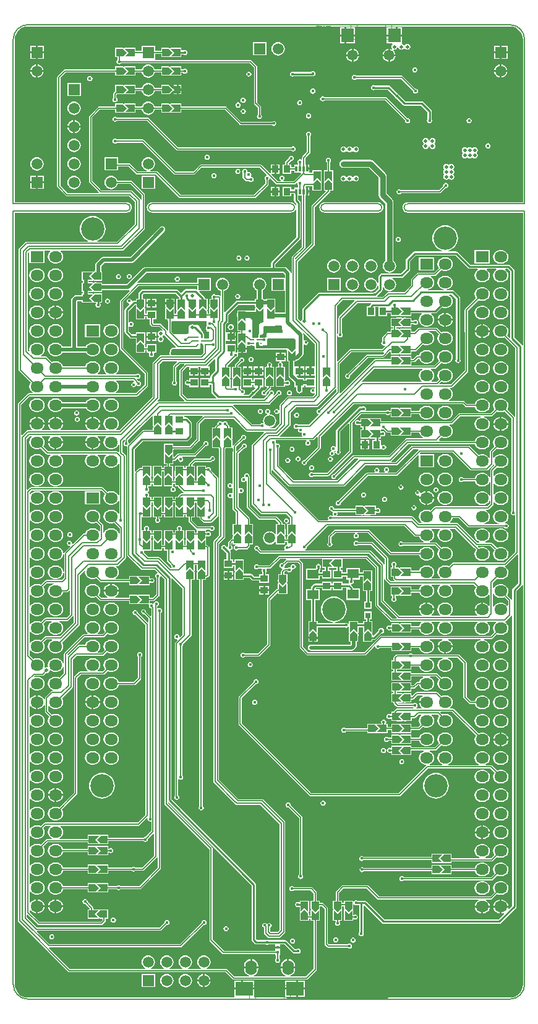
<source format=gbl>
%FSLAX25Y25*%
%MOIN*%
G70*
G01*
G75*
G04 Layer_Physical_Order=6*
G04 Layer_Color=16711680*
%ADD10R,0.01575X0.05315*%
%ADD11R,0.07087X0.07480*%
%ADD12R,0.05906X0.07480*%
%ADD13R,0.03937X0.03937*%
%ADD14C,0.03937*%
%ADD15R,0.04724X0.02362*%
%ADD16R,0.03937X0.00787*%
%ADD17R,0.00787X0.03937*%
%ADD18R,0.03937X0.07087*%
%ADD19R,0.02362X0.04331*%
%ADD20R,0.01600X0.03000*%
%ADD21R,0.06496X0.01181*%
%ADD22R,0.01181X0.06496*%
G04:AMPARAMS|DCode=23|XSize=39.37mil|YSize=98.43mil|CornerRadius=0mil|HoleSize=0mil|Usage=FLASHONLY|Rotation=135.000|XOffset=0mil|YOffset=0mil|HoleType=Round|Shape=Rectangle|*
%AMROTATEDRECTD23*
4,1,4,0.04872,0.02088,-0.02088,-0.04872,-0.04872,-0.02088,0.02088,0.04872,0.04872,0.02088,0.0*
%
%ADD23ROTATEDRECTD23*%

G04:AMPARAMS|DCode=24|XSize=39.37mil|YSize=98.43mil|CornerRadius=0mil|HoleSize=0mil|Usage=FLASHONLY|Rotation=225.000|XOffset=0mil|YOffset=0mil|HoleType=Round|Shape=Rectangle|*
%AMROTATEDRECTD24*
4,1,4,-0.02088,0.04872,0.04872,-0.02088,0.02088,-0.04872,-0.04872,0.02088,-0.02088,0.04872,0.0*
%
%ADD24ROTATEDRECTD24*%

%ADD25R,0.08661X0.02362*%
%ADD26R,0.01772X0.01969*%
%ADD27R,0.07874X0.04724*%
%ADD28R,0.08000X0.04000*%
%ADD29R,0.09000X0.12000*%
%ADD30R,0.04331X0.05906*%
%ADD31R,0.01575X0.05315*%
%ADD32R,0.06000X0.05000*%
%ADD33R,0.11024X0.05906*%
%ADD34R,0.10630X0.05906*%
%ADD35R,0.09055X0.07087*%
%ADD36R,0.03150X0.03543*%
%ADD37R,0.07874X0.02362*%
%ADD38R,0.03937X0.03543*%
%ADD39R,0.04000X0.03200*%
%ADD40C,0.00906*%
%ADD41R,0.01969X0.00984*%
%ADD42R,0.00984X0.01969*%
%ADD43R,0.03543X0.03937*%
%ADD44R,0.05315X0.01575*%
%ADD45R,0.03937X0.03937*%
%ADD46R,0.05906X0.10630*%
%ADD47R,0.05000X0.06000*%
%ADD48C,0.01000*%
%ADD49C,0.03000*%
%ADD50C,0.02000*%
%ADD51C,0.00500*%
%ADD52C,0.00800*%
%ADD53C,0.00900*%
%ADD54C,0.00600*%
%ADD55C,0.04000*%
%ADD56C,0.00610*%
%ADD57C,0.01600*%
%ADD58R,0.09000X0.05500*%
%ADD59R,0.11400X0.05400*%
%ADD60R,0.24300X0.08400*%
%ADD61R,0.23700X0.05006*%
%ADD62C,0.00394*%
%ADD63C,0.00197*%
%ADD64O,0.06299X0.07874*%
%ADD65R,0.09449X0.07480*%
%ADD66C,0.05709*%
%ADD67O,0.07087X0.05906*%
%ADD68R,0.07087X0.05906*%
%ADD69C,0.05906*%
%ADD70R,0.05906X0.05906*%
%ADD71R,0.05906X0.05906*%
%ADD72C,0.12598*%
%ADD73C,0.01500*%
%ADD74C,0.01600*%
%ADD75C,0.02000*%
%ADD76R,0.01181X0.01772*%
%ADD77R,0.03000X0.03000*%
%ADD78R,0.01181X0.03150*%
%ADD79C,0.01260*%
%ADD80R,0.03200X0.04000*%
G36*
X42900Y71075D02*
X38900D01*
Y74075D01*
X40900Y72075D01*
X42900Y74075D01*
Y71075D01*
D02*
G37*
G36*
X175646Y75871D02*
X163441Y63667D01*
X159147D01*
X159002Y64145D01*
X159273Y64327D01*
X159572Y64773D01*
X159676Y65300D01*
X159572Y65827D01*
X159273Y66273D01*
X158827Y66572D01*
X158300Y66676D01*
X157773Y66572D01*
X157327Y66273D01*
X157028Y65827D01*
X156924Y65300D01*
X157028Y64773D01*
X157327Y64327D01*
X157598Y64145D01*
X157453Y63667D01*
X154530D01*
X154294Y64108D01*
X154472Y64373D01*
X154576Y64900D01*
X154472Y65427D01*
X154173Y65873D01*
X153727Y66172D01*
X153200Y66276D01*
X152673Y66172D01*
X152227Y65873D01*
X151928Y65427D01*
X151824Y64900D01*
X151928Y64373D01*
X152106Y64108D01*
X151870Y63667D01*
X147926D01*
X147649Y63612D01*
X147594Y63601D01*
X147313Y63413D01*
X132457Y48556D01*
X132331Y48581D01*
X131804Y48476D01*
X131357Y48178D01*
X131059Y47732D01*
X130954Y47205D01*
X131059Y46678D01*
X131357Y46231D01*
X131804Y45933D01*
X132331Y45828D01*
X132857Y45933D01*
X133304Y46231D01*
X133602Y46678D01*
X133707Y47205D01*
X133682Y47330D01*
X148285Y61933D01*
X163800D01*
X164132Y61999D01*
X164413Y62187D01*
X164413Y62187D01*
X164413Y62187D01*
X175395Y73169D01*
X175857Y72978D01*
Y66447D01*
X184143D01*
Y73553D01*
X176432D01*
X176240Y74015D01*
X176697Y74471D01*
X193967D01*
X203354Y65084D01*
X203354D01*
X203354Y65084D01*
X203354D01*
X203354Y65084D01*
Y65084D01*
X203354Y65084D01*
Y65084D01*
X203635Y64897D01*
X203967Y64831D01*
X212497D01*
X212829Y64897D01*
X213110Y65084D01*
X215613Y67587D01*
X215801Y67868D01*
X215812Y67923D01*
X215825Y67988D01*
X216291Y68097D01*
X216534Y67660D01*
X214587Y65713D01*
X214399Y65432D01*
X214333Y65100D01*
Y61429D01*
X213843Y61332D01*
X213694Y61692D01*
X213124Y62434D01*
X212382Y63003D01*
X211518Y63361D01*
X210591Y63483D01*
X209409D01*
X208482Y63361D01*
X207618Y63003D01*
X206876Y62434D01*
X206306Y61692D01*
X205948Y60827D01*
X205940Y60767D01*
X199645D01*
X199573Y60873D01*
X199127Y61172D01*
X198600Y61276D01*
X198073Y61172D01*
X197627Y60873D01*
X197328Y60427D01*
X197224Y59900D01*
X197328Y59373D01*
X197627Y58927D01*
X198073Y58628D01*
X198600Y58524D01*
X199127Y58628D01*
X199573Y58927D01*
X199645Y59033D01*
X205940D01*
X205948Y58973D01*
X206306Y58108D01*
X206876Y57366D01*
X207618Y56797D01*
X208482Y56439D01*
X209409Y56317D01*
X210591D01*
X211518Y56439D01*
X212382Y56797D01*
X213124Y57366D01*
X213694Y58108D01*
X213843Y58468D01*
X214333Y58371D01*
Y51429D01*
X213843Y51332D01*
X213694Y51692D01*
X213124Y52434D01*
X212382Y53003D01*
X211518Y53361D01*
X210591Y53483D01*
X209409D01*
X208482Y53361D01*
X207618Y53003D01*
X206876Y52434D01*
X206306Y51692D01*
X205948Y50827D01*
X205826Y49900D01*
X205948Y48973D01*
X206306Y48108D01*
X206876Y47366D01*
X207618Y46797D01*
X208482Y46439D01*
X209409Y46317D01*
X210591D01*
X211518Y46439D01*
X212382Y46797D01*
X213124Y47366D01*
X213694Y48108D01*
X213843Y48468D01*
X214333Y48371D01*
Y47059D01*
X212741Y45467D01*
X184600D01*
X184323Y45412D01*
X184268Y45401D01*
X183987Y45213D01*
X182026Y43251D01*
X181518Y43461D01*
X180591Y43583D01*
X179409D01*
X178482Y43461D01*
X177618Y43103D01*
X176876Y42534D01*
X176306Y41792D01*
X175948Y40927D01*
X175826Y40000D01*
X175948Y39073D01*
X176306Y38208D01*
X176876Y37466D01*
X177427Y37043D01*
X177267Y36569D01*
X176170D01*
X172827Y39913D01*
X172546Y40101D01*
X172214Y40167D01*
X131947D01*
X131711Y40608D01*
X131874Y40851D01*
X131979Y41378D01*
X131874Y41905D01*
X131815Y41992D01*
X132051Y42433D01*
X141625D01*
Y40800D01*
X144625D01*
X144725Y40759D01*
X145725D01*
X145725Y40759D01*
X145825Y40800D01*
X145825D01*
Y40800D01*
X145996Y40871D01*
X146108Y40917D01*
X146108Y40917D01*
X146147Y40956D01*
X146342Y40917D01*
X146342Y40917D01*
X146342Y40917D01*
X146725Y40759D01*
X146725Y40759D01*
X149725D01*
X149825Y40800D01*
X152575D01*
Y41798D01*
X153016Y42033D01*
X153173Y41928D01*
X153700Y41824D01*
X154227Y41928D01*
X154673Y42227D01*
X154972Y42673D01*
X155076Y43200D01*
X154972Y43727D01*
X154673Y44173D01*
X154227Y44472D01*
X153700Y44576D01*
X153173Y44472D01*
X153016Y44367D01*
X152575Y44602D01*
Y45800D01*
X149825D01*
X149725Y45841D01*
X146725D01*
X146725Y45841D01*
X146342Y45683D01*
X146342Y45683D01*
Y45683D01*
X146147Y45644D01*
X146108Y45683D01*
X145825Y45800D01*
Y45800D01*
X145825D01*
X145725Y45841D01*
X145725Y45841D01*
X144725D01*
X144625Y45800D01*
X141625D01*
Y44167D01*
X131250D01*
X130076Y44400D01*
X129972Y44927D01*
X129673Y45373D01*
X129227Y45672D01*
X128700Y45776D01*
X128173Y45672D01*
X127727Y45373D01*
X127428Y44927D01*
X127324Y44400D01*
X127428Y43873D01*
X127727Y43427D01*
X128173Y43128D01*
X128700Y43024D01*
X128826Y43049D01*
X129187Y42687D01*
X129375Y42562D01*
X129468Y42499D01*
X129358Y41946D01*
X129331Y41905D01*
X129226Y41378D01*
X129331Y40851D01*
X129443Y40683D01*
X129089Y40330D01*
X128727Y40572D01*
X128200Y40676D01*
X127673Y40572D01*
X127227Y40273D01*
X126928Y39827D01*
X126824Y39300D01*
X126928Y38773D01*
X127099Y38518D01*
X126863Y38077D01*
X122099D01*
X96467Y63709D01*
Y64931D01*
X96945Y65076D01*
X96987Y65013D01*
X105513Y56487D01*
X105794Y56299D01*
X106126Y56233D01*
X135400D01*
X135732Y56299D01*
X136013Y56487D01*
X147159Y67633D01*
X163731D01*
X164062Y67699D01*
X164344Y67887D01*
X164344Y67887D01*
X164344Y67887D01*
X172790Y76333D01*
X175454D01*
X175646Y75871D01*
D02*
G37*
G36*
X42900Y75075D02*
X40900Y73075D01*
X38900Y75075D01*
Y76075D01*
X42900D01*
Y75075D01*
D02*
G37*
G36*
X68857Y81100D02*
Y80100D01*
X64857D01*
Y81100D01*
X66857Y83100D01*
X68857Y81100D01*
D02*
G37*
G36*
X32500Y94021D02*
Y91925D01*
X32459Y91825D01*
Y88825D01*
X32459Y88825D01*
X32617Y88442D01*
X32617Y88442D01*
X32617D01*
X32656Y88247D01*
X32617Y88208D01*
X32500Y87925D01*
X32500D01*
Y87924D01*
X32459Y87825D01*
X32459Y87825D01*
Y86825D01*
X32137Y86692D01*
X27405D01*
X27073Y86626D01*
X26792Y86438D01*
X19751Y79396D01*
X19272Y79541D01*
X19233Y79737D01*
X18967Y80136D01*
Y81141D01*
X32038Y94212D01*
X32500Y94021D01*
D02*
G37*
G36*
X36953Y61500D02*
X34953Y63500D01*
X32953Y61500D01*
Y64500D01*
X36953D01*
Y61500D01*
D02*
G37*
G36*
X31053D02*
X29053Y63500D01*
X27053Y61500D01*
Y64500D01*
X31053D01*
Y61500D01*
D02*
G37*
G36*
X48753Y61525D02*
X46753Y63525D01*
X44753Y61525D01*
Y64525D01*
X48753D01*
Y61525D01*
D02*
G37*
G36*
X60553D02*
X58553Y63525D01*
X56553Y61525D01*
Y64525D01*
X60553D01*
Y61525D01*
D02*
G37*
G36*
X54653D02*
X52653Y63525D01*
X50653Y61525D01*
Y64525D01*
X54653D01*
Y61525D01*
D02*
G37*
G36*
X152525Y84600D02*
Y82600D01*
X149525D01*
X151525Y84600D01*
X149525Y86600D01*
X152525D01*
Y84600D01*
D02*
G37*
G36*
X150525D02*
X148525Y82600D01*
X147525D01*
Y86600D01*
X148525D01*
X150525Y84600D01*
D02*
G37*
G36*
X166825Y86000D02*
X164825Y84000D01*
X163825D01*
Y88000D01*
X164825D01*
X166825Y86000D01*
D02*
G37*
G36*
X37000Y87825D02*
Y86825D01*
X33000D01*
Y87825D01*
X35000Y89825D01*
X37000Y87825D01*
D02*
G37*
G36*
X168825Y86000D02*
Y84000D01*
X165825D01*
X167825Y86000D01*
X165825Y88000D01*
X168825D01*
Y86000D01*
D02*
G37*
G36*
X7304Y82863D02*
X6876Y82534D01*
X6306Y81792D01*
X5948Y80927D01*
X5826Y80000D01*
X5948Y79073D01*
X6306Y78208D01*
X6876Y77466D01*
X7618Y76897D01*
X8482Y76539D01*
X9409Y76417D01*
X10591D01*
X11518Y76539D01*
X12382Y76897D01*
X13124Y77466D01*
X13694Y78208D01*
X13843Y78568D01*
X14333Y78471D01*
Y74846D01*
X13871Y74654D01*
X13616Y74910D01*
X13334Y75098D01*
X13003Y75164D01*
X-23938D01*
X-26600Y77825D01*
X-26306Y78208D01*
X-25948Y79073D01*
X-25826Y80000D01*
X-25948Y80927D01*
X-26306Y81792D01*
X-26876Y82534D01*
X-27304Y82863D01*
X-27143Y83336D01*
X-22857D01*
X-22696Y82863D01*
X-23124Y82534D01*
X-23694Y81792D01*
X-24052Y80927D01*
X-24108Y80500D01*
X-15892D01*
X-15948Y80927D01*
X-16306Y81792D01*
X-16876Y82534D01*
X-17304Y82863D01*
X-17143Y83336D01*
X-2857D01*
X-2696Y82863D01*
X-3124Y82534D01*
X-3694Y81792D01*
X-4052Y80927D01*
X-4108Y80500D01*
X4108D01*
X4052Y80927D01*
X3694Y81792D01*
X3124Y82534D01*
X2696Y82863D01*
X2857Y83336D01*
X7143D01*
X7304Y82863D01*
D02*
G37*
G36*
X74800Y81100D02*
Y80100D01*
X70800D01*
Y81100D01*
X72800Y83100D01*
X74800Y81100D01*
D02*
G37*
G36*
X59346Y93971D02*
X56219Y90844D01*
X56031Y90563D01*
X55965Y90232D01*
Y81700D01*
X52206Y77942D01*
X43400D01*
Y79175D01*
X38400D01*
Y76174D01*
X38359Y76075D01*
Y75075D01*
X38359Y75075D01*
X38400Y74976D01*
Y74975D01*
X38400D01*
X38471Y74804D01*
X38517Y74692D01*
X38517Y74692D01*
X38556Y74653D01*
X38517Y74458D01*
X38517Y74458D01*
X38517Y74458D01*
X38359Y74075D01*
X38359Y74075D01*
Y71075D01*
X38400Y70976D01*
Y68225D01*
X39986D01*
Y67348D01*
X38353D01*
Y66117D01*
X37453D01*
Y67350D01*
X32453D01*
Y64600D01*
X32412Y64500D01*
Y61500D01*
X32412Y61500D01*
X32570Y61117D01*
X32570Y61117D01*
X32570D01*
X32609Y60922D01*
X32570Y60883D01*
X32453Y60600D01*
X32453D01*
Y60599D01*
X32412Y60500D01*
X32412Y60500D01*
Y59500D01*
X32090Y59367D01*
X31916D01*
X31594Y59500D01*
Y60500D01*
X31594Y60500D01*
X31553Y60599D01*
Y60600D01*
X31553D01*
X31482Y60771D01*
X31435Y60883D01*
X31435Y60883D01*
X31396Y60922D01*
X31435Y61117D01*
X31435Y61117D01*
X31435Y61117D01*
X31594Y61500D01*
X31594Y61500D01*
Y64500D01*
X31553Y64600D01*
Y67350D01*
X26553D01*
Y66117D01*
X25250D01*
X24973Y66062D01*
X24918Y66051D01*
X24637Y65863D01*
X23084Y64309D01*
X22622Y64500D01*
Y76305D01*
X26895Y80578D01*
X50700D01*
X50700Y80578D01*
X51129Y80664D01*
X51493Y80907D01*
X53193Y82607D01*
X53193Y82607D01*
X53436Y82971D01*
X53522Y83400D01*
Y90200D01*
X53436Y90629D01*
X53193Y90993D01*
X53193Y90993D01*
X51043Y93143D01*
X50680Y93386D01*
X50250Y93471D01*
X50250Y93471D01*
X49369D01*
Y94433D01*
X59154D01*
X59346Y93971D01*
D02*
G37*
G36*
X74800Y82100D02*
X72800Y84100D01*
X70800Y82100D01*
Y85100D01*
X74800D01*
Y82100D01*
D02*
G37*
G36*
X68857D02*
X66857Y84100D01*
X64857Y82100D01*
Y85100D01*
X68857D01*
Y82100D01*
D02*
G37*
G36*
X42900Y46450D02*
X40900Y44450D01*
X38900Y46450D01*
Y47450D01*
X42900D01*
Y46450D01*
D02*
G37*
G36*
X37000D02*
X35000Y44450D01*
X33000Y46450D01*
Y47450D01*
X37000D01*
Y46450D01*
D02*
G37*
G36*
X48800D02*
X46800Y44450D01*
X44800Y46450D01*
Y47450D01*
X48800D01*
Y46450D01*
D02*
G37*
G36*
X60530D02*
X58530Y44450D01*
X56530Y46450D01*
Y47450D01*
X60530D01*
Y46450D01*
D02*
G37*
G36*
X54653D02*
X52653Y44450D01*
X50653Y46450D01*
Y47450D01*
X54653D01*
Y46450D01*
D02*
G37*
G36*
X48800Y42450D02*
X44800D01*
Y45450D01*
X46800Y43450D01*
X48800Y45450D01*
Y42450D01*
D02*
G37*
G36*
X42900D02*
X38900D01*
Y45450D01*
X40900Y43450D01*
X42900Y45450D01*
Y42450D01*
D02*
G37*
G36*
X54653D02*
X50653D01*
Y45450D01*
X52653Y43450D01*
X54653Y45450D01*
Y42450D01*
D02*
G37*
G36*
X31100Y46450D02*
X29100Y44450D01*
X27100Y46450D01*
Y47450D01*
X31100D01*
Y46450D01*
D02*
G37*
G36*
X60530Y42450D02*
X56530D01*
Y45450D01*
X58530Y43450D01*
X60530Y45450D01*
Y42450D01*
D02*
G37*
G36*
X48753Y60525D02*
Y59525D01*
X44753D01*
Y60525D01*
X46753Y62525D01*
X48753Y60525D01*
D02*
G37*
G36*
X36953Y60500D02*
Y59500D01*
X32953D01*
Y60500D01*
X34953Y62500D01*
X36953Y60500D01*
D02*
G37*
G36*
X54653Y60525D02*
Y59525D01*
X50653D01*
Y60525D01*
X52653Y62525D01*
X54653Y60525D01*
D02*
G37*
G36*
X42853Y61498D02*
X40853Y63498D01*
X38853Y61498D01*
Y64498D01*
X42853D01*
Y61498D01*
D02*
G37*
G36*
X60553Y60525D02*
Y59525D01*
X56553D01*
Y60525D01*
X58553Y62525D01*
X60553Y60525D01*
D02*
G37*
G36*
X-32696Y82863D02*
X-33124Y82534D01*
X-33694Y81792D01*
X-34052Y80927D01*
X-34174Y80000D01*
X-34052Y79073D01*
X-33694Y78208D01*
X-33124Y77466D01*
X-32382Y76897D01*
X-31518Y76539D01*
X-30591Y76417D01*
X-29409D01*
X-28482Y76539D01*
X-27975Y76749D01*
X-24910Y73684D01*
X-24629Y73497D01*
X-24297Y73431D01*
X-22734D01*
X-22573Y72957D01*
X-23124Y72534D01*
X-23694Y71792D01*
X-24052Y70927D01*
X-24174Y70000D01*
X-24052Y69073D01*
X-23694Y68208D01*
X-23124Y67466D01*
X-22382Y66897D01*
X-21518Y66539D01*
X-20591Y66417D01*
X-19410D01*
X-18482Y66539D01*
X-17618Y66897D01*
X-16876Y67466D01*
X-16306Y68208D01*
X-15948Y69073D01*
X-15826Y70000D01*
X-15948Y70927D01*
X-16306Y71792D01*
X-16876Y72534D01*
X-17427Y72957D01*
X-17266Y73431D01*
X-2733D01*
X-2573Y72957D01*
X-3124Y72534D01*
X-3694Y71792D01*
X-4052Y70927D01*
X-4174Y70000D01*
X-4052Y69073D01*
X-3694Y68208D01*
X-3124Y67466D01*
X-2382Y66897D01*
X-1518Y66539D01*
X-591Y66417D01*
X591D01*
X1518Y66539D01*
X2382Y66897D01*
X3124Y67466D01*
X3694Y68208D01*
X4052Y69073D01*
X4174Y70000D01*
X4052Y70927D01*
X3694Y71792D01*
X3124Y72534D01*
X2573Y72957D01*
X2733Y73431D01*
X7266D01*
X7427Y72957D01*
X6876Y72534D01*
X6306Y71792D01*
X5948Y70927D01*
X5826Y70000D01*
X5948Y69073D01*
X6306Y68208D01*
X6876Y67466D01*
X7618Y66897D01*
X8482Y66539D01*
X9409Y66417D01*
X10591D01*
X11518Y66539D01*
X12382Y66897D01*
X13124Y67466D01*
X13694Y68208D01*
X13743Y68327D01*
X14233Y68229D01*
Y51771D01*
X13743Y51673D01*
X13694Y51792D01*
X13124Y52534D01*
X12382Y53103D01*
X11518Y53461D01*
X10591Y53583D01*
X9409D01*
X8482Y53461D01*
X7975Y53251D01*
X5663Y55563D01*
X5382Y55751D01*
X5050Y55817D01*
X-33250D01*
X-33527Y55762D01*
X-33582Y55751D01*
X-33863Y55563D01*
X-35017Y54409D01*
X-35479Y54600D01*
Y81774D01*
X-33917Y83336D01*
X-32857D01*
X-32696Y82863D01*
D02*
G37*
G36*
X6600Y52175D02*
X6306Y51792D01*
X5948Y50927D01*
X5826Y50000D01*
X5948Y49073D01*
X6306Y48208D01*
X6876Y47466D01*
X7618Y46897D01*
X8482Y46539D01*
X9409Y46417D01*
X10591D01*
X11518Y46539D01*
X12382Y46897D01*
X13124Y47466D01*
X13694Y48208D01*
X13743Y48327D01*
X14233Y48229D01*
Y41771D01*
X13743Y41673D01*
X13694Y41792D01*
X13124Y42534D01*
X12382Y43103D01*
X11518Y43461D01*
X10591Y43583D01*
X9409D01*
X8482Y43461D01*
X7618Y43103D01*
X6876Y42534D01*
X6306Y41792D01*
X5948Y40927D01*
X5826Y40000D01*
X5948Y39073D01*
X6306Y38208D01*
X6876Y37466D01*
X7618Y36897D01*
X8482Y36539D01*
X9409Y36417D01*
X10591D01*
X11518Y36539D01*
X11530Y36544D01*
X14552Y33522D01*
Y30947D01*
X14054Y30915D01*
X14052Y30927D01*
X13694Y31792D01*
X13124Y32534D01*
X12382Y33103D01*
X11518Y33461D01*
X10591Y33583D01*
X9409D01*
X8482Y33461D01*
X7618Y33103D01*
X6876Y32534D01*
X6306Y31792D01*
X6150Y31416D01*
X5660Y31513D01*
Y35207D01*
X5594Y35538D01*
X5406Y35820D01*
X3400Y37826D01*
X3694Y38208D01*
X4052Y39073D01*
X4174Y40000D01*
X4052Y40927D01*
X3694Y41792D01*
X3124Y42534D01*
X2382Y43103D01*
X1518Y43461D01*
X591Y43583D01*
X-591D01*
X-1518Y43461D01*
X-2382Y43103D01*
X-3124Y42534D01*
X-3694Y41792D01*
X-4052Y40927D01*
X-4174Y40000D01*
X-4052Y39073D01*
X-3694Y38208D01*
X-3124Y37466D01*
X-2382Y36897D01*
X-1518Y36539D01*
X-591Y36417D01*
X591D01*
X1518Y36539D01*
X2025Y36749D01*
X3927Y34848D01*
Y32266D01*
X3453Y32105D01*
X3124Y32534D01*
X2382Y33103D01*
X1518Y33461D01*
X591Y33583D01*
X-591D01*
X-1518Y33461D01*
X-2382Y33103D01*
X-3124Y32534D01*
X-3694Y31792D01*
X-4052Y30927D01*
X-4060Y30867D01*
X-4756D01*
X-5087Y30801D01*
X-5369Y30613D01*
X-10724Y25258D01*
X-11165Y25493D01*
X-11124Y25700D01*
X-11228Y26227D01*
X-11527Y26673D01*
X-11973Y26972D01*
X-12500Y27076D01*
X-13027Y26972D01*
X-13473Y26673D01*
X-13772Y26227D01*
X-13876Y25700D01*
X-13772Y25173D01*
X-13473Y24727D01*
X-13027Y24428D01*
X-12500Y24324D01*
X-12293Y24365D01*
X-12058Y23924D01*
X-15113Y20869D01*
X-15301Y20587D01*
X-15364Y20269D01*
X-15864Y20286D01*
X-15948Y20927D01*
X-16306Y21792D01*
X-16876Y22534D01*
X-17618Y23103D01*
X-18482Y23461D01*
X-19410Y23583D01*
X-20591D01*
X-21518Y23461D01*
X-22382Y23103D01*
X-23124Y22534D01*
X-23694Y21792D01*
X-24052Y20927D01*
X-24174Y20000D01*
X-24052Y19073D01*
X-23694Y18208D01*
X-23124Y17466D01*
X-22382Y16897D01*
X-21518Y16539D01*
X-20591Y16417D01*
X-19410D01*
X-18482Y16539D01*
X-17618Y16897D01*
X-16876Y17466D01*
X-16306Y18208D01*
X-15948Y19073D01*
X-15866Y19700D01*
X-15367Y19667D01*
Y10333D01*
X-15866Y10300D01*
X-15948Y10927D01*
X-16306Y11792D01*
X-16876Y12534D01*
X-17618Y13103D01*
X-18482Y13461D01*
X-19410Y13583D01*
X-20591D01*
X-21518Y13461D01*
X-22382Y13103D01*
X-23124Y12534D01*
X-23694Y11792D01*
X-24052Y10927D01*
X-24174Y10000D01*
X-24052Y9072D01*
X-23694Y8208D01*
X-23124Y7466D01*
X-22382Y6897D01*
X-21518Y6539D01*
X-20591Y6417D01*
X-19410D01*
X-18482Y6539D01*
X-17618Y6897D01*
X-16876Y7466D01*
X-16306Y8208D01*
X-15948Y9072D01*
X-15866Y9700D01*
X-15367Y9667D01*
Y7034D01*
X-16609Y5792D01*
X-25075D01*
X-25407Y5726D01*
X-25688Y5538D01*
X-27975Y3251D01*
X-28482Y3461D01*
X-29409Y3583D01*
X-30591D01*
X-31518Y3461D01*
X-32382Y3103D01*
X-33124Y2534D01*
X-33505Y2037D01*
X-33979Y2198D01*
Y7802D01*
X-33505Y7963D01*
X-33124Y7466D01*
X-32382Y6897D01*
X-31518Y6539D01*
X-30591Y6417D01*
X-29409D01*
X-28482Y6539D01*
X-27618Y6897D01*
X-26876Y7466D01*
X-26306Y8208D01*
X-25948Y9072D01*
X-25826Y10000D01*
X-25948Y10927D01*
X-26306Y11792D01*
X-26876Y12534D01*
X-27618Y13103D01*
X-28482Y13461D01*
X-29409Y13583D01*
X-30591D01*
X-31518Y13461D01*
X-32382Y13103D01*
X-33124Y12534D01*
X-33505Y12037D01*
X-33979Y12198D01*
Y17802D01*
X-33505Y17963D01*
X-33124Y17466D01*
X-32382Y16897D01*
X-31518Y16539D01*
X-30591Y16417D01*
X-29409D01*
X-28482Y16539D01*
X-27618Y16897D01*
X-26876Y17466D01*
X-26306Y18208D01*
X-25948Y19073D01*
X-25826Y20000D01*
X-25948Y20927D01*
X-26306Y21792D01*
X-26876Y22534D01*
X-27618Y23103D01*
X-28482Y23461D01*
X-29409Y23583D01*
X-30591D01*
X-31518Y23461D01*
X-32382Y23103D01*
X-33124Y22534D01*
X-33505Y22037D01*
X-33979Y22198D01*
Y27802D01*
X-33505Y27963D01*
X-33124Y27466D01*
X-32382Y26897D01*
X-31518Y26539D01*
X-30591Y26417D01*
X-29409D01*
X-28482Y26539D01*
X-27618Y26897D01*
X-26876Y27466D01*
X-26306Y28208D01*
X-25948Y29073D01*
X-25826Y30000D01*
X-25948Y30927D01*
X-26306Y31792D01*
X-26876Y32534D01*
X-27618Y33103D01*
X-28482Y33461D01*
X-29409Y33583D01*
X-30591D01*
X-31518Y33461D01*
X-32382Y33103D01*
X-33124Y32534D01*
X-33505Y32037D01*
X-33979Y32198D01*
Y37802D01*
X-33505Y37963D01*
X-33124Y37466D01*
X-32382Y36897D01*
X-31518Y36539D01*
X-30591Y36417D01*
X-29409D01*
X-28482Y36539D01*
X-27618Y36897D01*
X-26876Y37466D01*
X-26306Y38208D01*
X-25948Y39073D01*
X-25826Y40000D01*
X-25948Y40927D01*
X-26306Y41792D01*
X-26876Y42534D01*
X-27618Y43103D01*
X-28482Y43461D01*
X-29409Y43583D01*
X-30591D01*
X-31518Y43461D01*
X-32382Y43103D01*
X-33124Y42534D01*
X-33505Y42037D01*
X-33979Y42198D01*
Y47802D01*
X-33505Y47963D01*
X-33124Y47466D01*
X-32382Y46897D01*
X-31518Y46539D01*
X-30591Y46417D01*
X-29409D01*
X-28482Y46539D01*
X-27618Y46897D01*
X-26876Y47466D01*
X-26306Y48208D01*
X-25948Y49073D01*
X-25826Y50000D01*
X-25948Y50927D01*
X-26306Y51792D01*
X-26876Y52534D01*
X-27618Y53103D01*
X-28482Y53461D01*
X-29409Y53583D01*
X-30591D01*
X-31518Y53461D01*
X-32382Y53103D01*
X-33124Y52534D01*
X-33505Y52037D01*
X-33979Y52198D01*
Y52996D01*
X-32891Y54083D01*
X4691D01*
X6600Y52175D01*
D02*
G37*
G36*
X38312Y61498D02*
X38311Y61498D01*
X38470Y61115D01*
X38470Y61115D01*
X38470D01*
X38509Y60920D01*
X38470Y60881D01*
X38353Y60598D01*
X38353D01*
Y60598D01*
X38311Y60498D01*
X38312Y60498D01*
Y59498D01*
X38353Y59399D01*
Y56398D01*
X42870D01*
X42874Y56351D01*
D01*
X42917Y55923D01*
D01*
X42919Y55901D01*
X42773Y55872D01*
X42327Y55573D01*
X42028Y55127D01*
X41924Y54600D01*
X42028Y54073D01*
X42327Y53627D01*
X42773Y53328D01*
X43300Y53224D01*
X43827Y53328D01*
X44273Y53627D01*
X44572Y54073D01*
X44676Y54600D01*
X44572Y55127D01*
X44273Y55573D01*
X43827Y55872D01*
X43353Y55966D01*
Y56398D01*
X43353D01*
Y56446D01*
X43353D01*
Y57632D01*
X44253D01*
Y56425D01*
X45896D01*
X45952Y56144D01*
X46140Y55863D01*
X48816Y53187D01*
X49003Y53062D01*
X49013Y53055D01*
X48868Y52577D01*
X48010D01*
X47678Y52511D01*
X47397Y52323D01*
X46187Y51113D01*
X45999Y50832D01*
X45943Y50550D01*
X44300D01*
Y49317D01*
X43400D01*
Y50550D01*
X38400D01*
Y47550D01*
X38359Y47450D01*
Y46450D01*
X38359Y46450D01*
X38400Y46350D01*
Y46350D01*
X38400D01*
X38471Y46179D01*
X38517Y46067D01*
X38517Y46067D01*
X38556Y46028D01*
X38517Y45833D01*
X38517Y45833D01*
X38517Y45833D01*
X38359Y45450D01*
X38359Y45450D01*
Y42567D01*
X37541D01*
Y45450D01*
X37541Y45450D01*
X37383Y45833D01*
X37383Y45833D01*
X37383D01*
X37344Y46028D01*
X37383Y46067D01*
X37500Y46350D01*
X37500D01*
Y46350D01*
X37541Y46450D01*
X37541Y46450D01*
Y47450D01*
X37500Y47550D01*
Y50550D01*
X32500D01*
Y49317D01*
X31600D01*
Y50550D01*
X30552D01*
X30317Y50991D01*
X30372Y51073D01*
X30476Y51600D01*
X30372Y52127D01*
X30073Y52573D01*
X29659Y52850D01*
Y53350D01*
X30073Y53627D01*
X30372Y54073D01*
X30476Y54600D01*
X30372Y55127D01*
X30073Y55573D01*
X29919Y55676D01*
Y56400D01*
X31553D01*
Y57633D01*
X32453D01*
Y56400D01*
X37453D01*
Y59400D01*
X37494Y59500D01*
Y60500D01*
X37494Y60500D01*
X37453Y60599D01*
Y60600D01*
X37453D01*
X37382Y60771D01*
X37335Y60883D01*
X37335Y60883D01*
X37297Y60922D01*
X37336Y61117D01*
X37336Y61117D01*
X37336Y61117D01*
X37494Y61500D01*
X37494Y61500D01*
Y64383D01*
X38312D01*
Y61498D01*
D02*
G37*
G36*
X31053Y60500D02*
Y59500D01*
X27053D01*
Y60500D01*
X29053Y62500D01*
X31053Y60500D01*
D02*
G37*
G36*
X42853Y60498D02*
Y59498D01*
X38853D01*
Y60498D01*
X40853Y62498D01*
X42853Y60498D01*
D02*
G37*
G36*
X42900Y87825D02*
Y86825D01*
X38900D01*
Y87825D01*
X40900Y89825D01*
X42900Y87825D01*
D02*
G37*
G36*
X87437Y153175D02*
X87437Y153175D01*
X87479Y153076D01*
Y153075D01*
X87479D01*
X87550Y152904D01*
X87596Y152792D01*
X87596Y152792D01*
X87635Y152753D01*
X87596Y152558D01*
X87596Y152558D01*
X87596Y152558D01*
X87437Y152175D01*
X87437Y152175D01*
Y151092D01*
X78599Y151074D01*
X78382Y150984D01*
X78288Y150950D01*
X78000D01*
Y150558D01*
X77951Y150453D01*
X77851Y148128D01*
X77856Y148114D01*
X77851Y148100D01*
X77857Y148084D01*
X77836Y148015D01*
X77852Y147985D01*
X77846Y147952D01*
X77927Y147544D01*
X77959Y147496D01*
Y145100D01*
X77959Y145100D01*
X78117Y144717D01*
X78117Y144717D01*
X78117D01*
X78156Y144522D01*
X78117Y144483D01*
X78000Y144200D01*
X78000D01*
Y144200D01*
X77959Y144100D01*
X77959Y144100D01*
Y143100D01*
X78000Y143000D01*
Y140000D01*
X79633D01*
Y139175D01*
X78000D01*
Y136425D01*
X77959Y136325D01*
Y133325D01*
X77959Y133325D01*
X78094Y132998D01*
X78094Y132998D01*
X78094D01*
X78117Y132942D01*
X78182Y132915D01*
X78085Y132425D01*
X78000D01*
Y130825D01*
X83000D01*
Y131848D01*
X83441Y132083D01*
X83673Y131928D01*
X84200Y131824D01*
X84727Y131928D01*
X85173Y132227D01*
X85245Y132333D01*
X85871D01*
X85913Y132271D01*
X86320Y131999D01*
X86800Y131903D01*
X86864Y131916D01*
X87251Y131599D01*
Y130816D01*
X87251Y130816D01*
X87251Y130816D01*
X87349Y130577D01*
X87441Y130357D01*
X87441Y130357D01*
X87441Y130357D01*
X87795Y130003D01*
X87795Y130003D01*
X87795Y130003D01*
X88020Y129910D01*
X88254Y129813D01*
X88254Y129813D01*
X88254Y129813D01*
X104352Y129827D01*
X104706Y129473D01*
Y126480D01*
X104747Y126381D01*
Y123630D01*
X105569D01*
Y116056D01*
X105693Y115432D01*
X106046Y114902D01*
X108832Y112118D01*
Y109754D01*
X109769D01*
Y108000D01*
X109893Y107376D01*
X110247Y106846D01*
X110776Y106493D01*
X111400Y106369D01*
X112024Y106493D01*
X112554Y106846D01*
X112907Y107376D01*
X113031Y108000D01*
Y109754D01*
X113969D01*
Y110494D01*
X114732D01*
Y109754D01*
X119770D01*
Y109172D01*
X119329Y108936D01*
X119127Y109072D01*
X118600Y109176D01*
X118073Y109072D01*
X117627Y108773D01*
X117328Y108327D01*
X117224Y107800D01*
X117328Y107273D01*
X117627Y106827D01*
X118073Y106528D01*
X118600Y106424D01*
X119127Y106528D01*
X119329Y106664D01*
X119770Y106428D01*
Y105862D01*
X118558Y104649D01*
X105483D01*
X105151Y104584D01*
X104870Y104396D01*
X101087Y100613D01*
X100899Y100332D01*
X100833Y100000D01*
Y97547D01*
X100355Y97401D01*
X100173Y97673D01*
X99727Y97972D01*
X99200Y98076D01*
X98673Y97972D01*
X98227Y97673D01*
X97928Y97227D01*
X97824Y96700D01*
X97928Y96173D01*
X98227Y95727D01*
X98673Y95428D01*
X99200Y95324D01*
X99727Y95428D01*
X100173Y95727D01*
X100355Y95999D01*
X100833Y95853D01*
Y90102D01*
X98198Y87467D01*
X95835D01*
X95802Y87966D01*
X96328Y88035D01*
X97192Y88393D01*
X97934Y88962D01*
X98503Y89704D01*
X98861Y90569D01*
X98983Y91496D01*
X98861Y92423D01*
X98503Y93288D01*
X97934Y94030D01*
X97192Y94599D01*
X96328Y94957D01*
X95400Y95079D01*
X95331Y95604D01*
X95389Y95643D01*
X95687Y96089D01*
X95792Y96616D01*
X95687Y97142D01*
X95389Y97589D01*
X94942Y97887D01*
X94416Y97992D01*
X93889Y97887D01*
X93442Y97589D01*
X93144Y97142D01*
X93039Y96616D01*
X93144Y96089D01*
X93442Y95643D01*
X93889Y95344D01*
X94069Y95308D01*
X94118Y94811D01*
X93608Y94599D01*
X92866Y94030D01*
X92297Y93288D01*
X91939Y92423D01*
X91817Y91496D01*
X91939Y90569D01*
X91827Y90172D01*
X91300Y90276D01*
X90773Y90172D01*
X90327Y89873D01*
X90255Y89767D01*
X85959D01*
X75854Y99871D01*
X75967Y100143D01*
X76094Y100333D01*
X94943D01*
X95275Y100399D01*
X95556Y100587D01*
X95556Y100587D01*
X95556Y100587D01*
X100196Y105227D01*
X100321Y105201D01*
X100848Y105306D01*
X101295Y105605D01*
X101593Y106051D01*
X101698Y106578D01*
X101593Y107105D01*
X101295Y107551D01*
X100848Y107850D01*
X100321Y107954D01*
X99795Y107850D01*
X99348Y107551D01*
X99050Y107105D01*
X98945Y106578D01*
X98970Y106452D01*
X97746Y105229D01*
X97360Y105546D01*
X97656Y105989D01*
X97761Y106516D01*
X97656Y107043D01*
X97358Y107489D01*
X96911Y107787D01*
X96384Y107892D01*
X95858Y107787D01*
X95411Y107489D01*
X95113Y107043D01*
X95008Y106516D01*
X95033Y106390D01*
X92210Y103567D01*
X85790D01*
X85598Y104029D01*
X86804Y105234D01*
X87068Y105287D01*
X87515Y105585D01*
X87813Y106032D01*
X87866Y106297D01*
X90193Y108624D01*
X90193Y108624D01*
X90436Y108987D01*
X90522Y109416D01*
D01*
D01*
D01*
X90522Y109416D01*
D01*
X90859Y109754D01*
X91969D01*
Y114497D01*
X86831D01*
Y113145D01*
X86068D01*
Y114497D01*
X80932D01*
Y109754D01*
X86068D01*
Y111106D01*
X86831D01*
Y109754D01*
X87498D01*
X87689Y109292D01*
X86280Y107883D01*
X86015Y107830D01*
X85568Y107532D01*
X85270Y107085D01*
X85217Y106820D01*
X83969Y105572D01*
X81577D01*
X81432Y106050D01*
X81609Y106169D01*
X81908Y106615D01*
X82013Y107142D01*
X81908Y107669D01*
X81609Y108115D01*
X81163Y108414D01*
X80636Y108519D01*
X80510Y108493D01*
X79967Y109037D01*
Y109800D01*
X80170D01*
Y112801D01*
X80211Y112900D01*
Y113900D01*
X80211Y113900D01*
X80170Y113999D01*
Y114000D01*
X80170D01*
X80099Y114171D01*
X80053Y114283D01*
X80053Y114283D01*
X80014Y114322D01*
X80053Y114517D01*
X80053Y114517D01*
X80053Y114517D01*
X80211Y114900D01*
X80211Y114900D01*
Y117900D01*
X80170Y117999D01*
Y120750D01*
X78537D01*
Y121257D01*
X80351Y123072D01*
X80477Y123047D01*
X81003Y123152D01*
X81450Y123450D01*
X81748Y123897D01*
X81853Y124423D01*
X81748Y124950D01*
X81450Y125397D01*
X81003Y125695D01*
X80477Y125800D01*
X79950Y125695D01*
X79504Y125397D01*
X79205Y124950D01*
X79100Y124423D01*
X79125Y124297D01*
X77057Y122229D01*
X76869Y121948D01*
X76803Y121616D01*
Y120750D01*
X75170D01*
Y117999D01*
X75129Y117900D01*
Y114900D01*
X75129Y114900D01*
X75287Y114517D01*
X75287Y114517D01*
X75287D01*
X75326Y114322D01*
X75287Y114283D01*
X75170Y114000D01*
X75170D01*
Y113999D01*
X75129Y113900D01*
X75129Y113900D01*
Y112900D01*
X75170Y112801D01*
Y109800D01*
X75170D01*
Y109720D01*
X74817Y109367D01*
X74270D01*
Y109800D01*
X74270D01*
Y112801D01*
X74311Y112900D01*
Y113900D01*
X74311Y113900D01*
X74270Y113999D01*
Y114000D01*
X74270D01*
X74199Y114171D01*
X74153Y114283D01*
X74153Y114283D01*
X74114Y114322D01*
X74153Y114517D01*
X74153Y114517D01*
X74153Y114517D01*
X74311Y114900D01*
X74311Y114900D01*
Y117900D01*
X74270Y117999D01*
Y120750D01*
X72637D01*
Y121386D01*
X76974Y125723D01*
X77100Y125698D01*
X77627Y125803D01*
X78073Y126102D01*
X78372Y126548D01*
X78476Y127075D01*
X78372Y127602D01*
X78250Y127784D01*
X78486Y128225D01*
X80000D01*
Y129825D01*
X78000D01*
Y128905D01*
X77647Y128376D01*
X77446Y128438D01*
X77169Y128569D01*
Y132922D01*
X72175D01*
X72175Y132922D01*
Y132922D01*
X72031Y132922D01*
X71822Y133132D01*
Y134478D01*
X71822D01*
X72031D01*
X72175Y134478D01*
X72175Y134478D01*
Y134478D01*
X74100D01*
Y136850D01*
Y139221D01*
X72175D01*
X72175Y139221D01*
Y139221D01*
X72031Y139221D01*
X71822Y139431D01*
Y143535D01*
X72693Y144407D01*
X72693Y144407D01*
X72936Y144771D01*
X73022Y145200D01*
X73022Y145200D01*
Y148710D01*
X78365Y154053D01*
X87437D01*
Y153175D01*
D02*
G37*
G36*
X82500Y133325D02*
X80500Y135325D01*
X78500Y133325D01*
Y136325D01*
X82500D01*
Y133325D01*
D02*
G37*
G36*
X108729Y135936D02*
X109093Y135693D01*
X109336Y135329D01*
X109417Y134921D01*
X109400Y134900D01*
X109400D01*
X109412Y130835D01*
X109247Y130669D01*
Y130481D01*
X107247Y128481D01*
X105251Y130477D01*
X88254Y130463D01*
X87900Y130816D01*
Y132481D01*
X87898Y132586D01*
X87959Y132677D01*
X88054Y133157D01*
X87984Y133511D01*
X88293Y133904D01*
X88556Y133914D01*
X88769Y133872D01*
X89084Y133934D01*
X89150Y133937D01*
X89495Y133794D01*
X89572Y133606D01*
X89483Y133157D01*
X89578Y132677D01*
X89587Y132665D01*
X89583Y132455D01*
X89583Y132455D01*
X89583Y132455D01*
Y132455D01*
X89647Y132302D01*
X89800Y132239D01*
Y132239D01*
X89816Y132255D01*
X89816Y132255D01*
X89874Y132255D01*
X90257Y131999D01*
X90737Y131903D01*
X91217Y131999D01*
X91582Y132242D01*
X93755Y132227D01*
X94019Y132336D01*
X94128Y132600D01*
X94100D01*
X94086Y135300D01*
X94141Y135573D01*
X94295Y135805D01*
X94527Y135959D01*
X94787Y136011D01*
X94800Y136000D01*
Y136000D01*
X108300Y136022D01*
X108729Y135936D01*
D02*
G37*
G36*
X168825Y138700D02*
Y136700D01*
X165825D01*
X167825Y138700D01*
X165825Y140700D01*
X168825D01*
Y138700D01*
D02*
G37*
G36*
X166825D02*
X164825Y136700D01*
X163825D01*
Y140700D01*
X164825D01*
X166825Y138700D01*
D02*
G37*
G36*
X27800Y132325D02*
Y131325D01*
X23800D01*
Y132325D01*
X25800Y134325D01*
X27800Y132325D01*
D02*
G37*
G36*
X59176Y133400D02*
D01*
X59176Y133400D01*
X59539Y132857D01*
X59514Y132731D01*
X59610Y132252D01*
X59764Y132021D01*
X59728Y129076D01*
X59728D01*
X59763Y129034D01*
X59602Y128225D01*
X59259Y127712D01*
X58913Y127366D01*
X58400Y127023D01*
X57613Y126867D01*
X53184D01*
X42828Y126897D01*
X42828Y126897D01*
X42828D01*
X42381Y127034D01*
X42196Y127481D01*
X42233Y129480D01*
Y129480D01*
X42360Y129634D01*
D01*
X42360D01*
X42410Y129683D01*
X42410D01*
Y129683D01*
X42510Y129780D01*
D01*
X42562Y129830D01*
X42651Y129917D01*
X42929Y130187D01*
X42929D01*
Y130187D01*
X43151Y130403D01*
X43151Y130403D01*
X43175Y130426D01*
D01*
D01*
D01*
X43175D01*
Y130426D01*
X57460Y130408D01*
Y130360D01*
X57907Y130545D01*
X58092Y130992D01*
X58053Y132569D01*
X58086Y132731D01*
X58032Y133002D01*
X58152Y133292D01*
X58504Y133438D01*
X59176Y133400D01*
D02*
G37*
G36*
X82500Y132325D02*
Y131325D01*
X78500D01*
Y132325D01*
X80500Y134325D01*
X82500Y132325D01*
D02*
G37*
G36*
X27800Y133325D02*
X25800Y135325D01*
X23800Y133325D01*
Y136325D01*
X27800D01*
Y133325D01*
D02*
G37*
G36*
X119770Y132883D02*
Y120796D01*
X117800D01*
Y118425D01*
Y116053D01*
X119770D01*
Y114497D01*
X114732D01*
Y113757D01*
X113969D01*
Y114497D01*
X111066D01*
X109972Y115591D01*
X110163Y116053D01*
X110900D01*
Y118425D01*
Y120796D01*
X108832D01*
X108832Y120796D01*
D01*
X108831Y120796D01*
Y123630D01*
X109747D01*
Y124099D01*
X110131D01*
X110755Y124223D01*
X111284Y124577D01*
X111284Y124577D01*
X111284Y124577D01*
X113154Y126446D01*
X113507Y126976D01*
X113631Y127600D01*
X113631Y127600D01*
X113631Y127600D01*
Y127600D01*
Y132494D01*
X114072Y132729D01*
X114373Y132528D01*
X114900Y132424D01*
X115427Y132528D01*
X115873Y132827D01*
X116172Y133273D01*
X116276Y133800D01*
X116172Y134327D01*
X115873Y134773D01*
X115427Y135072D01*
X114900Y135176D01*
X114373Y135072D01*
X114072Y134871D01*
X113631Y135106D01*
Y137816D01*
X113507Y138440D01*
X113503Y138446D01*
X113889Y138764D01*
X119770Y132883D01*
D02*
G37*
G36*
X166850Y150600D02*
X164850Y148600D01*
X163850D01*
Y152600D01*
X164850D01*
X166850Y150600D01*
D02*
G37*
G36*
X61264Y145264D02*
X61448Y144819D01*
X61424Y142498D01*
X61387Y142473D01*
X61089Y142027D01*
X60984Y141500D01*
X61089Y140973D01*
X61387Y140527D01*
X61404Y140515D01*
X61400Y140112D01*
X61371D01*
X61483Y139843D01*
X61752Y139732D01*
X62300Y139761D01*
X62300Y139761D01*
Y139761D01*
X62338Y139786D01*
X62683Y139643D01*
X62841Y139261D01*
X62800Y136325D01*
X62800D01*
Y136325D01*
X62475Y135973D01*
X60200Y136000D01*
Y136000D01*
X60200D01*
X60092Y136100D01*
X60100Y136900D01*
X59922Y137703D01*
Y138300D01*
X59922Y138300D01*
X59836Y138729D01*
X59593Y139093D01*
X59593Y139093D01*
X59488Y139198D01*
X57309Y142487D01*
X57316Y142500D01*
X57316D01*
X57254Y142812D01*
X57077Y143077D01*
X56812Y143254D01*
X56500Y143316D01*
X54412Y143307D01*
X54261Y143407D01*
X53637Y143531D01*
X53013Y143407D01*
X52889Y143324D01*
X52852Y143324D01*
Y143324D01*
X52364Y143227D01*
X51950Y142950D01*
X51673Y142536D01*
X51575Y142048D01*
X51600Y139200D01*
X51600Y139200D01*
X51600D01*
X51612Y139186D01*
X51556Y138905D01*
X51389Y138655D01*
X51139Y138488D01*
X50844Y138429D01*
X43685Y138443D01*
X42548Y139580D01*
Y145059D01*
X42901Y145412D01*
X60819Y145400D01*
Y145400D01*
X60864Y145430D01*
X61264Y145264D01*
D02*
G37*
G36*
X168850Y150600D02*
Y148600D01*
X165850D01*
X167850Y150600D01*
X165850Y152600D01*
X168850D01*
Y150600D01*
D02*
G37*
G36*
X49700Y150425D02*
Y149425D01*
X45700D01*
Y150425D01*
X47700Y152425D01*
X49700Y150425D01*
D02*
G37*
G36*
X46376Y158438D02*
X46428Y158173D01*
X46578Y157949D01*
Y157275D01*
X45200D01*
Y154525D01*
X45159Y154425D01*
Y151425D01*
X45159Y151425D01*
X45317Y151042D01*
X45317Y151042D01*
X45317D01*
X45356Y150847D01*
X45317Y150808D01*
X45200Y150525D01*
X45200D01*
Y150524D01*
X45159Y150425D01*
X45159Y150425D01*
Y149425D01*
X45104Y149343D01*
X44171D01*
Y152175D01*
X44171Y152175D01*
X44036Y152502D01*
X44036Y152502D01*
X44036D01*
X44013Y152558D01*
X43948Y152585D01*
X44045Y153075D01*
X44130D01*
Y154675D01*
X39130D01*
Y153075D01*
X39215D01*
X39312Y152585D01*
X39247Y152558D01*
X39089Y152175D01*
X39089Y152175D01*
Y149175D01*
X39130Y149075D01*
Y146325D01*
X40161D01*
X40400Y146277D01*
X40712Y144707D01*
Y140422D01*
X40234Y140277D01*
X40058Y140540D01*
X36849Y143749D01*
X36551Y143948D01*
X36200Y144018D01*
X32880D01*
X32618Y144280D01*
Y146279D01*
X34269D01*
Y151022D01*
X29131D01*
Y149343D01*
X28341D01*
Y152175D01*
X28341Y152175D01*
X28183Y152558D01*
X28183Y152558D01*
X28183D01*
X28144Y152753D01*
X28183Y152792D01*
X28300Y153075D01*
X28300D01*
Y153076D01*
X28341Y153175D01*
X28341Y153175D01*
Y154175D01*
X28300Y154274D01*
Y157275D01*
X26922D01*
Y159535D01*
X27465Y160078D01*
X44735D01*
X46376Y158438D01*
D02*
G37*
G36*
X164600Y144600D02*
X166600Y142600D01*
X163600D01*
Y144600D01*
Y146600D01*
X166600D01*
X164600Y144600D01*
D02*
G37*
G36*
X141196Y156121D02*
X132787Y147713D01*
X132599Y147432D01*
X132533Y147100D01*
Y138945D01*
X132427Y138873D01*
X132128Y138427D01*
X132084Y138204D01*
X131586Y138253D01*
Y153367D01*
X134803Y156583D01*
X141004D01*
X141196Y156121D01*
D02*
G37*
G36*
X168600Y142600D02*
X167600D01*
X165600Y144600D01*
X167600Y146600D01*
X168600D01*
Y142600D01*
D02*
G37*
G36*
X82500Y144100D02*
Y143100D01*
X78500D01*
Y144100D01*
X80500Y146100D01*
X82500Y144100D01*
D02*
G37*
G36*
X102061Y142591D02*
X102230Y142184D01*
X102200Y142139D01*
X102200D01*
X102249Y139440D01*
X102059Y138981D01*
X101646Y138810D01*
X101600Y138840D01*
Y138840D01*
X101600Y138840D01*
X94240Y138885D01*
X93827Y138713D01*
X93656Y138300D01*
X93700D01*
X93716Y137200D01*
X93654Y136888D01*
X93477Y136623D01*
X93212Y136446D01*
X92983Y136401D01*
X92474Y136502D01*
X91948Y136397D01*
X91927Y136384D01*
X90808Y136365D01*
X90737Y136380D01*
X90653Y136363D01*
X90400Y136359D01*
X90017Y136517D01*
X89943Y136696D01*
X90023Y137094D01*
X89927Y137574D01*
X89895Y137623D01*
X89894Y137723D01*
X90249Y138075D01*
X91087Y138062D01*
X91407Y138126D01*
X91679Y138308D01*
X91861Y138579D01*
X91924Y138900D01*
X91908D01*
X91887Y141633D01*
X91972Y142060D01*
X92213Y142421D01*
X92575Y142663D01*
X92980Y142743D01*
X93001Y142726D01*
Y142726D01*
X94829Y142730D01*
X101609Y142779D01*
X102061Y142591D01*
D02*
G37*
G36*
X45546Y123171D02*
X43487Y121113D01*
X43299Y120832D01*
X43233Y120500D01*
Y113045D01*
X43127Y112973D01*
X42828Y112527D01*
X42724Y112000D01*
X42828Y111473D01*
X43127Y111027D01*
X43573Y110728D01*
X44100Y110624D01*
X44627Y110728D01*
X45073Y111027D01*
X45372Y111473D01*
X45476Y112000D01*
X45372Y112527D01*
X45073Y112973D01*
X44967Y113045D01*
Y120141D01*
X46959Y122133D01*
X49254D01*
X49446Y121671D01*
X46987Y119213D01*
X46799Y118932D01*
X46733Y118600D01*
Y105700D01*
X46799Y105368D01*
X46799Y105368D01*
X46799Y105368D01*
X46987Y105087D01*
X49546Y102529D01*
X49354Y102067D01*
X35400D01*
X35400D01*
X35118Y102040D01*
X35012Y102570D01*
X35813Y103371D01*
X36001Y103652D01*
X36067Y103984D01*
Y121841D01*
X37859Y123633D01*
X45354D01*
X45546Y123171D01*
D02*
G37*
G36*
X131433Y108454D02*
Y107359D01*
X122126Y98051D01*
X122000Y98076D01*
X121473Y97972D01*
X121027Y97673D01*
X120728Y97227D01*
X120624Y96700D01*
X120728Y96173D01*
X121027Y95727D01*
X121473Y95428D01*
X121812Y95361D01*
X121957Y94883D01*
X116541Y89467D01*
X110745D01*
X110673Y89573D01*
X110227Y89872D01*
X109700Y89976D01*
X109173Y89872D01*
X108727Y89573D01*
X108428Y89127D01*
X108324Y88600D01*
X108428Y88073D01*
X108727Y87627D01*
X109173Y87328D01*
X109700Y87224D01*
X110227Y87328D01*
X110612Y87586D01*
X110966Y87232D01*
X110828Y87027D01*
X110724Y86500D01*
X110828Y85973D01*
X111127Y85527D01*
X111573Y85228D01*
X112100Y85124D01*
X112605Y85224D01*
X112883Y84808D01*
X112828Y84727D01*
X112724Y84200D01*
X112828Y83673D01*
X113073Y83308D01*
X112837Y82867D01*
X100946D01*
X100754Y83329D01*
X106413Y88987D01*
X106601Y89268D01*
X106612Y89323D01*
X106667Y89600D01*
Y95994D01*
X109606Y98933D01*
X120900D01*
X121232Y98999D01*
X121513Y99187D01*
X121513Y99187D01*
X121513Y99187D01*
X130971Y108646D01*
X131433Y108454D01*
D02*
G37*
G36*
X177713Y119143D02*
X177618Y119103D01*
X176876Y118534D01*
X176306Y117792D01*
X175948Y116927D01*
X175826Y116000D01*
X175948Y115073D01*
X176306Y114208D01*
X176876Y113466D01*
X177427Y113043D01*
X177267Y112569D01*
X145503D01*
X145429Y112555D01*
X145193Y112996D01*
X151831Y119633D01*
X177616D01*
X177713Y119143D01*
D02*
G37*
G36*
X79670Y113900D02*
Y112900D01*
X75670D01*
Y113900D01*
X77670Y115900D01*
X79670Y113900D01*
D02*
G37*
G36*
X73770D02*
Y112900D01*
X69770D01*
Y113900D01*
X71770Y115900D01*
X73770Y113900D01*
D02*
G37*
G36*
X152525Y90500D02*
Y88500D01*
X149525D01*
X151525Y90500D01*
X149525Y92500D01*
X152525D01*
Y90500D01*
D02*
G37*
G36*
X150525D02*
X148525Y88500D01*
X147525D01*
Y92500D01*
X148525D01*
X150525Y90500D01*
D02*
G37*
G36*
X37000Y88825D02*
X35000Y90825D01*
X33000Y88825D01*
Y91825D01*
X37000D01*
Y88825D01*
D02*
G37*
G36*
X225833Y92841D02*
Y43145D01*
X225727Y43073D01*
X225428Y42627D01*
X225324Y42100D01*
X225428Y41573D01*
X225727Y41127D01*
X226173Y40828D01*
X226700Y40724D01*
X227227Y40828D01*
X227392Y40939D01*
X227833Y40703D01*
Y20966D01*
X222144Y15277D01*
X194410D01*
X194133Y15222D01*
X194078Y15211D01*
X193797Y15023D01*
X192025Y13251D01*
X191518Y13461D01*
X190591Y13583D01*
X189409D01*
X188482Y13461D01*
X187618Y13103D01*
X186876Y12534D01*
X186306Y11792D01*
X185948Y10927D01*
X185826Y10000D01*
X185948Y9072D01*
X186306Y8208D01*
X186876Y7466D01*
X187304Y7137D01*
X187143Y6664D01*
X182857D01*
X182696Y7137D01*
X183124Y7466D01*
X183694Y8208D01*
X184052Y9072D01*
X184174Y10000D01*
X184052Y10927D01*
X183694Y11792D01*
X183124Y12534D01*
X182382Y13103D01*
X181518Y13461D01*
X180591Y13583D01*
X179409D01*
X178482Y13461D01*
X177618Y13103D01*
X176876Y12534D01*
X176306Y11792D01*
X175948Y10927D01*
X175940Y10867D01*
X171675D01*
Y12500D01*
X168924D01*
X168825Y12541D01*
X165825D01*
X165825Y12541D01*
X165442Y12383D01*
X165442Y12383D01*
Y12383D01*
X165247Y12344D01*
X165208Y12383D01*
X164925Y12500D01*
Y12500D01*
X164925D01*
X164825Y12541D01*
X164825Y12541D01*
X163825D01*
X163725Y12500D01*
X163267D01*
Y13355D01*
X163373Y13427D01*
X163672Y13873D01*
X163776Y14400D01*
X163672Y14927D01*
X163373Y15373D01*
X162927Y15672D01*
X162400Y15776D01*
X161873Y15672D01*
X161427Y15373D01*
X161128Y14927D01*
X161024Y14400D01*
X161128Y13873D01*
X161427Y13427D01*
X161533Y13355D01*
Y12500D01*
X160725D01*
Y7500D01*
X161958D01*
Y6675D01*
X161964Y6649D01*
X161958Y6622D01*
X162024Y6291D01*
X162212Y6009D01*
X162596Y5626D01*
X162404Y5164D01*
X160859D01*
X159267Y6756D01*
Y17600D01*
X159201Y17932D01*
X159013Y18213D01*
X151062Y26164D01*
X150780Y26352D01*
X150449Y26418D01*
X143044D01*
X142973Y26524D01*
X142526Y26823D01*
X141999Y26928D01*
X141472Y26823D01*
X141026Y26524D01*
X140727Y26078D01*
X140623Y25551D01*
X140727Y25024D01*
X141026Y24578D01*
X141472Y24280D01*
X141999Y24175D01*
X142526Y24280D01*
X142973Y24578D01*
X143044Y24685D01*
X150090D01*
X157533Y17241D01*
Y14189D01*
X157036Y14141D01*
X156992Y14362D01*
X156981Y14417D01*
X156793Y14699D01*
X149989Y21503D01*
X149707Y21691D01*
X149376Y21757D01*
X114560D01*
X114511Y22254D01*
X114646Y22281D01*
X115109Y22591D01*
X115419Y23054D01*
X115527Y23600D01*
X115494Y23768D01*
X126569Y34843D01*
X167931D01*
X173387Y29387D01*
D01*
X173387D01*
Y29387D01*
D01*
X173387D01*
Y29387D01*
X173387D01*
X173387Y29387D01*
Y29387D01*
X173387Y29387D01*
Y29387D01*
X173668Y29199D01*
X174000Y29133D01*
X175940D01*
X175948Y29073D01*
X176306Y28208D01*
X176876Y27466D01*
X177618Y26897D01*
X178438Y26557D01*
X178340Y26067D01*
X167245D01*
X167173Y26173D01*
X166727Y26472D01*
X166200Y26576D01*
X165673Y26472D01*
X165227Y26173D01*
X164928Y25727D01*
X164824Y25200D01*
X164928Y24673D01*
X165227Y24227D01*
X165673Y23928D01*
X166200Y23824D01*
X166727Y23928D01*
X167173Y24227D01*
X167245Y24333D01*
X184441D01*
X186600Y22174D01*
X186306Y21792D01*
X185948Y20927D01*
X185826Y20000D01*
X185948Y19073D01*
X186306Y18208D01*
X186876Y17466D01*
X187618Y16897D01*
X188482Y16539D01*
X189409Y16417D01*
X190591D01*
X191518Y16539D01*
X192382Y16897D01*
X193124Y17466D01*
X193694Y18208D01*
X194052Y19073D01*
X194174Y20000D01*
X194052Y20927D01*
X193694Y21792D01*
X193124Y22534D01*
X192382Y23103D01*
X191518Y23461D01*
X190591Y23583D01*
X189409D01*
X188482Y23461D01*
X187975Y23251D01*
X185413Y25813D01*
X185132Y26001D01*
X184800Y26067D01*
X181660D01*
X181562Y26557D01*
X182382Y26897D01*
X183124Y27466D01*
X183694Y28208D01*
X184052Y29073D01*
X184174Y30000D01*
X184052Y30927D01*
X183694Y31792D01*
X183124Y32534D01*
X182696Y32863D01*
X182857Y33336D01*
X187143D01*
X187304Y32863D01*
X186876Y32534D01*
X186306Y31792D01*
X185948Y30927D01*
X185826Y30000D01*
X185948Y29073D01*
X186306Y28208D01*
X186876Y27466D01*
X187618Y26897D01*
X188482Y26539D01*
X189409Y26417D01*
X190591D01*
X191518Y26539D01*
X192382Y26897D01*
X193124Y27466D01*
X193694Y28208D01*
X194052Y29073D01*
X194174Y30000D01*
X194052Y30927D01*
X193694Y31792D01*
X193124Y32534D01*
X192696Y32863D01*
X192857Y33336D01*
X195517D01*
X205866Y22987D01*
X205930Y22944D01*
X206687Y22188D01*
X206306Y21692D01*
X205948Y20827D01*
X205826Y19900D01*
X205948Y18973D01*
X206306Y18108D01*
X206876Y17366D01*
X207618Y16797D01*
X208482Y16439D01*
X209409Y16317D01*
X210591D01*
X211518Y16439D01*
X212382Y16797D01*
X213124Y17366D01*
X213694Y18108D01*
X214052Y18973D01*
X214174Y19900D01*
X214052Y20827D01*
X213694Y21692D01*
X213124Y22434D01*
X212382Y23003D01*
X211518Y23361D01*
X210591Y23483D01*
X209409D01*
X208482Y23361D01*
X208116Y23210D01*
X207554Y23771D01*
X207746Y24233D01*
X214441D01*
X216600Y22074D01*
X216306Y21692D01*
X215948Y20827D01*
X215826Y19900D01*
X215948Y18973D01*
X216306Y18108D01*
X216876Y17366D01*
X217618Y16797D01*
X218482Y16439D01*
X219409Y16317D01*
X220590D01*
X221518Y16439D01*
X222382Y16797D01*
X223124Y17366D01*
X223694Y18108D01*
X224052Y18973D01*
X224174Y19900D01*
X224052Y20827D01*
X223694Y21692D01*
X223124Y22434D01*
X222382Y23003D01*
X221518Y23361D01*
X220590Y23483D01*
X219409D01*
X218482Y23361D01*
X217974Y23151D01*
X215413Y25713D01*
X215132Y25901D01*
X214800Y25967D01*
X211660D01*
X211562Y26457D01*
X212382Y26797D01*
X213124Y27366D01*
X213694Y28108D01*
X214052Y28973D01*
X214174Y29900D01*
X214052Y30827D01*
X213694Y31692D01*
X213124Y32434D01*
X212382Y33003D01*
X211518Y33361D01*
X210591Y33483D01*
X209409D01*
X208482Y33361D01*
X207618Y33003D01*
X206876Y32434D01*
X206306Y31692D01*
X205948Y30827D01*
X205826Y29900D01*
X205948Y28973D01*
X206306Y28108D01*
X206876Y27366D01*
X207618Y26797D01*
X208438Y26457D01*
X208340Y25967D01*
X207459D01*
X197110Y36316D01*
X196829Y36503D01*
X196497Y36569D01*
X192734D01*
X192573Y37043D01*
X193124Y37466D01*
X193694Y38208D01*
X194052Y39073D01*
X194060Y39133D01*
X197341D01*
X202087Y34387D01*
X202368Y34199D01*
X202700Y34133D01*
X221855D01*
X221927Y34027D01*
X222373Y33728D01*
X222900Y33624D01*
X223427Y33728D01*
X223873Y34027D01*
X224172Y34473D01*
X224276Y35000D01*
X224172Y35527D01*
X223873Y35973D01*
X223427Y36272D01*
X222900Y36376D01*
X222454Y36288D01*
X222308Y36766D01*
X222382Y36797D01*
X223124Y37366D01*
X223694Y38108D01*
X224052Y38973D01*
X224174Y39900D01*
X224052Y40827D01*
X223694Y41692D01*
X223124Y42434D01*
X222382Y43003D01*
X221518Y43361D01*
X220590Y43483D01*
X219409D01*
X218482Y43361D01*
X217618Y43003D01*
X216876Y42434D01*
X216306Y41692D01*
X215948Y40827D01*
X215826Y39900D01*
X215948Y38973D01*
X216306Y38108D01*
X216876Y37366D01*
X217618Y36797D01*
X218482Y36439D01*
X219037Y36366D01*
X219005Y35867D01*
X210995D01*
X210963Y36366D01*
X211518Y36439D01*
X212382Y36797D01*
X213124Y37366D01*
X213694Y38108D01*
X214052Y38973D01*
X214174Y39900D01*
X214052Y40827D01*
X213694Y41692D01*
X213124Y42434D01*
X212382Y43003D01*
X211804Y43243D01*
X211901Y43733D01*
X213100D01*
X213432Y43799D01*
X213713Y43987D01*
X215813Y46087D01*
X216001Y46368D01*
X216067Y46700D01*
Y47643D01*
X216540Y47803D01*
X216876Y47366D01*
X217618Y46797D01*
X218482Y46439D01*
X219409Y46317D01*
X220590D01*
X221518Y46439D01*
X222382Y46797D01*
X223124Y47366D01*
X223694Y48108D01*
X224052Y48973D01*
X224174Y49900D01*
X224052Y50827D01*
X223694Y51692D01*
X223124Y52434D01*
X222382Y53003D01*
X221518Y53361D01*
X220590Y53483D01*
X219409D01*
X218482Y53361D01*
X217618Y53003D01*
X216876Y52434D01*
X216540Y51997D01*
X216067Y52157D01*
Y57643D01*
X216540Y57803D01*
X216876Y57366D01*
X217618Y56797D01*
X218482Y56439D01*
X219409Y56317D01*
X220590D01*
X221518Y56439D01*
X222382Y56797D01*
X223124Y57366D01*
X223694Y58108D01*
X224052Y58973D01*
X224174Y59900D01*
X224052Y60827D01*
X223694Y61692D01*
X223124Y62434D01*
X222382Y63003D01*
X221518Y63361D01*
X220590Y63483D01*
X219409D01*
X218482Y63361D01*
X217618Y63003D01*
X216876Y62434D01*
X216540Y61997D01*
X216067Y62157D01*
Y64741D01*
X217974Y66649D01*
X218482Y66439D01*
X219409Y66317D01*
X220590D01*
X221518Y66439D01*
X222382Y66797D01*
X223124Y67366D01*
X223694Y68108D01*
X224052Y68973D01*
X224174Y69900D01*
X224052Y70827D01*
X223694Y71692D01*
X223124Y72434D01*
X222382Y73003D01*
X221518Y73361D01*
X220590Y73483D01*
X219409D01*
X218482Y73361D01*
X217618Y73003D01*
X216876Y72434D01*
X216340Y71736D01*
X215867Y71897D01*
Y74541D01*
X217974Y76649D01*
X218482Y76439D01*
X219409Y76317D01*
X220590D01*
X221518Y76439D01*
X222382Y76797D01*
X223124Y77366D01*
X223694Y78108D01*
X224052Y78973D01*
X224174Y79900D01*
X224052Y80827D01*
X223694Y81692D01*
X223124Y82434D01*
X222382Y83003D01*
X221518Y83361D01*
X220590Y83483D01*
X219409D01*
X218482Y83361D01*
X217618Y83003D01*
X216876Y82434D01*
X216306Y81692D01*
X215948Y80827D01*
X215826Y79900D01*
X215948Y78973D01*
X216306Y78108D01*
X216600Y77725D01*
X214387Y75513D01*
X214199Y75232D01*
X214133Y74900D01*
Y71897D01*
X213660Y71736D01*
X213124Y72434D01*
X212382Y73003D01*
X211518Y73361D01*
X210591Y73483D01*
X209409D01*
X208482Y73361D01*
X207975Y73151D01*
X203313Y77813D01*
X203032Y78001D01*
X202700Y78067D01*
X172431D01*
X172099Y78001D01*
X171818Y77813D01*
X163372Y69367D01*
X161215D01*
X161088Y69557D01*
X160976Y69829D01*
X170180Y79033D01*
X205940D01*
X205948Y78973D01*
X206306Y78108D01*
X206876Y77366D01*
X207618Y76797D01*
X208482Y76439D01*
X209409Y76317D01*
X210591D01*
X211518Y76439D01*
X212382Y76797D01*
X213124Y77366D01*
X213694Y78108D01*
X214052Y78973D01*
X214174Y79900D01*
X214052Y80827D01*
X213694Y81692D01*
X213124Y82434D01*
X212382Y83003D01*
X211518Y83361D01*
X210591Y83483D01*
X209409D01*
X208482Y83361D01*
X207618Y83003D01*
X206876Y82434D01*
X206306Y81692D01*
X205948Y80827D01*
X205940Y80767D01*
X187858D01*
X186822Y80973D01*
X186677Y81452D01*
X187975Y82749D01*
X188482Y82539D01*
X189409Y82417D01*
X190591D01*
X191518Y82539D01*
X192382Y82897D01*
X193124Y83466D01*
X193694Y84208D01*
X194052Y85073D01*
X194174Y86000D01*
X194052Y86927D01*
X193694Y87792D01*
X193124Y88534D01*
X192382Y89103D01*
X192287Y89143D01*
X192384Y89633D01*
X193300D01*
X193632Y89699D01*
X193913Y89887D01*
X193913Y89887D01*
X193913Y89887D01*
X197959Y93933D01*
X209005D01*
X209037Y93434D01*
X208482Y93361D01*
X207618Y93003D01*
X206876Y92434D01*
X206306Y91692D01*
X205948Y90827D01*
X205826Y89900D01*
X205948Y88973D01*
X206306Y88108D01*
X206876Y87366D01*
X207618Y86797D01*
X208482Y86439D01*
X209409Y86317D01*
X210591D01*
X211518Y86439D01*
X212382Y86797D01*
X213124Y87366D01*
X213694Y88108D01*
X214052Y88973D01*
X214174Y89900D01*
X214052Y90827D01*
X213694Y91692D01*
X213124Y92434D01*
X212382Y93003D01*
X211518Y93361D01*
X210963Y93434D01*
X210995Y93933D01*
X214900D01*
X215232Y93999D01*
X215513Y94187D01*
X215513Y94187D01*
X215513Y94187D01*
X217974Y96649D01*
X218482Y96439D01*
X219409Y96317D01*
X220590D01*
X221518Y96439D01*
X222025Y96649D01*
X225833Y92841D01*
D02*
G37*
G36*
X42900Y88825D02*
X40900Y90825D01*
X38900Y88825D01*
Y91825D01*
X42900D01*
Y88825D01*
D02*
G37*
G36*
X168825Y124000D02*
Y122000D01*
X165825D01*
X167825Y124000D01*
X165825Y126000D01*
X168825D01*
Y124000D01*
D02*
G37*
G36*
X166825D02*
X164825Y122000D01*
X163825D01*
Y126000D01*
X164825D01*
X166825Y124000D01*
D02*
G37*
G36*
X109247Y126480D02*
X105247D01*
Y129481D01*
X107247Y127480D01*
X109247Y129481D01*
Y126480D01*
D02*
G37*
G36*
X168825Y129900D02*
Y127900D01*
X165825D01*
X167825Y129900D01*
X165825Y131900D01*
X168825D01*
Y129900D01*
D02*
G37*
G36*
X166825D02*
X164825Y127900D01*
X163825D01*
Y131900D01*
X164825D01*
X166825Y129900D01*
D02*
G37*
G36*
X73770Y114900D02*
X71770Y116900D01*
X69770Y114900D01*
Y117900D01*
X73770D01*
Y114900D01*
D02*
G37*
G36*
X128100Y113900D02*
Y112900D01*
X124100D01*
Y113900D01*
X126100Y115900D01*
X128100Y113900D01*
D02*
G37*
G36*
X79670Y114900D02*
X77670Y116900D01*
X75670Y114900D01*
Y117900D01*
X79670D01*
Y114900D01*
D02*
G37*
G36*
X66178Y124635D02*
Y118665D01*
X63807Y116293D01*
X63564Y115929D01*
X63478Y115500D01*
X63478Y115500D01*
Y114497D01*
X63068D01*
Y114497D01*
X57932D01*
Y109754D01*
X63068D01*
Y111106D01*
X63808D01*
X63927Y111026D01*
Y107194D01*
X63927Y107194D01*
X64012Y106765D01*
X64255Y106401D01*
X66627Y104029D01*
X66436Y103567D01*
X50959D01*
X48467Y106059D01*
Y118241D01*
X50859Y120633D01*
X52031D01*
Y118925D01*
X57169D01*
Y120633D01*
X57932D01*
Y118925D01*
X63068D01*
Y120796D01*
X62340D01*
X62148Y121258D01*
X65716Y124826D01*
X66178Y124635D01*
D02*
G37*
G36*
X128100Y114900D02*
X126100Y116900D01*
X124100Y114900D01*
Y117900D01*
X128100D01*
Y114900D01*
D02*
G37*
G36*
X167025Y-20000D02*
X165025Y-22000D01*
X164025D01*
Y-18000D01*
X165025D01*
X167025Y-20000D01*
D02*
G37*
G36*
X150300Y-22275D02*
X148300Y-20275D01*
X146300Y-22275D01*
Y-19275D01*
X150300D01*
Y-22275D01*
D02*
G37*
G36*
X169025Y-20000D02*
Y-22000D01*
X166025D01*
X168025Y-20000D01*
X166025Y-18000D01*
X169025D01*
Y-20000D01*
D02*
G37*
G36*
X157599Y6066D02*
X157599Y6066D01*
Y6066D01*
X157787Y5784D01*
X159887Y3684D01*
X160168Y3497D01*
X160500Y3431D01*
X177267D01*
X177427Y2957D01*
X176876Y2534D01*
X176306Y1792D01*
X175948Y927D01*
X175927Y767D01*
X171675D01*
Y2400D01*
X168924D01*
X168825Y2441D01*
X165825D01*
X165825Y2441D01*
X165442Y2283D01*
X165442Y2283D01*
Y2283D01*
X165247Y2244D01*
X165208Y2283D01*
X164925Y2400D01*
Y2400D01*
X164925D01*
X164825Y2441D01*
X164825Y2441D01*
X163825D01*
X163725Y2400D01*
X160725D01*
Y-2600D01*
X161533D01*
Y-3555D01*
X161427Y-3627D01*
X161128Y-4073D01*
X161024Y-4600D01*
X161128Y-5127D01*
X161427Y-5573D01*
X161873Y-5872D01*
X162400Y-5976D01*
X162927Y-5872D01*
X163373Y-5573D01*
X163672Y-5127D01*
X163776Y-4600D01*
X163672Y-4073D01*
X163373Y-3627D01*
X163267Y-3555D01*
Y-2600D01*
X163725D01*
X163825Y-2641D01*
X164825D01*
X164825Y-2641D01*
X164925Y-2600D01*
X164925D01*
Y-2600D01*
X165096Y-2529D01*
X165208Y-2483D01*
X165208Y-2483D01*
X165247Y-2444D01*
X165442Y-2483D01*
X165442Y-2483D01*
X165442Y-2483D01*
X165825Y-2641D01*
X165825Y-2641D01*
X168825D01*
X168924Y-2600D01*
X171675D01*
Y-967D01*
X175964D01*
X176306Y-1792D01*
X176876Y-2534D01*
X177618Y-3103D01*
X178482Y-3461D01*
X179409Y-3583D01*
X180591D01*
X181518Y-3461D01*
X182382Y-3103D01*
X183124Y-2534D01*
X183694Y-1792D01*
X184052Y-927D01*
X184174Y0D01*
X184052Y927D01*
X183694Y1792D01*
X183124Y2534D01*
X182573Y2957D01*
X182734Y3431D01*
X187267D01*
X187427Y2957D01*
X186876Y2534D01*
X186306Y1792D01*
X185948Y927D01*
X185826Y0D01*
X185948Y-927D01*
X186306Y-1792D01*
X186876Y-2534D01*
X187618Y-3103D01*
X188482Y-3461D01*
X189409Y-3583D01*
X190591D01*
X191518Y-3461D01*
X192382Y-3103D01*
X193124Y-2534D01*
X193694Y-1792D01*
X194052Y-927D01*
X194174Y0D01*
X194052Y927D01*
X193694Y1792D01*
X193124Y2534D01*
X192573Y2957D01*
X192734Y3431D01*
X205244D01*
X206600Y2074D01*
X206306Y1692D01*
X205948Y827D01*
X205826Y-100D01*
X205948Y-1027D01*
X206306Y-1892D01*
X206876Y-2634D01*
X207618Y-3203D01*
X208482Y-3561D01*
X209409Y-3683D01*
X210591D01*
X211518Y-3561D01*
X212382Y-3203D01*
X213124Y-2634D01*
X213522Y-2115D01*
X213996Y-2276D01*
Y-7924D01*
X213522Y-8085D01*
X213124Y-7566D01*
X212382Y-6997D01*
X211518Y-6639D01*
X210591Y-6517D01*
X210500D01*
Y-10100D01*
X210000D01*
Y-10600D01*
X205892D01*
X205948Y-11028D01*
X206306Y-11892D01*
X206876Y-12634D01*
X207304Y-12963D01*
X207143Y-13436D01*
X192980D01*
X192953Y-13431D01*
X192734D01*
X192573Y-12957D01*
X193124Y-12534D01*
X193694Y-11792D01*
X194052Y-10927D01*
X194174Y-10000D01*
X194052Y-9072D01*
X193694Y-8208D01*
X193124Y-7466D01*
X192382Y-6897D01*
X191518Y-6539D01*
X190591Y-6417D01*
X189409D01*
X188482Y-6539D01*
X187618Y-6897D01*
X186876Y-7466D01*
X186306Y-8208D01*
X185948Y-9072D01*
X185826Y-10000D01*
X185948Y-10927D01*
X186306Y-11792D01*
X186876Y-12534D01*
X187427Y-12957D01*
X187267Y-13431D01*
X182734D01*
X182573Y-12957D01*
X183124Y-12534D01*
X183694Y-11792D01*
X184052Y-10927D01*
X184108Y-10500D01*
X175892D01*
X175948Y-10927D01*
X176306Y-11792D01*
X176876Y-12534D01*
X177427Y-12957D01*
X177267Y-13431D01*
X165322D01*
X157047Y-5155D01*
Y6294D01*
X157342Y6323D01*
X157599Y6066D01*
D02*
G37*
G36*
X-10157Y-13630D02*
Y-16965D01*
X-17625Y-24433D01*
X-25300D01*
X-25577Y-24488D01*
X-25632Y-24499D01*
X-25913Y-24687D01*
X-27975Y-26749D01*
X-28482Y-26539D01*
X-29409Y-26417D01*
X-30591D01*
X-31518Y-26539D01*
X-32382Y-26897D01*
X-33124Y-27466D01*
X-33505Y-27963D01*
X-33979Y-27802D01*
Y-22198D01*
X-33505Y-22037D01*
X-33124Y-22534D01*
X-32382Y-23103D01*
X-31518Y-23461D01*
X-30591Y-23583D01*
X-29409D01*
X-28482Y-23461D01*
X-27618Y-23103D01*
X-26876Y-22534D01*
X-26306Y-21792D01*
X-25948Y-20927D01*
X-25826Y-20000D01*
X-25948Y-19073D01*
X-26306Y-18208D01*
X-26600Y-17826D01*
X-25041Y-16267D01*
X-22143D01*
X-22045Y-16757D01*
X-22382Y-16897D01*
X-23124Y-17466D01*
X-23694Y-18208D01*
X-24052Y-19073D01*
X-24174Y-20000D01*
X-24052Y-20927D01*
X-23694Y-21792D01*
X-23124Y-22534D01*
X-22382Y-23103D01*
X-21518Y-23461D01*
X-20591Y-23583D01*
X-19410D01*
X-18482Y-23461D01*
X-17618Y-23103D01*
X-16876Y-22534D01*
X-16306Y-21792D01*
X-15948Y-20927D01*
X-15826Y-20000D01*
X-15948Y-19073D01*
X-16306Y-18208D01*
X-16876Y-17466D01*
X-17618Y-16897D01*
X-17955Y-16757D01*
X-17857Y-16267D01*
X-13700D01*
X-13368Y-16201D01*
X-13087Y-16013D01*
X-13087Y-16013D01*
X-13087Y-16013D01*
X-10787Y-13713D01*
X-10635Y-13485D01*
X-10157Y-13630D01*
D02*
G37*
G36*
X142700Y-23275D02*
Y-24275D01*
X138700D01*
Y-23275D01*
X140700Y-21275D01*
X142700Y-23275D01*
D02*
G37*
G36*
X120800D02*
Y-24275D01*
X116800D01*
Y-23275D01*
X118800Y-21275D01*
X120800Y-23275D01*
D02*
G37*
G36*
X150300D02*
Y-24275D01*
X146300D01*
Y-23275D01*
X148300Y-21275D01*
X150300Y-23275D01*
D02*
G37*
G36*
X142700Y-22275D02*
X140700Y-20275D01*
X138700Y-22275D01*
Y-19275D01*
X142700D01*
Y-22275D01*
D02*
G37*
G36*
X120800D02*
X118800Y-20275D01*
X116800Y-22275D01*
Y-19275D01*
X120800D01*
Y-22275D01*
D02*
G37*
G36*
X104400Y975D02*
X100400D01*
Y3975D01*
X102400Y1975D01*
X104400Y3975D01*
Y975D01*
D02*
G37*
G36*
X168825Y-100D02*
Y-2100D01*
X165825D01*
X167825Y-100D01*
X165825Y1900D01*
X168825D01*
Y-100D01*
D02*
G37*
G36*
X104400Y4975D02*
X102400Y2975D01*
X100400Y4975D01*
Y5975D01*
X104400D01*
Y4975D01*
D02*
G37*
G36*
X25825Y5500D02*
X23825Y3500D01*
X22825D01*
Y7500D01*
X23825D01*
X25825Y5500D01*
D02*
G37*
G36*
X150200Y4100D02*
Y3100D01*
X146200D01*
Y4100D01*
X148200Y6100D01*
X150200Y4100D01*
D02*
G37*
G36*
X25825Y-4600D02*
X23825Y-6600D01*
X22825D01*
Y-2600D01*
X23825D01*
X25825Y-4600D01*
D02*
G37*
G36*
X216306Y-1892D02*
X216876Y-2634D01*
X217618Y-3203D01*
X218482Y-3561D01*
X219409Y-3683D01*
X220590D01*
X221518Y-3561D01*
X222025Y-3351D01*
X223927Y-5252D01*
Y-7834D01*
X223453Y-7995D01*
X223124Y-7566D01*
X222382Y-6997D01*
X221518Y-6639D01*
X220590Y-6517D01*
X219409D01*
X218482Y-6639D01*
X217618Y-6997D01*
X216876Y-7566D01*
X216306Y-8308D01*
X216219Y-8517D01*
X215729Y-8420D01*
Y-1780D01*
X216219Y-1683D01*
X216306Y-1892D01*
D02*
G37*
G36*
X27825Y-4600D02*
Y-6600D01*
X24825D01*
X26825Y-4600D01*
X24825Y-2600D01*
X27825D01*
Y-4600D01*
D02*
G37*
G36*
X166825Y-100D02*
X164825Y-2100D01*
X163825D01*
Y1900D01*
X164825D01*
X166825Y-100D01*
D02*
G37*
G36*
X-20773Y3559D02*
X-21518Y3461D01*
X-22382Y3103D01*
X-23124Y2534D01*
X-23694Y1792D01*
X-24052Y927D01*
X-24174Y0D01*
X-24052Y-927D01*
X-23694Y-1792D01*
X-23124Y-2534D01*
X-22382Y-3103D01*
X-21518Y-3461D01*
X-20591Y-3583D01*
X-19410D01*
X-18482Y-3461D01*
X-17618Y-3103D01*
X-16876Y-2534D01*
X-16306Y-1792D01*
X-15948Y-927D01*
X-15940Y-867D01*
X-14100D01*
X-13768Y-801D01*
X-13487Y-613D01*
X-13487Y-613D01*
X-13487Y-613D01*
X-12729Y146D01*
X-12267Y-46D01*
Y-12741D01*
X-14059Y-14533D01*
X-25400D01*
X-25677Y-14588D01*
X-25732Y-14599D01*
X-26013Y-14787D01*
X-27975Y-16749D01*
X-28482Y-16539D01*
X-29409Y-16417D01*
X-30591D01*
X-31518Y-16539D01*
X-32382Y-16897D01*
X-33124Y-17466D01*
X-33505Y-17963D01*
X-33979Y-17802D01*
Y-12198D01*
X-33505Y-12037D01*
X-33124Y-12534D01*
X-32382Y-13103D01*
X-31518Y-13461D01*
X-30591Y-13583D01*
X-29409D01*
X-28482Y-13461D01*
X-27618Y-13103D01*
X-26876Y-12534D01*
X-26306Y-11792D01*
X-25948Y-10927D01*
X-25826Y-10000D01*
X-25948Y-9072D01*
X-26306Y-8208D01*
X-26876Y-7466D01*
X-27618Y-6897D01*
X-28482Y-6539D01*
X-29409Y-6417D01*
X-30591D01*
X-31518Y-6539D01*
X-32382Y-6897D01*
X-33124Y-7466D01*
X-33505Y-7963D01*
X-33979Y-7802D01*
Y-2198D01*
X-33505Y-2037D01*
X-33124Y-2534D01*
X-32382Y-3103D01*
X-31518Y-3461D01*
X-30591Y-3583D01*
X-29409D01*
X-28482Y-3461D01*
X-27618Y-3103D01*
X-26876Y-2534D01*
X-26306Y-1792D01*
X-25948Y-927D01*
X-25826Y0D01*
X-25948Y927D01*
X-26306Y1792D01*
X-26600Y2175D01*
X-24716Y4058D01*
X-20806D01*
X-20773Y3559D01*
D02*
G37*
G36*
X122000Y-171025D02*
X120000Y-173025D01*
X118000Y-171025D01*
Y-170025D01*
X122000D01*
Y-171025D01*
D02*
G37*
G36*
X139900Y-175025D02*
X135900D01*
Y-172025D01*
X137900Y-174025D01*
X139900Y-172025D01*
Y-175025D01*
D02*
G37*
G36*
X134000Y-171025D02*
X132000Y-173025D01*
X130000Y-171025D01*
Y-170025D01*
X134000D01*
Y-171025D01*
D02*
G37*
G36*
X116100Y-172769D02*
X114100Y-170769D01*
X112100Y-172769D01*
Y-169769D01*
X116100D01*
Y-172769D01*
D02*
G37*
G36*
X139900Y-171025D02*
X137900Y-173025D01*
X135900Y-171025D01*
Y-170025D01*
X139900D01*
Y-171025D01*
D02*
G37*
G36*
X5175Y-176100D02*
X4175D01*
X2175Y-174100D01*
X4175Y-172100D01*
X5175D01*
Y-176100D01*
D02*
G37*
G36*
X1175Y-174100D02*
X3175Y-176100D01*
X175D01*
Y-174100D01*
Y-172100D01*
X3175D01*
X1175Y-174100D01*
D02*
G37*
G36*
X116100Y-173769D02*
Y-174769D01*
X112100D01*
Y-173769D01*
X114100Y-171769D01*
X116100Y-173769D01*
D02*
G37*
G36*
X134000Y-175025D02*
X130000D01*
Y-172025D01*
X132000Y-174025D01*
X134000Y-172025D01*
Y-175025D01*
D02*
G37*
G36*
X122000D02*
X118000D01*
Y-172025D01*
X120000Y-174025D01*
X122000Y-172025D01*
Y-175025D01*
D02*
G37*
G36*
X-22569Y-127040D02*
X-23124Y-127466D01*
X-23694Y-128208D01*
X-24052Y-129073D01*
X-24174Y-130000D01*
X-24052Y-130927D01*
X-23694Y-131792D01*
X-23124Y-132534D01*
X-22382Y-133103D01*
X-22045Y-133243D01*
X-22143Y-133733D01*
X-24600D01*
X-24877Y-133788D01*
X-24932Y-133799D01*
X-25213Y-133987D01*
X-27975Y-136749D01*
X-28482Y-136539D01*
X-29409Y-136417D01*
X-30591D01*
X-31518Y-136539D01*
X-32382Y-136897D01*
X-33124Y-137466D01*
X-33505Y-137963D01*
X-33979Y-137802D01*
Y-132198D01*
X-33505Y-132037D01*
X-33124Y-132534D01*
X-32382Y-133103D01*
X-31518Y-133461D01*
X-30591Y-133583D01*
X-29409D01*
X-28482Y-133461D01*
X-27618Y-133103D01*
X-26876Y-132534D01*
X-26306Y-131792D01*
X-25948Y-130927D01*
X-25826Y-130000D01*
X-25948Y-129073D01*
X-26306Y-128208D01*
X-26600Y-127825D01*
X-25341Y-126567D01*
X-22730D01*
X-22569Y-127040D01*
D02*
G37*
G36*
X5250Y-135900D02*
X4250D01*
X2250Y-133900D01*
X4250Y-131900D01*
X5250D01*
Y-135900D01*
D02*
G37*
G36*
X29554Y-122749D02*
X29524Y-122900D01*
X29628Y-123427D01*
X29927Y-123873D01*
X30373Y-124172D01*
X30900Y-124276D01*
X31247Y-124207D01*
X31633Y-124525D01*
Y-129441D01*
X28526Y-132549D01*
X28400Y-132524D01*
X27873Y-132628D01*
X27427Y-132927D01*
X27355Y-133033D01*
X8350D01*
Y-131400D01*
X5350D01*
X5250Y-131359D01*
X4250D01*
X4250Y-131359D01*
X4151Y-131400D01*
X4150D01*
Y-131400D01*
X3979Y-131471D01*
X3867Y-131517D01*
X3867Y-131517D01*
X3828Y-131556D01*
X3633Y-131517D01*
X3633Y-131517D01*
X3633Y-131517D01*
X3250Y-131359D01*
X3250Y-131359D01*
X250D01*
X151Y-131400D01*
X-2600D01*
Y-133733D01*
X-17857D01*
X-17955Y-133243D01*
X-17618Y-133103D01*
X-16876Y-132534D01*
X-16306Y-131792D01*
X-15948Y-130927D01*
X-15826Y-130000D01*
X-15948Y-129073D01*
X-16306Y-128208D01*
X-16876Y-127466D01*
X-17431Y-127040D01*
X-17270Y-126567D01*
X24700D01*
X25032Y-126501D01*
X25313Y-126313D01*
X29113Y-122513D01*
X29554Y-122749D01*
D02*
G37*
G36*
X169025Y-30000D02*
Y-32000D01*
X166025D01*
X168025Y-30000D01*
X166025Y-28000D01*
X169025D01*
Y-30000D01*
D02*
G37*
G36*
X167025D02*
X165025Y-32000D01*
X164025D01*
Y-28000D01*
X165025D01*
X167025Y-30000D01*
D02*
G37*
G36*
X5500Y-159900D02*
Y-161900D01*
X2500D01*
X4500Y-159900D01*
X2500Y-157900D01*
X5500D01*
Y-159900D01*
D02*
G37*
G36*
X3500D02*
X1500Y-161900D01*
X500D01*
Y-157900D01*
X1500D01*
X3500Y-159900D01*
D02*
G37*
G36*
Y-149900D02*
X1500Y-151900D01*
X500D01*
Y-147900D01*
X1500D01*
X3500Y-149900D01*
D02*
G37*
G36*
X1250Y-133900D02*
X3250Y-135900D01*
X250D01*
Y-133900D01*
Y-131900D01*
X3250D01*
X1250Y-133900D01*
D02*
G37*
G36*
X5500Y-149900D02*
Y-151900D01*
X2500D01*
X4500Y-149900D01*
X2500Y-147900D01*
X5500D01*
Y-149900D01*
D02*
G37*
G36*
X27825Y5500D02*
Y3500D01*
X24825D01*
X26825Y5500D01*
X24825Y7500D01*
X27825D01*
Y5500D01*
D02*
G37*
G36*
X60600Y28550D02*
X58600Y26550D01*
X56600Y28550D01*
Y29550D01*
X60600D01*
Y28550D01*
D02*
G37*
G36*
X54700D02*
X52700Y26550D01*
X50700Y28550D01*
Y29550D01*
X54700D01*
Y28550D01*
D02*
G37*
G36*
X80000Y29125D02*
Y28125D01*
X76000D01*
Y29125D01*
X78000Y31125D01*
X80000Y29125D01*
D02*
G37*
G36*
X103370D02*
Y28125D01*
X99370D01*
Y29125D01*
X101370Y31125D01*
X103370Y29125D01*
D02*
G37*
G36*
X85900D02*
Y28125D01*
X81900D01*
Y29125D01*
X83900Y31125D01*
X85900Y29125D01*
D02*
G37*
G36*
X31100Y28550D02*
X29100Y26550D01*
X27100Y28550D01*
Y29550D01*
X31100D01*
Y28550D01*
D02*
G37*
G36*
X60600Y24550D02*
X56600D01*
Y27550D01*
X58600Y25550D01*
X60600Y27550D01*
Y24550D01*
D02*
G37*
G36*
X37000Y28550D02*
X35000Y26550D01*
X33000Y28550D01*
Y29550D01*
X37000D01*
Y28550D01*
D02*
G37*
G36*
X48800D02*
X46800Y26550D01*
X44800Y28550D01*
Y29550D01*
X48800D01*
Y28550D01*
D02*
G37*
G36*
X42900D02*
X40900Y26550D01*
X38900Y28550D01*
Y29550D01*
X42900D01*
Y28550D01*
D02*
G37*
G36*
X147725Y43300D02*
X145725Y41300D01*
X144725D01*
Y45300D01*
X145725D01*
X147725Y43300D01*
D02*
G37*
G36*
X44259Y47450D02*
Y46450D01*
X44259Y46450D01*
X44300Y46350D01*
Y46350D01*
X44300D01*
X44371Y46179D01*
X44417Y46067D01*
X44417Y46067D01*
X44456Y46028D01*
X44417Y45833D01*
X44417Y45833D01*
X44417Y45833D01*
X44259Y45450D01*
X44259Y45450D01*
Y42450D01*
X44300Y42351D01*
Y39600D01*
X49300D01*
Y40833D01*
X50153D01*
Y39600D01*
X51786D01*
Y37447D01*
X51852Y37115D01*
X52040Y36834D01*
X55687Y33187D01*
X55968Y32999D01*
X56100Y32973D01*
Y32650D01*
X56100D01*
Y31417D01*
X55200D01*
Y32650D01*
X50200D01*
Y29649D01*
X50159Y29550D01*
Y28550D01*
X50159Y28550D01*
X50200Y28451D01*
Y28450D01*
X50200D01*
X50271Y28279D01*
X50317Y28167D01*
X50317Y28167D01*
X50356Y28128D01*
X50317Y27933D01*
X50317Y27933D01*
X50317Y27933D01*
X50159Y27550D01*
X50159Y27550D01*
Y24667D01*
X49341D01*
Y27550D01*
X49341Y27550D01*
X49183Y27933D01*
X49183Y27933D01*
X49183D01*
X49144Y28128D01*
X49183Y28167D01*
X49300Y28450D01*
X49300D01*
Y28451D01*
X49341Y28550D01*
X49341Y28550D01*
Y29550D01*
X49300Y29649D01*
Y32650D01*
X48252D01*
X48017Y33091D01*
X48072Y33173D01*
X48176Y33700D01*
X48072Y34227D01*
X47773Y34673D01*
X47327Y34972D01*
X46800Y35076D01*
X46273Y34972D01*
X45827Y34673D01*
X45528Y34227D01*
X45424Y33700D01*
X45528Y33173D01*
X45583Y33091D01*
X45348Y32650D01*
X44300D01*
Y31417D01*
X43400D01*
Y32650D01*
X38400D01*
Y29649D01*
X38359Y29550D01*
Y28550D01*
X38359Y28550D01*
X38400Y28451D01*
Y28450D01*
X38400D01*
X38471Y28279D01*
X38517Y28167D01*
X38517Y28167D01*
X38556Y28128D01*
X38517Y27933D01*
X38517Y27933D01*
X38517Y27933D01*
X38359Y27550D01*
X38359Y27550D01*
Y24667D01*
X37541D01*
Y27550D01*
X37541Y27550D01*
X37383Y27933D01*
X37383Y27933D01*
X37383D01*
X37344Y28128D01*
X37383Y28167D01*
X37500Y28450D01*
X37500D01*
Y28451D01*
X37541Y28550D01*
X37541Y28550D01*
Y29550D01*
X37500Y29649D01*
Y32650D01*
X32500D01*
Y31417D01*
X31600D01*
Y32650D01*
X30598D01*
X30372Y33073D01*
X30476Y33600D01*
X30372Y34127D01*
X30073Y34573D01*
X29627Y34872D01*
X29100Y34976D01*
X28573Y34872D01*
X28127Y34573D01*
X27828Y34127D01*
X27724Y33600D01*
X27828Y33073D01*
X27602Y32650D01*
X26600D01*
D01*
X26600D01*
X26367Y32883D01*
Y39600D01*
X26600D01*
Y39600D01*
X31600D01*
Y42351D01*
X31641Y42450D01*
Y45450D01*
X31641Y45450D01*
X31483Y45833D01*
X31483Y45833D01*
X31483D01*
X31444Y46028D01*
X31483Y46067D01*
X31600Y46350D01*
X31600D01*
Y46350D01*
X31641Y46450D01*
X31641Y46450D01*
Y47450D01*
X31963Y47583D01*
X32137D01*
X32459Y47450D01*
Y46450D01*
X32459Y46450D01*
X32500Y46350D01*
Y46350D01*
X32500D01*
X32571Y46179D01*
X32617Y46067D01*
X32617Y46067D01*
X32656Y46028D01*
X32617Y45833D01*
X32617Y45833D01*
X32617Y45833D01*
X32459Y45450D01*
X32459Y45450D01*
Y42450D01*
X32500Y42351D01*
Y39600D01*
X34133D01*
Y39045D01*
X34027Y38973D01*
X33728Y38527D01*
X33624Y38000D01*
X33728Y37473D01*
X34027Y37027D01*
X34473Y36728D01*
X35000Y36624D01*
X35527Y36728D01*
X35973Y37027D01*
X36272Y37473D01*
X36376Y38000D01*
X36272Y38527D01*
X35973Y38973D01*
X35867Y39045D01*
Y39600D01*
X37500D01*
Y40833D01*
X38400D01*
Y39600D01*
X43400D01*
Y42351D01*
X43441Y42450D01*
Y45450D01*
X43441Y45450D01*
X43283Y45833D01*
X43283Y45833D01*
X43283D01*
X43244Y46028D01*
X43283Y46067D01*
X43400Y46350D01*
X43400D01*
Y46350D01*
X43441Y46450D01*
X43441Y46450D01*
Y47450D01*
X43763Y47583D01*
X43937D01*
X44259Y47450D01*
D02*
G37*
G36*
X149725Y43300D02*
Y41300D01*
X146725D01*
X148725Y43300D01*
X146725Y45300D01*
X149725D01*
Y43300D01*
D02*
G37*
G36*
X37000Y42450D02*
X33000D01*
Y45450D01*
X35000Y43450D01*
X37000Y45450D01*
Y42450D01*
D02*
G37*
G36*
X31100D02*
X27100D01*
Y45450D01*
X29100Y43450D01*
X31100Y45450D01*
Y42450D01*
D02*
G37*
G36*
X80000Y30125D02*
X78000Y32125D01*
X76000Y30125D01*
Y33125D01*
X80000D01*
Y30125D01*
D02*
G37*
G36*
X109270Y29125D02*
Y28125D01*
X105270D01*
Y29125D01*
X107270Y31125D01*
X109270Y29125D01*
D02*
G37*
G36*
X85900Y30125D02*
X83900Y32125D01*
X81900Y30125D01*
Y33125D01*
X85900D01*
Y30125D01*
D02*
G37*
G36*
X109270D02*
X107270Y32125D01*
X105270Y30125D01*
Y33125D01*
X109270D01*
Y30125D01*
D02*
G37*
G36*
X103370D02*
X101370Y32125D01*
X99370Y30125D01*
Y33125D01*
X103370D01*
Y30125D01*
D02*
G37*
G36*
X81000Y10000D02*
Y9000D01*
X77000D01*
Y10000D01*
X79000Y12000D01*
X81000Y10000D01*
D02*
G37*
G36*
X60600D02*
Y9000D01*
X56600D01*
Y10000D01*
X58600Y12000D01*
X60600Y10000D01*
D02*
G37*
G36*
X152333Y12166D02*
Y-7900D01*
X152399Y-8232D01*
X152399Y-8232D01*
X152399Y-8232D01*
X152587Y-8513D01*
X160487Y-16413D01*
X160768Y-16601D01*
X161100Y-16667D01*
X177140D01*
X177301Y-17140D01*
X176876Y-17466D01*
X176306Y-18208D01*
X175948Y-19073D01*
X175940Y-19133D01*
X171875D01*
Y-17500D01*
X169124D01*
X169025Y-17459D01*
X166025D01*
X166025Y-17459D01*
X165642Y-17617D01*
X165642Y-17617D01*
Y-17617D01*
X165447Y-17656D01*
X165408Y-17617D01*
X165125Y-17500D01*
Y-17500D01*
X165124D01*
X165025Y-17459D01*
X165025Y-17459D01*
X164025D01*
X163926Y-17500D01*
X160925D01*
Y-18498D01*
X160484Y-18733D01*
X160327Y-18628D01*
X159800Y-18524D01*
X159273Y-18628D01*
X158827Y-18927D01*
X158528Y-19373D01*
X158424Y-19900D01*
X158528Y-20427D01*
X158827Y-20873D01*
X159273Y-21172D01*
X159800Y-21276D01*
X160327Y-21172D01*
X160484Y-21067D01*
X160925Y-21302D01*
Y-22500D01*
X163926D01*
X164025Y-22541D01*
X165025D01*
X165025Y-22541D01*
X165124Y-22500D01*
X165125D01*
Y-22500D01*
X165296Y-22429D01*
X165408Y-22383D01*
X165408Y-22383D01*
X165447Y-22344D01*
X165642Y-22383D01*
X165642Y-22383D01*
X165642Y-22383D01*
X166025Y-22541D01*
X166025Y-22541D01*
X169025D01*
X169124Y-22500D01*
X171875D01*
Y-20867D01*
X175940D01*
X175948Y-20927D01*
X176306Y-21792D01*
X176876Y-22534D01*
X177618Y-23103D01*
X178482Y-23461D01*
X179409Y-23583D01*
X180591D01*
X181518Y-23461D01*
X182382Y-23103D01*
X183124Y-22534D01*
X183694Y-21792D01*
X184052Y-20927D01*
X184174Y-20000D01*
X184052Y-19073D01*
X183694Y-18208D01*
X183124Y-17466D01*
X182700Y-17140D01*
X182860Y-16667D01*
X187140D01*
X187301Y-17140D01*
X186876Y-17466D01*
X186306Y-18208D01*
X185948Y-19073D01*
X185826Y-20000D01*
X185948Y-20927D01*
X186306Y-21792D01*
X186876Y-22534D01*
X187618Y-23103D01*
X188482Y-23461D01*
X189409Y-23583D01*
X190591D01*
X191518Y-23461D01*
X192382Y-23103D01*
X193124Y-22534D01*
X193694Y-21792D01*
X194052Y-20927D01*
X194174Y-20000D01*
X194052Y-19073D01*
X193694Y-18208D01*
X193124Y-17466D01*
X192703Y-17143D01*
X192864Y-16669D01*
X207266D01*
X207427Y-17143D01*
X206876Y-17566D01*
X206306Y-18308D01*
X205948Y-19173D01*
X205826Y-20100D01*
X205948Y-21027D01*
X206306Y-21892D01*
X206876Y-22634D01*
X207618Y-23203D01*
X208482Y-23561D01*
X209409Y-23683D01*
X210591D01*
X211518Y-23561D01*
X212382Y-23203D01*
X213124Y-22634D01*
X213694Y-21892D01*
X214052Y-21027D01*
X214174Y-20100D01*
X214052Y-19173D01*
X213694Y-18308D01*
X213124Y-17566D01*
X212573Y-17143D01*
X212734Y-16669D01*
X217267D01*
X217427Y-17143D01*
X216876Y-17566D01*
X216306Y-18308D01*
X215948Y-19173D01*
X215826Y-20100D01*
X215948Y-21027D01*
X216306Y-21892D01*
X216600Y-22275D01*
X214541Y-24333D01*
X155400D01*
X155068Y-24399D01*
X154787Y-24587D01*
X146341Y-33033D01*
X116238D01*
X113367Y-30162D01*
Y14500D01*
X113312Y14777D01*
X113301Y14832D01*
X113113Y15113D01*
X111513Y16713D01*
X111450Y16755D01*
X111595Y17233D01*
X123625D01*
Y12300D01*
X125029D01*
Y11371D01*
X123632D01*
Y10072D01*
X122400D01*
Y10964D01*
X122493Y11057D01*
X122736Y11421D01*
X122822Y11850D01*
X122822Y11850D01*
Y12349D01*
X122972Y12573D01*
X123076Y13100D01*
X122972Y13627D01*
X122673Y14073D01*
X122227Y14372D01*
X121700Y14476D01*
X121173Y14372D01*
X120727Y14073D01*
X120428Y13627D01*
X120324Y13100D01*
X120428Y12573D01*
X120483Y12491D01*
X120248Y12050D01*
X115200D01*
Y5850D01*
X122400D01*
Y7829D01*
X123632D01*
Y6628D01*
X128769D01*
Y11371D01*
X127272D01*
Y12259D01*
X129475D01*
X129475Y12259D01*
X129858Y12417D01*
X129858Y12417D01*
Y12417D01*
X130053Y12456D01*
X130092Y12417D01*
X130375Y12300D01*
Y12300D01*
X130376D01*
X130475Y12259D01*
X130475Y12259D01*
X131353D01*
Y11401D01*
X129532D01*
Y6658D01*
X134669D01*
Y7728D01*
X136800D01*
Y6100D01*
X138178D01*
Y5651D01*
X138028Y5427D01*
X137924Y4900D01*
X138028Y4373D01*
X138081Y4294D01*
X138082Y4292D01*
X137846Y3852D01*
X134669D01*
Y5102D01*
X129532D01*
Y3852D01*
X128769D01*
Y5072D01*
X123632D01*
Y3852D01*
X119755D01*
X119755Y3852D01*
X119326Y3766D01*
X118962Y3523D01*
X118007Y2568D01*
X117764Y2204D01*
X117678Y1775D01*
X117678Y1775D01*
Y1050D01*
X115200D01*
Y-5150D01*
X117678D01*
Y-16425D01*
X116300D01*
Y-19175D01*
X116259Y-19275D01*
Y-22275D01*
X116259Y-22275D01*
X116394Y-22602D01*
X116394Y-22602D01*
X116394D01*
X116417Y-22658D01*
X116482Y-22685D01*
X116385Y-23175D01*
X116300D01*
Y-24775D01*
X121300D01*
Y-23175D01*
X121215D01*
X121118Y-22685D01*
X121183Y-22658D01*
X121341Y-22275D01*
X121341Y-22275D01*
Y-19647D01*
X135801D01*
X136025Y-19797D01*
X136552Y-19902D01*
X137079Y-19797D01*
X137525Y-19498D01*
X137680Y-19266D01*
X138159Y-19412D01*
Y-22275D01*
X138159Y-22275D01*
X138317Y-22658D01*
X138317Y-22658D01*
X138317D01*
X138356Y-22853D01*
X138317Y-22892D01*
X138200Y-23175D01*
X138200D01*
Y-23176D01*
X138159Y-23275D01*
X138159Y-23275D01*
Y-24275D01*
X138200Y-24374D01*
Y-27375D01*
X139069D01*
Y-28971D01*
X117600D01*
X116976Y-29096D01*
X116446Y-29449D01*
X116093Y-29978D01*
X115969Y-30603D01*
X116093Y-31227D01*
X116446Y-31756D01*
X116976Y-32110D01*
X117600Y-32234D01*
X139797D01*
X140422Y-32110D01*
X140951Y-31756D01*
X141853Y-30854D01*
X142207Y-30324D01*
X142331Y-29700D01*
X142331Y-29700D01*
X142331Y-29700D01*
Y-29700D01*
Y-27375D01*
X143200D01*
Y-24374D01*
X143241Y-24275D01*
Y-23275D01*
X143241Y-23275D01*
X143200Y-23176D01*
Y-23175D01*
X143200D01*
X143129Y-23004D01*
X143083Y-22892D01*
X143083Y-22892D01*
X143044Y-22853D01*
X143083Y-22658D01*
X143083Y-22658D01*
X143083Y-22658D01*
X143241Y-22275D01*
X143241Y-22275D01*
Y-19647D01*
X145759D01*
Y-22275D01*
X145759Y-22275D01*
X145917Y-22658D01*
X145917Y-22658D01*
X145917D01*
X145956Y-22853D01*
X145917Y-22892D01*
X145800Y-23175D01*
X145800D01*
Y-23176D01*
X145759Y-23275D01*
X145759Y-23275D01*
Y-24275D01*
X145800Y-24374D01*
Y-27375D01*
X150800D01*
Y-26397D01*
X151625D01*
X151625Y-26397D01*
X152054Y-26311D01*
X152418Y-26068D01*
X155296Y-23191D01*
X155500Y-23231D01*
X156124Y-23107D01*
X156653Y-22753D01*
X157007Y-22224D01*
X157131Y-21600D01*
X157007Y-20976D01*
X156653Y-20447D01*
X156124Y-20093D01*
X155500Y-19969D01*
X154876Y-20093D01*
X154347Y-20447D01*
X153993Y-20976D01*
X153907Y-21407D01*
X151303Y-24011D01*
X150841Y-23819D01*
Y-23275D01*
X150841Y-23275D01*
X150800Y-23176D01*
Y-23175D01*
X150800D01*
X150729Y-23004D01*
X150683Y-22892D01*
X150683Y-22892D01*
X150644Y-22853D01*
X150683Y-22658D01*
X150683Y-22658D01*
X150683Y-22658D01*
X150841Y-22275D01*
X150841Y-22275D01*
Y-19275D01*
X150800Y-19175D01*
Y-16425D01*
X149474D01*
Y-15350D01*
X150453D01*
Y-11150D01*
X146253D01*
Y-15350D01*
X147231D01*
Y-16425D01*
X145800D01*
Y-17403D01*
X143200D01*
Y-16425D01*
X138200D01*
Y-17700D01*
X137722Y-17845D01*
X137525Y-17552D01*
X137079Y-17253D01*
X136552Y-17149D01*
X136025Y-17253D01*
X135801Y-17403D01*
X130314D01*
X130290Y-16904D01*
X131352Y-16799D01*
X132653Y-16405D01*
X133852Y-15764D01*
X134902Y-14902D01*
X135764Y-13851D01*
X136405Y-12653D01*
X136799Y-11353D01*
X136933Y-10000D01*
X136799Y-8647D01*
X136405Y-7347D01*
X135764Y-6148D01*
X134902Y-5098D01*
X133852Y-4236D01*
X132653Y-3595D01*
X131352Y-3201D01*
X130000Y-3067D01*
X128647Y-3201D01*
X127347Y-3595D01*
X126148Y-4236D01*
X125098Y-5098D01*
X124236Y-6148D01*
X123595Y-7347D01*
X123201Y-8647D01*
X123067Y-10000D01*
X123201Y-11353D01*
X123595Y-12653D01*
X124236Y-13851D01*
X125098Y-14902D01*
X126148Y-15764D01*
X127347Y-16405D01*
X128647Y-16799D01*
X129710Y-16904D01*
X129686Y-17403D01*
X121300D01*
Y-16425D01*
X119922D01*
Y-5150D01*
X122400D01*
Y1050D01*
X120314D01*
X120255Y1193D01*
X120533Y1609D01*
X123632D01*
Y329D01*
X128769D01*
Y1609D01*
X129532D01*
Y359D01*
X134669D01*
Y1609D01*
X136800D01*
Y1300D01*
X136800D01*
Y-4900D01*
X144000D01*
Y1300D01*
X140422D01*
Y1600D01*
X140336Y2029D01*
X140093Y2393D01*
X140093Y2393D01*
X139394Y3093D01*
X139539Y3571D01*
X139827Y3628D01*
X140273Y3927D01*
X140572Y4373D01*
X140676Y4900D01*
X140572Y5427D01*
X140422Y5651D01*
Y6100D01*
X144000D01*
Y7728D01*
X145659D01*
Y5100D01*
X145659Y5100D01*
X145817Y4717D01*
X145817Y4717D01*
X145817D01*
X145856Y4522D01*
X145817Y4483D01*
X145700Y4200D01*
X145700D01*
Y4200D01*
X145659Y4100D01*
X145659Y4100D01*
Y3100D01*
X145700Y3001D01*
Y0D01*
X147231D01*
Y-5650D01*
X146253D01*
Y-9850D01*
X150453D01*
Y-5650D01*
X149474D01*
Y0D01*
X150700D01*
Y3001D01*
X150741Y3100D01*
Y4100D01*
X150741Y4100D01*
X150700Y4200D01*
Y4200D01*
X150700D01*
X150629Y4371D01*
X150583Y4483D01*
X150583Y4483D01*
X150544Y4522D01*
X150583Y4717D01*
X150583Y4717D01*
X150583Y4717D01*
X150741Y5100D01*
X150741Y5100D01*
Y8100D01*
X150700Y8200D01*
Y10950D01*
X145700D01*
Y9972D01*
X144000D01*
Y12300D01*
X136800D01*
Y9972D01*
X134669D01*
Y11401D01*
X133597D01*
Y12300D01*
X134575D01*
Y17233D01*
X147266D01*
X152333Y12166D01*
D02*
G37*
G36*
X60600Y11000D02*
X58600Y13000D01*
X56600Y11000D01*
Y14000D01*
X60600D01*
Y11000D01*
D02*
G37*
G36*
X54500Y10900D02*
X52500Y12900D01*
X50500Y10900D01*
Y13900D01*
X54500D01*
Y10900D01*
D02*
G37*
G36*
X150200Y5100D02*
X148200Y7100D01*
X146200Y5100D01*
Y8100D01*
X150200D01*
Y5100D01*
D02*
G37*
G36*
X17233Y81154D02*
Y80347D01*
X16988Y80183D01*
X16690Y79737D01*
X16585Y79210D01*
X16690Y78683D01*
X16988Y78237D01*
X17435Y77938D01*
X17962Y77834D01*
X18237Y77888D01*
X18623Y77571D01*
Y19435D01*
X18689Y19104D01*
X18877Y18822D01*
X26148Y11552D01*
X26429Y11364D01*
X26429Y11364D01*
X26429Y11364D01*
D01*
X26429Y11364D01*
X26429Y11364D01*
X26761Y11298D01*
X33406D01*
X34914Y9789D01*
X34769Y9311D01*
X34573Y9272D01*
X34127Y8973D01*
X33828Y8527D01*
X33724Y8000D01*
X33828Y7473D01*
X34127Y7027D01*
X34233Y6955D01*
Y-1941D01*
X32441Y-3733D01*
X30675D01*
Y-2100D01*
X27924D01*
X27825Y-2059D01*
X24825D01*
X24825Y-2059D01*
X24442Y-2217D01*
X24442Y-2217D01*
Y-2217D01*
X24247Y-2256D01*
X24208Y-2217D01*
X23925Y-2100D01*
Y-2100D01*
X23924D01*
X23825Y-2059D01*
X23825Y-2059D01*
X22825D01*
X22726Y-2100D01*
X19725D01*
Y-3733D01*
X12143D01*
X12045Y-3243D01*
X12382Y-3103D01*
X13124Y-2534D01*
X13694Y-1792D01*
X14052Y-927D01*
X14108Y-500D01*
X5892D01*
X5948Y-927D01*
X6306Y-1792D01*
X6876Y-2534D01*
X7618Y-3103D01*
X7955Y-3243D01*
X7857Y-3733D01*
X4736D01*
X3303Y-2301D01*
X3694Y-1792D01*
X4052Y-927D01*
X4174Y0D01*
X4052Y927D01*
X3694Y1792D01*
X3124Y2534D01*
X2382Y3103D01*
X1518Y3461D01*
X591Y3583D01*
X-591D01*
X-1518Y3461D01*
X-2382Y3103D01*
X-3124Y2534D01*
X-3694Y1792D01*
X-4052Y927D01*
X-4174Y0D01*
X-4052Y-927D01*
X-3694Y-1792D01*
X-3124Y-2534D01*
X-2382Y-3103D01*
X-1518Y-3461D01*
X-591Y-3583D01*
X591D01*
X1518Y-3461D01*
X1868Y-3316D01*
X3764Y-5213D01*
D01*
X3764D01*
Y-5213D01*
D01*
X3764D01*
Y-5213D01*
X3764D01*
X3764Y-5213D01*
Y-5213D01*
X3764Y-5213D01*
Y-5213D01*
X4045Y-5401D01*
X4377Y-5467D01*
X19725D01*
Y-7100D01*
X22726D01*
X22825Y-7141D01*
X23825D01*
X23825Y-7141D01*
X23924Y-7100D01*
X23925D01*
Y-7100D01*
X24096Y-7029D01*
X24208Y-6983D01*
X24208Y-6983D01*
X24247Y-6944D01*
X24442Y-6983D01*
X24442Y-6983D01*
X24442Y-6983D01*
X24825Y-7141D01*
X24825Y-7141D01*
X27825D01*
X27924Y-7100D01*
X30167D01*
X30403Y-7541D01*
X30381Y-7573D01*
X30276Y-8100D01*
X30381Y-8627D01*
X30680Y-9073D01*
X31126Y-9372D01*
X31633Y-9473D01*
Y-13454D01*
X31171Y-13646D01*
X28851Y-11326D01*
X28876Y-11200D01*
X28772Y-10673D01*
X28473Y-10227D01*
X28027Y-9928D01*
X27500Y-9824D01*
X26973Y-9928D01*
X26527Y-10227D01*
X26228Y-10673D01*
X26124Y-11200D01*
X26228Y-11727D01*
X26527Y-12173D01*
X26973Y-12472D01*
X27500Y-12576D01*
X27626Y-12551D01*
X30033Y-14959D01*
Y-16954D01*
X29571Y-17146D01*
X24251Y-11826D01*
X24276Y-11700D01*
X24172Y-11173D01*
X23873Y-10727D01*
X23427Y-10428D01*
X22900Y-10324D01*
X22373Y-10428D01*
X21927Y-10727D01*
X21628Y-11173D01*
X21524Y-11700D01*
X21628Y-12227D01*
X21927Y-12673D01*
X22373Y-12972D01*
X22900Y-13076D01*
X23026Y-13051D01*
X28533Y-18559D01*
Y-120641D01*
X24341Y-124833D01*
X-25700D01*
X-26032Y-124899D01*
X-26313Y-125087D01*
X-27975Y-126749D01*
X-28482Y-126539D01*
X-29409Y-126417D01*
X-30591D01*
X-31518Y-126539D01*
X-32382Y-126897D01*
X-33124Y-127466D01*
X-33505Y-127963D01*
X-33979Y-127802D01*
Y-122198D01*
X-33505Y-122037D01*
X-33124Y-122534D01*
X-32382Y-123103D01*
X-31518Y-123461D01*
X-30591Y-123583D01*
X-29409D01*
X-28482Y-123461D01*
X-27618Y-123103D01*
X-26876Y-122534D01*
X-26306Y-121792D01*
X-25948Y-120927D01*
X-25826Y-120000D01*
X-25948Y-119073D01*
X-26306Y-118208D01*
X-26876Y-117466D01*
X-27618Y-116897D01*
X-28482Y-116539D01*
X-29409Y-116417D01*
X-30591D01*
X-31518Y-116539D01*
X-32382Y-116897D01*
X-33124Y-117466D01*
X-33505Y-117963D01*
X-33979Y-117802D01*
Y-112198D01*
X-33505Y-112037D01*
X-33124Y-112534D01*
X-32382Y-113103D01*
X-31518Y-113461D01*
X-30591Y-113583D01*
X-29409D01*
X-28482Y-113461D01*
X-27618Y-113103D01*
X-26876Y-112534D01*
X-26306Y-111792D01*
X-25948Y-110927D01*
X-25826Y-110000D01*
X-25948Y-109073D01*
X-26306Y-108208D01*
X-26876Y-107466D01*
X-27618Y-106897D01*
X-28482Y-106539D01*
X-29409Y-106417D01*
X-30591D01*
X-31518Y-106539D01*
X-32382Y-106897D01*
X-33124Y-107466D01*
X-33505Y-107963D01*
X-33979Y-107802D01*
Y-102198D01*
X-33505Y-102037D01*
X-33124Y-102534D01*
X-32382Y-103103D01*
X-31518Y-103461D01*
X-30591Y-103583D01*
X-29409D01*
X-28482Y-103461D01*
X-27618Y-103103D01*
X-26876Y-102534D01*
X-26306Y-101792D01*
X-25948Y-100927D01*
X-25826Y-100000D01*
X-25948Y-99073D01*
X-26306Y-98208D01*
X-26876Y-97466D01*
X-27618Y-96897D01*
X-28482Y-96539D01*
X-29409Y-96417D01*
X-30591D01*
X-31518Y-96539D01*
X-32382Y-96897D01*
X-33124Y-97466D01*
X-33505Y-97963D01*
X-33979Y-97802D01*
Y-92198D01*
X-33505Y-92037D01*
X-33124Y-92534D01*
X-32382Y-93103D01*
X-31518Y-93461D01*
X-30591Y-93583D01*
X-29409D01*
X-28482Y-93461D01*
X-27618Y-93103D01*
X-26876Y-92534D01*
X-26306Y-91792D01*
X-25948Y-90927D01*
X-25826Y-90000D01*
X-25948Y-89073D01*
X-26306Y-88208D01*
X-26876Y-87466D01*
X-27618Y-86897D01*
X-28482Y-86539D01*
X-29409Y-86417D01*
X-30591D01*
X-31518Y-86539D01*
X-32382Y-86897D01*
X-33124Y-87466D01*
X-33505Y-87963D01*
X-33979Y-87802D01*
Y-82198D01*
X-33505Y-82037D01*
X-33124Y-82534D01*
X-32382Y-83103D01*
X-31518Y-83461D01*
X-30591Y-83583D01*
X-29409D01*
X-28482Y-83461D01*
X-27618Y-83103D01*
X-26876Y-82534D01*
X-26306Y-81792D01*
X-25948Y-80927D01*
X-25826Y-80000D01*
X-25948Y-79073D01*
X-26306Y-78208D01*
X-26876Y-77466D01*
X-27618Y-76897D01*
X-28482Y-76539D01*
X-29409Y-76417D01*
X-30591D01*
X-31518Y-76539D01*
X-32382Y-76897D01*
X-33124Y-77466D01*
X-33505Y-77963D01*
X-33979Y-77802D01*
Y-72198D01*
X-33505Y-72037D01*
X-33124Y-72534D01*
X-32382Y-73103D01*
X-31518Y-73461D01*
X-30591Y-73583D01*
X-29409D01*
X-28482Y-73461D01*
X-27618Y-73103D01*
X-26876Y-72534D01*
X-26306Y-71792D01*
X-25948Y-70927D01*
X-25826Y-70000D01*
X-25948Y-69073D01*
X-26306Y-68208D01*
X-26876Y-67466D01*
X-27618Y-66897D01*
X-28482Y-66539D01*
X-29409Y-66417D01*
X-30591D01*
X-31518Y-66539D01*
X-32382Y-66897D01*
X-33124Y-67466D01*
X-33505Y-67963D01*
X-33979Y-67802D01*
Y-62198D01*
X-33505Y-62037D01*
X-33124Y-62534D01*
X-32382Y-63103D01*
X-31518Y-63461D01*
X-30591Y-63583D01*
X-30500D01*
Y-60000D01*
Y-56417D01*
X-30591D01*
X-31518Y-56539D01*
X-32382Y-56897D01*
X-33124Y-57466D01*
X-33505Y-57963D01*
X-33979Y-57802D01*
Y-52198D01*
X-33505Y-52037D01*
X-33124Y-52534D01*
X-32382Y-53103D01*
X-31518Y-53461D01*
X-30591Y-53583D01*
X-29409D01*
X-28482Y-53461D01*
X-27618Y-53103D01*
X-26876Y-52534D01*
X-26306Y-51792D01*
X-25948Y-50927D01*
X-25826Y-50000D01*
X-25948Y-49073D01*
X-26306Y-48208D01*
X-26876Y-47466D01*
X-27618Y-46897D01*
X-28482Y-46539D01*
X-29409Y-46417D01*
X-30591D01*
X-31432Y-46527D01*
X-31598Y-46191D01*
X-31334Y-45767D01*
X-26900D01*
X-26568Y-45701D01*
X-26287Y-45513D01*
X-25138Y-44364D01*
X-24800Y-44431D01*
X-24176Y-44307D01*
X-23647Y-43953D01*
X-23293Y-43424D01*
X-23209Y-43004D01*
X-22741Y-42828D01*
X-22382Y-43103D01*
X-21518Y-43461D01*
X-20591Y-43583D01*
X-19410D01*
X-18482Y-43461D01*
X-17618Y-43103D01*
X-16876Y-42534D01*
X-16306Y-41792D01*
X-15957Y-40949D01*
X-15467Y-41047D01*
Y-44241D01*
X-17975Y-46749D01*
X-18482Y-46539D01*
X-19410Y-46417D01*
X-20591D01*
X-21518Y-46539D01*
X-22382Y-46897D01*
X-23124Y-47466D01*
X-23694Y-48208D01*
X-24052Y-49073D01*
X-24174Y-50000D01*
X-24052Y-50927D01*
X-23694Y-51792D01*
X-23124Y-52534D01*
X-22382Y-53103D01*
X-21637Y-53412D01*
X-21735Y-53902D01*
X-21831D01*
X-22108Y-53957D01*
X-22163Y-53968D01*
X-22444Y-54156D01*
X-25513Y-57225D01*
X-25701Y-57506D01*
X-25767Y-57838D01*
Y-58229D01*
X-26257Y-58327D01*
X-26306Y-58208D01*
X-26876Y-57466D01*
X-27618Y-56897D01*
X-28482Y-56539D01*
X-29409Y-56417D01*
X-29500D01*
Y-60000D01*
Y-63583D01*
X-29409D01*
X-28482Y-63461D01*
X-27618Y-63103D01*
X-26876Y-62534D01*
X-26306Y-61792D01*
X-26257Y-61673D01*
X-25767Y-61771D01*
Y-65100D01*
X-25701Y-65432D01*
X-25701Y-65432D01*
X-25701Y-65432D01*
X-25513Y-65713D01*
X-23400Y-67826D01*
X-23694Y-68208D01*
X-24052Y-69073D01*
X-24174Y-70000D01*
X-24052Y-70927D01*
X-23694Y-71792D01*
X-23124Y-72534D01*
X-22382Y-73103D01*
X-21518Y-73461D01*
X-20591Y-73583D01*
X-19410D01*
X-18482Y-73461D01*
X-17618Y-73103D01*
X-16876Y-72534D01*
X-16306Y-71792D01*
X-15948Y-70927D01*
X-15826Y-70000D01*
X-15948Y-69073D01*
X-16306Y-68208D01*
X-16876Y-67466D01*
X-17618Y-66897D01*
X-18482Y-66539D01*
X-19410Y-66417D01*
X-20591D01*
X-21518Y-66539D01*
X-22026Y-66749D01*
X-24033Y-64741D01*
Y-62127D01*
X-23560Y-61966D01*
X-23124Y-62534D01*
X-22382Y-63103D01*
X-21518Y-63461D01*
X-20591Y-63583D01*
X-19410D01*
X-18482Y-63461D01*
X-17618Y-63103D01*
X-16876Y-62534D01*
X-16306Y-61792D01*
X-15948Y-60927D01*
X-15826Y-60000D01*
X-15948Y-59073D01*
X-16306Y-58208D01*
X-16532Y-57914D01*
X-10987Y-52368D01*
X-10862Y-52180D01*
X-10799Y-52087D01*
X-10733Y-51756D01*
Y-37162D01*
X-8641Y-35069D01*
X5487D01*
X5819Y-35003D01*
X6100Y-34816D01*
X6100Y-34816D01*
X6100Y-34816D01*
X7755Y-33160D01*
X8482Y-33461D01*
X9409Y-33583D01*
X10591D01*
X11518Y-33461D01*
X12382Y-33103D01*
X13124Y-32534D01*
X13694Y-31792D01*
X14052Y-30927D01*
X14174Y-30000D01*
X14052Y-29073D01*
X13694Y-28208D01*
X13124Y-27466D01*
X12382Y-26897D01*
X11518Y-26539D01*
X10591Y-26417D01*
X9409D01*
X8482Y-26539D01*
X7618Y-26897D01*
X6876Y-27466D01*
X6306Y-28208D01*
X5948Y-29073D01*
X5826Y-30000D01*
X5948Y-30927D01*
X6306Y-31792D01*
X6465Y-31999D01*
X5128Y-33336D01*
X2857D01*
X2696Y-32863D01*
X3124Y-32534D01*
X3694Y-31792D01*
X4052Y-30927D01*
X4174Y-30000D01*
X4052Y-29073D01*
X3694Y-28208D01*
X3124Y-27466D01*
X2382Y-26897D01*
X1518Y-26539D01*
X591Y-26417D01*
X-591D01*
X-1518Y-26539D01*
X-2382Y-26897D01*
X-3124Y-27466D01*
X-3694Y-28208D01*
X-4052Y-29073D01*
X-4060Y-29133D01*
X-7300D01*
X-7632Y-29199D01*
X-7913Y-29387D01*
X-13271Y-34746D01*
X-13383Y-34699D01*
X-13481Y-34209D01*
X-4341Y-25069D01*
X5797D01*
X6129Y-25003D01*
X6410Y-24816D01*
X6410Y-24816D01*
X6410Y-24816D01*
X7975Y-23251D01*
X8482Y-23461D01*
X9409Y-23583D01*
X10591D01*
X11518Y-23461D01*
X12382Y-23103D01*
X13124Y-22534D01*
X13694Y-21792D01*
X14052Y-20927D01*
X14174Y-20000D01*
X14052Y-19073D01*
X13694Y-18208D01*
X13124Y-17466D01*
X12382Y-16897D01*
X11518Y-16539D01*
X10591Y-16417D01*
X9409D01*
X8482Y-16539D01*
X7618Y-16897D01*
X6876Y-17466D01*
X6306Y-18208D01*
X5948Y-19073D01*
X5826Y-20000D01*
X5948Y-20927D01*
X6306Y-21792D01*
X6600Y-22174D01*
X5438Y-23336D01*
X2857D01*
X2696Y-22863D01*
X3124Y-22534D01*
X3694Y-21792D01*
X4052Y-20927D01*
X4174Y-20000D01*
X4052Y-19073D01*
X3694Y-18208D01*
X3124Y-17466D01*
X2382Y-16897D01*
X1518Y-16539D01*
X591Y-16417D01*
X-591D01*
X-1518Y-16539D01*
X-2382Y-16897D01*
X-3124Y-17466D01*
X-3694Y-18208D01*
X-4052Y-19073D01*
X-4174Y-20000D01*
X-4052Y-20927D01*
X-3694Y-21792D01*
X-3124Y-22534D01*
X-2696Y-22863D01*
X-2857Y-23336D01*
X-4700D01*
X-4977Y-23391D01*
X-5032Y-23402D01*
X-5313Y-23590D01*
X-15213Y-33490D01*
X-15401Y-33771D01*
X-15467Y-34103D01*
Y-38954D01*
X-15957Y-39051D01*
X-16306Y-38208D01*
X-16876Y-37466D01*
X-17618Y-36897D01*
X-18482Y-36539D01*
X-19410Y-36417D01*
X-20591D01*
X-21518Y-36539D01*
X-22382Y-36897D01*
X-23124Y-37466D01*
X-23694Y-38208D01*
X-24052Y-39073D01*
X-24174Y-40000D01*
X-24055Y-40902D01*
X-24106Y-40950D01*
X-24688Y-41191D01*
X-24800Y-41169D01*
X-25424Y-41293D01*
X-25642Y-41438D01*
X-26028Y-41121D01*
X-25948Y-40927D01*
X-25826Y-40000D01*
X-25948Y-39073D01*
X-26306Y-38208D01*
X-26876Y-37466D01*
X-27618Y-36897D01*
X-28482Y-36539D01*
X-29409Y-36417D01*
X-30591D01*
X-31518Y-36539D01*
X-32026Y-36749D01*
X-33979Y-34795D01*
Y-32198D01*
X-33505Y-32037D01*
X-33124Y-32534D01*
X-32382Y-33103D01*
X-31518Y-33461D01*
X-30591Y-33583D01*
X-29409D01*
X-28482Y-33461D01*
X-27618Y-33103D01*
X-26876Y-32534D01*
X-26306Y-31792D01*
X-25948Y-30927D01*
X-25826Y-30000D01*
X-25948Y-29073D01*
X-26306Y-28208D01*
X-26600Y-27825D01*
X-24941Y-26167D01*
X-21901D01*
X-21804Y-26657D01*
X-22382Y-26897D01*
X-23124Y-27466D01*
X-23694Y-28208D01*
X-24052Y-29073D01*
X-24174Y-30000D01*
X-24052Y-30927D01*
X-23694Y-31792D01*
X-23124Y-32534D01*
X-22382Y-33103D01*
X-21518Y-33461D01*
X-20591Y-33583D01*
X-19410D01*
X-18482Y-33461D01*
X-17618Y-33103D01*
X-16876Y-32534D01*
X-16306Y-31792D01*
X-15948Y-30927D01*
X-15826Y-30000D01*
X-15948Y-29073D01*
X-16306Y-28208D01*
X-16532Y-27913D01*
X-7177Y-18558D01*
X-6989Y-18277D01*
X-6923Y-17946D01*
X-6923Y-17946D01*
X-6923Y-17946D01*
Y-17946D01*
Y8385D01*
X-4552Y10757D01*
X-4104Y10536D01*
X-4174Y10000D01*
X-4052Y9072D01*
X-3694Y8208D01*
X-3124Y7466D01*
X-2382Y6897D01*
X-1518Y6539D01*
X-591Y6417D01*
X591D01*
X1518Y6539D01*
X2025Y6749D01*
X3912Y4862D01*
X4193Y4674D01*
X4248Y4663D01*
X4525Y4608D01*
X19725D01*
Y3000D01*
X22726D01*
X22825Y2959D01*
X23825D01*
X23825Y2959D01*
X23924Y3000D01*
X23925D01*
Y3000D01*
X24096Y3071D01*
X24208Y3117D01*
X24208Y3117D01*
X24247Y3156D01*
X24442Y3117D01*
X24442Y3117D01*
X24442Y3117D01*
X24825Y2959D01*
X24825Y2959D01*
X27825D01*
X27924Y3000D01*
X30675D01*
Y4165D01*
X31116Y4400D01*
X31373Y4228D01*
X31900Y4124D01*
X32427Y4228D01*
X32873Y4527D01*
X33172Y4973D01*
X33276Y5500D01*
X33172Y6027D01*
X32873Y6473D01*
X32427Y6772D01*
X31900Y6876D01*
X31373Y6772D01*
X31116Y6600D01*
X30675Y6836D01*
Y8000D01*
X27924D01*
X27825Y8041D01*
X24825D01*
X24825Y8041D01*
X24442Y7883D01*
X24442Y7883D01*
Y7883D01*
X24247Y7844D01*
X24208Y7883D01*
X23925Y8000D01*
Y8000D01*
X23924D01*
X23825Y8041D01*
X23825Y8041D01*
X22825D01*
X22726Y8000D01*
X19725D01*
Y6342D01*
X12324D01*
X12226Y6832D01*
X12382Y6897D01*
X13124Y7466D01*
X13694Y8208D01*
X14052Y9072D01*
X14174Y10000D01*
X14052Y10927D01*
X13694Y11792D01*
X13124Y12534D01*
X12696Y12863D01*
X12857Y13336D01*
X13358D01*
X13690Y13402D01*
X13971Y13590D01*
X17713Y17332D01*
X17838Y17519D01*
X17901Y17613D01*
X17967Y17944D01*
Y72500D01*
X17901Y72832D01*
X17713Y73113D01*
X16067Y74759D01*
Y80641D01*
X16771Y81346D01*
X17233Y81154D01*
D02*
G37*
G36*
X166825Y10000D02*
X164825Y8000D01*
X163825D01*
Y12000D01*
X164825D01*
X166825Y10000D01*
D02*
G37*
G36*
X54500Y9900D02*
Y8900D01*
X50500D01*
Y9900D01*
X52500Y11900D01*
X54500Y9900D01*
D02*
G37*
G36*
X168825Y10000D02*
Y8000D01*
X165825D01*
X167825Y10000D01*
X165825Y12000D01*
X168825D01*
Y10000D01*
D02*
G37*
G36*
X37000Y24550D02*
X33000D01*
Y27550D01*
X35000Y25550D01*
X37000Y27550D01*
Y24550D01*
D02*
G37*
G36*
X31100D02*
X27100D01*
Y27550D01*
X29100Y25550D01*
X31100Y27550D01*
Y24550D01*
D02*
G37*
G36*
X42900D02*
X38900D01*
Y27550D01*
X40900Y25550D01*
X42900Y27550D01*
Y24550D01*
D02*
G37*
G36*
X54700D02*
X50700D01*
Y27550D01*
X52700Y25550D01*
X54700Y27550D01*
Y24550D01*
D02*
G37*
G36*
X48800D02*
X44800D01*
Y27550D01*
X46800Y25550D01*
X48800Y27550D01*
Y24550D01*
D02*
G37*
G36*
X32459Y29550D02*
Y28550D01*
X32459Y28550D01*
X32500Y28451D01*
Y28450D01*
X32500D01*
X32571Y28279D01*
X32617Y28167D01*
X32617Y28167D01*
X32656Y28128D01*
X32617Y27933D01*
X32617Y27933D01*
X32617Y27933D01*
X32459Y27550D01*
X32459Y27550D01*
Y24550D01*
X32500Y24451D01*
Y21700D01*
X37500D01*
Y22933D01*
X38400D01*
Y21700D01*
X40033D01*
Y16300D01*
X40099Y15968D01*
X40287Y15687D01*
X42449Y13526D01*
X42424Y13400D01*
X42528Y12873D01*
X42639Y12708D01*
X42446Y12347D01*
X41952Y12274D01*
X36313Y17913D01*
X36032Y18101D01*
X35700Y18167D01*
X30059D01*
X27651Y20574D01*
X27676Y20700D01*
X27572Y21227D01*
X27550Y21259D01*
X27786Y21700D01*
X31600D01*
Y24451D01*
X31641Y24550D01*
Y27550D01*
X31641Y27550D01*
X31483Y27933D01*
X31483Y27933D01*
X31483D01*
X31444Y28128D01*
X31483Y28167D01*
X31600Y28450D01*
X31600D01*
Y28451D01*
X31641Y28550D01*
X31641Y28550D01*
Y29550D01*
X31963Y29683D01*
X32137D01*
X32459Y29550D01*
D02*
G37*
G36*
X81000Y11000D02*
X79000Y13000D01*
X77000Y11000D01*
Y14000D01*
X81000D01*
Y11000D01*
D02*
G37*
G36*
X127475Y14800D02*
X129475Y12800D01*
X126475D01*
Y14800D01*
Y16800D01*
X129475D01*
X127475Y14800D01*
D02*
G37*
G36*
X229328Y19357D02*
Y4015D01*
X226447Y1133D01*
X226204Y769D01*
X226118Y340D01*
X226118Y340D01*
Y-4648D01*
X225621Y-4697D01*
X225594Y-4562D01*
X225406Y-4281D01*
X223400Y-2275D01*
X223694Y-1892D01*
X224052Y-1027D01*
X224174Y-100D01*
X224052Y827D01*
X223694Y1692D01*
X223124Y2434D01*
X222382Y3003D01*
X221518Y3361D01*
X220590Y3483D01*
X219409D01*
X218482Y3361D01*
X217618Y3003D01*
X216876Y2434D01*
X216306Y1692D01*
X216219Y1483D01*
X215729Y1580D01*
Y4403D01*
X217974Y6649D01*
X218482Y6439D01*
X219409Y6317D01*
X220590D01*
X221518Y6439D01*
X222382Y6797D01*
X223124Y7366D01*
X223694Y8108D01*
X224052Y8973D01*
X224174Y9900D01*
X224052Y10827D01*
X223694Y11692D01*
X223124Y12434D01*
X222382Y13003D01*
X222262Y13053D01*
X222360Y13543D01*
X222503D01*
X222834Y13609D01*
X223116Y13797D01*
X223116Y13797D01*
X223116Y13797D01*
X228867Y19548D01*
X229328Y19357D01*
D02*
G37*
G36*
X131475Y12800D02*
X130475D01*
X128475Y14800D01*
X130475Y16800D01*
X131475D01*
Y12800D01*
D02*
G37*
G36*
X61460Y150458D02*
Y149458D01*
X57460D01*
Y150458D01*
X59460Y152458D01*
X61460Y150458D01*
D02*
G37*
G36*
Y151458D02*
X59460Y153458D01*
X57460Y151458D01*
Y154458D01*
X61460D01*
Y151458D01*
D02*
G37*
G36*
X49700Y151425D02*
X47700Y153425D01*
X45700Y151425D01*
Y154425D01*
X49700D01*
Y151425D01*
D02*
G37*
G36*
X55560Y153208D02*
X53560Y151208D01*
X51560Y153208D01*
Y154208D01*
X55560D01*
Y153208D01*
D02*
G37*
G36*
X43025Y280000D02*
X41025Y278000D01*
X40025D01*
Y282000D01*
X41025D01*
X43025Y280000D01*
D02*
G37*
G36*
X20225D02*
Y278000D01*
X17225D01*
X19225Y280000D01*
X17225Y282000D01*
X20225D01*
Y280000D01*
D02*
G37*
G36*
X18225D02*
X16225Y278000D01*
X15225D01*
Y282000D01*
X16225D01*
X18225Y280000D01*
D02*
G37*
G36*
X226288Y303960D02*
X227603Y303561D01*
X228815Y302913D01*
X229876Y302042D01*
X230748Y300980D01*
X231396Y299768D01*
X231794Y298454D01*
X231929Y297088D01*
Y297088D01*
Y297088D01*
X231929D01*
X231929Y297088D01*
X231929Y297088D01*
X231929Y297088D01*
X231929Y297087D01*
X231929Y297087D01*
D01*
D01*
D01*
D01*
X231929Y297087D01*
Y209371D01*
X169803D01*
Y209378D01*
X169067Y209281D01*
X168382Y208997D01*
X167793Y208546D01*
X167341Y207957D01*
X167057Y207271D01*
X166960Y206535D01*
X167057Y205800D01*
X167341Y205114D01*
X167793Y204525D01*
X168382Y204074D01*
X169067Y203789D01*
X169803Y203693D01*
Y203700D01*
X231929D01*
Y132398D01*
X231450Y132252D01*
X231243Y132562D01*
X231243Y132562D01*
X227322Y136484D01*
Y172500D01*
X227322Y172500D01*
X227236Y172929D01*
X226993Y173293D01*
X226993Y173293D01*
X224893Y175393D01*
X224529Y175636D01*
X224100Y175722D01*
X224100Y175722D01*
X203565D01*
X196793Y182493D01*
X196429Y182736D01*
X196000Y182822D01*
X196000Y182822D01*
X191807D01*
X191733Y183316D01*
X192653Y183595D01*
X193851Y184236D01*
X194902Y185098D01*
X195764Y186149D01*
X196405Y187347D01*
X196799Y188647D01*
X196933Y190000D01*
X196799Y191352D01*
X196405Y192653D01*
X195764Y193851D01*
X194902Y194902D01*
X193851Y195764D01*
X192653Y196405D01*
X191352Y196799D01*
X190000Y196933D01*
X188647Y196799D01*
X187347Y196405D01*
X186149Y195764D01*
X185098Y194902D01*
X184236Y193851D01*
X183595Y192653D01*
X183201Y191352D01*
X183067Y190000D01*
X183201Y188647D01*
X183595Y187347D01*
X184236Y186149D01*
X185098Y185098D01*
X186149Y184236D01*
X187347Y183595D01*
X188267Y183316D01*
X188193Y182822D01*
X173600D01*
X173600Y182822D01*
X173171Y182736D01*
X172807Y182493D01*
X169107Y178793D01*
X168864Y178429D01*
X168778Y178000D01*
X168778Y178000D01*
Y173665D01*
X166035Y170922D01*
X160062D01*
X160029Y171420D01*
X160030Y171421D01*
D01*
X160927Y171539D01*
X161792Y171897D01*
X162534Y172466D01*
X163103Y173208D01*
X163461Y174073D01*
X163583Y175000D01*
X163461Y175927D01*
X163103Y176792D01*
X162534Y177534D01*
X162141Y177835D01*
Y209575D01*
X161978Y210394D01*
X161514Y211089D01*
X158491Y214111D01*
Y223421D01*
X158328Y224240D01*
X157864Y224935D01*
X151285Y231514D01*
X150590Y231978D01*
X149771Y232141D01*
X135100D01*
X134281Y231978D01*
X133586Y231514D01*
X133122Y230819D01*
X132959Y230000D01*
X133122Y229181D01*
X133586Y228486D01*
X134281Y228022D01*
X135100Y227859D01*
X148884D01*
X154209Y222534D01*
Y213225D01*
X154372Y212405D01*
X154836Y211711D01*
X157859Y208688D01*
Y177835D01*
X157466Y177534D01*
X156897Y176792D01*
X156539Y175927D01*
X156417Y175000D01*
X156539Y174073D01*
X156897Y173208D01*
X157466Y172466D01*
X158208Y171897D01*
X159073Y171539D01*
X159970Y171421D01*
X159943Y171005D01*
X159938Y170922D01*
X155800D01*
X155800Y170922D01*
X155371Y170836D01*
X155007Y170593D01*
X154307Y169893D01*
X154064Y169529D01*
X153978Y169100D01*
X153978Y169100D01*
Y165822D01*
X153480Y165789D01*
X153461Y165927D01*
X153103Y166792D01*
X152534Y167534D01*
X151792Y168103D01*
X150927Y168461D01*
X150000Y168583D01*
X149073Y168461D01*
X148208Y168103D01*
X147466Y167534D01*
X146897Y166792D01*
X146539Y165927D01*
X146417Y165000D01*
X146539Y164073D01*
X146897Y163208D01*
X147466Y162466D01*
X148208Y161897D01*
X149073Y161539D01*
X150000Y161417D01*
X150927Y161539D01*
X151792Y161897D01*
X152534Y162466D01*
X153103Y163208D01*
X153461Y164073D01*
X153480Y164211D01*
X153978Y164178D01*
Y162855D01*
X152011Y160888D01*
X151663Y160819D01*
X151368Y160622D01*
X122100D01*
X122100Y160622D01*
X121671Y160536D01*
X121307Y160293D01*
X121307Y160293D01*
X113307Y152293D01*
X113064Y151929D01*
X112978Y151500D01*
X112978Y151500D01*
Y146375D01*
X112946Y146353D01*
X112593Y145824D01*
X112499Y145351D01*
X112020Y145205D01*
X110557Y146669D01*
Y177131D01*
X119413Y185987D01*
X119601Y186268D01*
X119667Y186600D01*
X119667Y186600D01*
X119667Y186600D01*
Y186600D01*
Y206541D01*
X127813Y214687D01*
X128001Y214968D01*
X128012Y215023D01*
X128067Y215300D01*
Y215500D01*
X129700D01*
Y218500D01*
X129741Y218600D01*
Y219600D01*
X129741Y219600D01*
X129700Y219700D01*
Y219700D01*
X129700D01*
X129629Y219871D01*
X129583Y219983D01*
X129583Y219983D01*
X129544Y220022D01*
X129583Y220217D01*
X129583Y220217D01*
X129583Y220217D01*
X129741Y220600D01*
X129741Y220600D01*
Y223600D01*
X129700Y223699D01*
Y226450D01*
X128016D01*
Y230906D01*
X128123Y230977D01*
X128421Y231424D01*
X128526Y231950D01*
X128421Y232477D01*
X128123Y232924D01*
X127676Y233222D01*
X127150Y233327D01*
X126623Y233222D01*
X126176Y232924D01*
X125878Y232477D01*
X125773Y231950D01*
X125878Y231424D01*
X126176Y230977D01*
X126283Y230906D01*
Y226450D01*
X124700D01*
Y223699D01*
X124659Y223600D01*
Y220600D01*
X124659Y220600D01*
X124817Y220217D01*
X124817Y220217D01*
X124817D01*
X124856Y220022D01*
X124817Y219983D01*
X124700Y219700D01*
X124700D01*
Y219700D01*
X124659Y219600D01*
X124659Y219600D01*
Y218600D01*
X124700Y218500D01*
Y215500D01*
X125521D01*
X125712Y215038D01*
X118187Y207513D01*
X117999Y207232D01*
X117933Y206900D01*
Y186959D01*
X109519Y178544D01*
X109182Y178684D01*
X109084Y179174D01*
X114297Y184387D01*
X114485Y184668D01*
X114496Y184723D01*
X114551Y185000D01*
Y212923D01*
X115153D01*
Y215098D01*
Y217272D01*
X114786D01*
X114684Y217518D01*
X114962Y217933D01*
X118500D01*
Y215500D01*
X123500D01*
Y218500D01*
X123541Y218600D01*
Y219600D01*
X123541Y219600D01*
X123500Y219700D01*
Y219700D01*
X123500D01*
X123429Y219871D01*
X123383Y219983D01*
X123383Y219983D01*
X123344Y220022D01*
X123383Y220217D01*
X123383Y220217D01*
X123383Y220217D01*
X123541Y220600D01*
X123541Y220600D01*
Y223600D01*
X123500Y223699D01*
Y226450D01*
X118500D01*
Y225217D01*
X116843D01*
Y226802D01*
X115653D01*
Y227302D01*
X115153D01*
Y229477D01*
X114599D01*
Y233073D01*
X117029Y235503D01*
X117217Y235784D01*
X117282Y236116D01*
X117282Y236116D01*
X117282Y236116D01*
Y236116D01*
Y244940D01*
X117389Y245011D01*
X117687Y245458D01*
X117792Y245984D01*
X117687Y246511D01*
X117389Y246957D01*
X116943Y247256D01*
X116416Y247361D01*
X115889Y247256D01*
X115443Y246957D01*
X115144Y246511D01*
X115039Y245984D01*
X115144Y245458D01*
X115443Y245011D01*
X115549Y244940D01*
Y236475D01*
X113119Y234045D01*
X112932Y233764D01*
X112866Y233432D01*
Y232494D01*
X112425Y232258D01*
X112259Y232369D01*
X111732Y232474D01*
X111205Y232369D01*
X110759Y232070D01*
X110461Y231624D01*
X110356Y231097D01*
X110461Y230571D01*
X110759Y230124D01*
X110849Y230064D01*
Y229477D01*
X108557D01*
Y228220D01*
X107121D01*
Y229768D01*
X105769D01*
Y230327D01*
X107082Y231640D01*
X107527Y231728D01*
X107973Y232027D01*
X108272Y232473D01*
X108376Y233000D01*
X108272Y233527D01*
X107973Y233973D01*
X107527Y234272D01*
X107000Y234377D01*
X106473Y234272D01*
X106027Y233973D01*
X105728Y233527D01*
X105640Y233082D01*
X104029Y231471D01*
X103808Y231140D01*
X103730Y230750D01*
Y229768D01*
X102378D01*
Y224632D01*
X107121D01*
Y226180D01*
X108557D01*
Y225128D01*
X112033D01*
X112224Y224666D01*
X108325Y220767D01*
X102947D01*
X102802Y221245D01*
X103073Y221427D01*
X103372Y221873D01*
X103476Y222400D01*
X103372Y222927D01*
X103073Y223373D01*
X102627Y223672D01*
X102100Y223777D01*
X101573Y223672D01*
X101127Y223373D01*
X100828Y222927D01*
X100724Y222400D01*
X100828Y221873D01*
X101127Y221427D01*
X101399Y221245D01*
X101253Y220767D01*
X99759D01*
X96356Y224170D01*
X96547Y224632D01*
X97950D01*
Y226700D01*
X96079D01*
Y225100D01*
X95617Y224909D01*
X91113Y229413D01*
X90832Y229601D01*
X90500Y229667D01*
X58300D01*
X57968Y229601D01*
X57687Y229413D01*
X54241Y225967D01*
X44628D01*
X27681Y242913D01*
X27400Y243101D01*
X27069Y243167D01*
X13145D01*
X13073Y243273D01*
X12627Y243572D01*
X12100Y243676D01*
X11573Y243572D01*
X11127Y243273D01*
X10828Y242827D01*
X10724Y242300D01*
X10828Y241773D01*
X11127Y241327D01*
X11573Y241028D01*
X12100Y240924D01*
X12627Y241028D01*
X13073Y241327D01*
X13145Y241433D01*
X26710D01*
X43656Y224487D01*
X43937Y224299D01*
X43992Y224288D01*
X44269Y224233D01*
X54600D01*
X54932Y224299D01*
X55213Y224487D01*
X55213Y224487D01*
X55213Y224487D01*
X58659Y227933D01*
X90141D01*
X93874Y224201D01*
X93728Y223722D01*
X93473Y223672D01*
X93027Y223373D01*
X92728Y222927D01*
X92624Y222400D01*
X92728Y221873D01*
X93027Y221427D01*
X93133Y221355D01*
Y219459D01*
X87041Y213367D01*
X47359D01*
X34898Y225828D01*
X34617Y226016D01*
X34285Y226082D01*
X31105D01*
X31008Y226572D01*
X31792Y226897D01*
X32534Y227466D01*
X33103Y228208D01*
X33461Y229073D01*
X33583Y230000D01*
X33461Y230927D01*
X33103Y231792D01*
X32534Y232534D01*
X31792Y233103D01*
X30927Y233461D01*
X30000Y233583D01*
X29073Y233461D01*
X28208Y233103D01*
X27466Y232534D01*
X26897Y231792D01*
X26539Y230927D01*
X26417Y230000D01*
X26539Y229073D01*
X26897Y228208D01*
X27466Y227466D01*
X28208Y226897D01*
X28992Y226572D01*
X28895Y226082D01*
X24396D01*
X20435Y230043D01*
X20154Y230231D01*
X19822Y230297D01*
X13553D01*
Y233553D01*
X6447D01*
Y226447D01*
X13553D01*
Y228563D01*
X19463D01*
X23425Y224602D01*
X23706Y224414D01*
X24037Y224348D01*
X33926D01*
X46387Y211887D01*
D01*
X46387D01*
Y211887D01*
D01*
X46387D01*
Y211887D01*
X46387D01*
X46387Y211887D01*
Y211887D01*
X46387Y211887D01*
Y211887D01*
X46668Y211699D01*
X47000Y211633D01*
X87400D01*
X87732Y211699D01*
X88013Y211887D01*
X88013Y211887D01*
X88013Y211887D01*
X94613Y218487D01*
X94801Y218768D01*
X94801Y218768D01*
X94801Y218768D01*
X94867Y219100D01*
Y221355D01*
X94973Y221427D01*
X95272Y221873D01*
X95322Y222128D01*
X95801Y222273D01*
X98787Y219287D01*
X99068Y219099D01*
X99400Y219033D01*
X108684D01*
X109016Y219099D01*
X109297Y219287D01*
X109892Y219882D01*
X110333Y219646D01*
X110324Y219600D01*
X110428Y219073D01*
X110727Y218627D01*
X110849Y218545D01*
Y217272D01*
X108557D01*
Y216221D01*
X107121D01*
Y217669D01*
X102378D01*
Y212531D01*
X107121D01*
Y213979D01*
X108504D01*
Y210375D01*
X108504Y210375D01*
X108589Y209946D01*
X108832Y209582D01*
X109878Y208535D01*
Y207776D01*
X109388Y207679D01*
X109273Y207957D01*
X108821Y208546D01*
X108232Y208997D01*
X107547Y209281D01*
X106811Y209378D01*
Y209378D01*
X106803Y209371D01*
X32008Y209371D01*
Y209378D01*
X31272Y209281D01*
X30586Y208997D01*
X29998Y208546D01*
X29546Y207957D01*
X29262Y207271D01*
X29165Y206535D01*
X29262Y205800D01*
X29546Y205114D01*
X29998Y204525D01*
X30586Y204074D01*
X31272Y203789D01*
X32001Y203694D01*
X32001D01*
X32008Y203693D01*
X32008Y203700D01*
Y203700D01*
D01*
X106811Y203700D01*
Y203693D01*
X107547Y203789D01*
X108232Y204074D01*
X108821Y204525D01*
X109273Y205114D01*
X109388Y205392D01*
X109878Y205294D01*
Y190665D01*
X96507Y177293D01*
X96264Y176929D01*
X96178Y176500D01*
X96178Y176500D01*
Y174431D01*
X28400D01*
X27776Y174307D01*
X27246Y173953D01*
X18524Y165231D01*
X5100D01*
Y166100D01*
X2100D01*
X2000Y166141D01*
X1000D01*
X1000Y166141D01*
X900Y166100D01*
X900D01*
Y166100D01*
X729Y166029D01*
X617Y165983D01*
X617Y165983D01*
X578Y165944D01*
X383Y165983D01*
X383Y165983D01*
X383Y165983D01*
X0Y166141D01*
X-0Y166141D01*
X-2119D01*
Y166959D01*
X-0D01*
X0Y166959D01*
X383Y167117D01*
X383Y167117D01*
Y167117D01*
X578Y167156D01*
X617Y167117D01*
X900Y167000D01*
Y167000D01*
X900D01*
X1000Y166959D01*
X1000Y166959D01*
X2000D01*
X2100Y167000D01*
X5100D01*
Y172000D01*
X4631D01*
Y174924D01*
X6276Y176569D01*
X20900D01*
X21524Y176693D01*
X22053Y177047D01*
X22054Y177047D01*
X22053Y177047D01*
X38704Y193696D01*
X39057Y194226D01*
X39181Y194850D01*
X39057Y195474D01*
X38704Y196003D01*
X38174Y196357D01*
X37550Y196481D01*
X36926Y196357D01*
X36397Y196003D01*
X20224Y179831D01*
X5600D01*
X5600Y179831D01*
X4976Y179707D01*
X4447Y179353D01*
X1846Y176753D01*
X1493Y176224D01*
X1369Y175600D01*
Y172778D01*
X1000Y172041D01*
X1000Y172041D01*
Y172041D01*
X900Y172000D01*
X900D01*
Y172000D01*
X729Y171929D01*
X617Y171883D01*
X617Y171883D01*
X578Y171844D01*
X383Y171883D01*
X383Y171883D01*
X383Y171883D01*
X0Y172041D01*
X-0Y172041D01*
X-3000D01*
X-3100Y172000D01*
X-5850D01*
Y167000D01*
X-5381D01*
Y166100D01*
X-5850D01*
Y161100D01*
X-5381D01*
Y160200D01*
X-5850D01*
Y159331D01*
X-8900D01*
X-9524Y159207D01*
X-10053Y158853D01*
X-11153Y157754D01*
X-11507Y157224D01*
X-11631Y156600D01*
Y131631D01*
X-16240D01*
X-16306Y131792D01*
X-16876Y132534D01*
X-17618Y133103D01*
X-18482Y133461D01*
X-19410Y133583D01*
X-20591D01*
X-21518Y133461D01*
X-22382Y133103D01*
X-23124Y132534D01*
X-23694Y131792D01*
X-24052Y130927D01*
X-24174Y130000D01*
X-24052Y129073D01*
X-23694Y128208D01*
X-23124Y127466D01*
X-22382Y126897D01*
X-21518Y126539D01*
X-20591Y126417D01*
X-19410D01*
X-18482Y126539D01*
X-17618Y126897D01*
X-16876Y127466D01*
X-16306Y128208D01*
X-16240Y128369D01*
X-3760D01*
X-3694Y128208D01*
X-3124Y127466D01*
X-2382Y126897D01*
X-1518Y126539D01*
X-591Y126417D01*
X591D01*
X1518Y126539D01*
X2382Y126897D01*
X3124Y127466D01*
X3694Y128208D01*
X4052Y129073D01*
X4174Y130000D01*
X4052Y130927D01*
X3694Y131792D01*
X3124Y132534D01*
X2382Y133103D01*
X1518Y133461D01*
X591Y133583D01*
X-591D01*
X-1518Y133461D01*
X-2382Y133103D01*
X-3124Y132534D01*
X-3694Y131792D01*
X-3760Y131631D01*
X-8369D01*
Y155924D01*
X-8224Y156069D01*
X-5850D01*
Y155200D01*
X-3100D01*
X-3000Y155159D01*
X-0D01*
X0Y155159D01*
X383Y155317D01*
X383Y155317D01*
Y155317D01*
X578Y155356D01*
X617Y155317D01*
X900Y155200D01*
Y155200D01*
X900D01*
X1000Y155159D01*
X1000Y155159D01*
X1778D01*
Y154676D01*
X1628Y154452D01*
X1524Y153925D01*
X1628Y153398D01*
X1927Y152952D01*
X2373Y152653D01*
X2900Y152549D01*
X3427Y152653D01*
X3873Y152952D01*
X4172Y153398D01*
X4276Y153925D01*
X4172Y154452D01*
X4022Y154676D01*
Y155200D01*
X5100D01*
Y160200D01*
X2100D01*
X2000Y160241D01*
X1000D01*
X1000Y160241D01*
X900Y160200D01*
X900D01*
Y160200D01*
X729Y160129D01*
X617Y160083D01*
X617Y160083D01*
X578Y160044D01*
X383Y160083D01*
X383Y160083D01*
X383Y160083D01*
X0Y160241D01*
X-0Y160241D01*
X-2119D01*
Y161059D01*
X-0D01*
X0Y161059D01*
X383Y161217D01*
X383Y161217D01*
Y161217D01*
X578Y161256D01*
X617Y161217D01*
X900Y161100D01*
Y161100D01*
X900D01*
X1000Y161059D01*
X1000Y161059D01*
X2000D01*
X2100Y161100D01*
X5100D01*
Y161969D01*
X19200D01*
X19657Y162060D01*
X19893Y161619D01*
X14987Y156713D01*
X14799Y156432D01*
X14733Y156100D01*
Y130600D01*
X14799Y130268D01*
X14799Y130268D01*
X14799Y130268D01*
X14987Y129987D01*
X28033Y116941D01*
Y110969D01*
X23521Y106457D01*
X12587D01*
X12426Y106930D01*
X13124Y107466D01*
X13694Y108208D01*
X14052Y109073D01*
X14174Y110000D01*
X14052Y110927D01*
X13694Y111792D01*
X13124Y112534D01*
X12699Y112860D01*
X12860Y113333D01*
X21944D01*
X22300Y112978D01*
X22234Y112648D01*
X22181Y112473D01*
X21673Y112372D01*
X21227Y112073D01*
X20928Y111627D01*
X20824Y111100D01*
X20928Y110573D01*
X21227Y110127D01*
X21673Y109828D01*
X22200Y109724D01*
X22727Y109828D01*
X23173Y110127D01*
X23472Y110573D01*
X23830Y110727D01*
Y110727D01*
D01*
D01*
X23830Y110727D01*
X23830D01*
X24276Y110428D01*
X24803Y110324D01*
X25330Y110428D01*
X25776Y110727D01*
X26074Y111173D01*
X26179Y111700D01*
X26074Y112227D01*
X25776Y112673D01*
X25330Y112972D01*
X24803Y113076D01*
X24677Y113051D01*
X23767Y113962D01*
X24002Y114403D01*
X24400Y114324D01*
X24927Y114428D01*
X25373Y114727D01*
X25672Y115173D01*
X25776Y115700D01*
X25672Y116227D01*
X25373Y116673D01*
X24927Y116972D01*
X24400Y117076D01*
X23873Y116972D01*
X23427Y116673D01*
X23355Y116567D01*
X12967D01*
X12953Y116569D01*
X12733D01*
X12573Y117043D01*
X13124Y117466D01*
X13694Y118208D01*
X14052Y119073D01*
X14174Y120000D01*
X14052Y120927D01*
X13694Y121792D01*
X13124Y122534D01*
X12382Y123103D01*
X11518Y123461D01*
X10591Y123583D01*
X9409D01*
X8482Y123461D01*
X7618Y123103D01*
X6876Y122534D01*
X6306Y121792D01*
X5948Y120927D01*
X5826Y120000D01*
X5948Y119073D01*
X6306Y118208D01*
X6876Y117466D01*
X7427Y117043D01*
X7266Y116569D01*
X7047D01*
X7034Y116567D01*
X2967D01*
X2953Y116569D01*
X2733D01*
X2573Y117043D01*
X3124Y117466D01*
X3694Y118208D01*
X4052Y119073D01*
X4174Y120000D01*
X4052Y120927D01*
X3694Y121792D01*
X3124Y122534D01*
X2382Y123103D01*
X1518Y123461D01*
X591Y123583D01*
X-591D01*
X-1518Y123461D01*
X-2382Y123103D01*
X-3124Y122534D01*
X-3694Y121792D01*
X-4052Y120927D01*
X-4060Y120867D01*
X-15940D01*
X-15948Y120927D01*
X-16306Y121792D01*
X-16876Y122534D01*
X-17618Y123103D01*
X-18482Y123461D01*
X-19410Y123583D01*
X-20591D01*
X-21518Y123461D01*
X-22026Y123251D01*
X-24787Y126013D01*
X-25068Y126201D01*
X-25400Y126267D01*
X-27857D01*
X-27955Y126757D01*
X-27618Y126897D01*
X-26876Y127466D01*
X-26306Y128208D01*
X-25948Y129073D01*
X-25826Y130000D01*
X-25948Y130927D01*
X-26306Y131792D01*
X-26876Y132534D01*
X-27618Y133103D01*
X-28482Y133461D01*
X-29409Y133583D01*
X-30591D01*
X-31518Y133461D01*
X-32382Y133103D01*
X-33124Y132534D01*
X-33694Y131792D01*
X-34052Y130927D01*
X-34174Y130000D01*
X-34078Y129273D01*
X-34527Y129052D01*
X-34933Y129459D01*
Y182105D01*
X-34605Y182433D01*
X-34143Y182242D01*
Y176447D01*
X-25857D01*
Y183336D01*
X-22857D01*
X-22696Y182863D01*
X-23124Y182534D01*
X-23694Y181792D01*
X-24052Y180927D01*
X-24174Y180000D01*
X-24052Y179073D01*
X-23694Y178208D01*
X-23124Y177466D01*
X-22382Y176897D01*
X-21518Y176539D01*
X-20591Y176417D01*
X-19410D01*
X-18482Y176539D01*
X-17618Y176897D01*
X-16876Y177466D01*
X-16306Y178208D01*
X-15948Y179073D01*
X-15826Y180000D01*
X-15948Y180927D01*
X-16306Y181792D01*
X-16876Y182534D01*
X-17304Y182863D01*
X-17143Y183336D01*
X16069D01*
X16400Y183402D01*
X16681Y183590D01*
X16681Y183590D01*
X16681Y183590D01*
X27893Y194801D01*
X28081Y195083D01*
X28092Y195138D01*
X28147Y195414D01*
Y213320D01*
X28081Y213652D01*
X27893Y213933D01*
X21213Y220613D01*
X20932Y220801D01*
X20600Y220867D01*
X13469D01*
X13461Y220927D01*
X13103Y221792D01*
X12534Y222534D01*
X11792Y223103D01*
X10927Y223461D01*
X10000Y223583D01*
X9072Y223461D01*
X8208Y223103D01*
X7466Y222534D01*
X6897Y221792D01*
X6539Y220927D01*
X6417Y220000D01*
X6539Y219073D01*
X6897Y218208D01*
X7466Y217466D01*
X8208Y216897D01*
X9072Y216539D01*
X10000Y216417D01*
X10927Y216539D01*
X11792Y216897D01*
X12534Y217466D01*
X13103Y218208D01*
X13461Y219073D01*
X13469Y219133D01*
X20241D01*
X26413Y212961D01*
Y210751D01*
X25916Y210702D01*
X25901Y210778D01*
X25713Y211059D01*
X21259Y215513D01*
X20978Y215701D01*
X20646Y215767D01*
X4649D01*
X4205Y216211D01*
X4201Y216232D01*
X4013Y216513D01*
X-233Y220759D01*
Y255041D01*
X3859Y259133D01*
X12125D01*
Y257500D01*
X15125D01*
X15225Y257459D01*
X16225D01*
X16225Y257459D01*
X16325Y257500D01*
X16325D01*
Y257500D01*
X16496Y257571D01*
X16608Y257617D01*
X16608Y257617D01*
X16647Y257656D01*
X16842Y257617D01*
X16842Y257617D01*
X16842Y257617D01*
X17225Y257459D01*
X17225Y257459D01*
X20225D01*
X20324Y257500D01*
X23075D01*
Y259128D01*
X26531D01*
X26539Y259073D01*
X26897Y258208D01*
X27466Y257466D01*
X28208Y256897D01*
X29073Y256539D01*
X30000Y256417D01*
X30927Y256539D01*
X31792Y256897D01*
X32534Y257466D01*
X33103Y258208D01*
X33461Y259073D01*
X33469Y259128D01*
X36925D01*
Y257500D01*
X39926D01*
X40025Y257459D01*
X41025D01*
X41025Y257459D01*
X41124Y257500D01*
X41125D01*
Y257500D01*
X41296Y257571D01*
X41408Y257617D01*
X41408Y257617D01*
X41447Y257656D01*
X41642Y257617D01*
X41642Y257617D01*
X41642Y257617D01*
X42025Y257459D01*
X42025Y257459D01*
X45025D01*
X45125Y257500D01*
X47875D01*
Y259133D01*
X71241D01*
X79187Y251187D01*
X79187Y251187D01*
X79187Y251187D01*
X79337Y251037D01*
X79618Y250849D01*
X79673Y250838D01*
X79950Y250783D01*
X96692D01*
X97073Y250528D01*
X97600Y250424D01*
X98127Y250528D01*
X98573Y250827D01*
X98872Y251273D01*
X98976Y251800D01*
X98872Y252327D01*
X98573Y252773D01*
X98127Y253072D01*
X97600Y253176D01*
X97073Y253072D01*
X96627Y252773D01*
X96555Y252667D01*
X80159D01*
X72213Y260613D01*
X71932Y260801D01*
X71600Y260867D01*
X47875D01*
Y262500D01*
X45125D01*
X45025Y262541D01*
X42025D01*
X42025Y262541D01*
X41642Y262383D01*
X41642Y262383D01*
Y262383D01*
X41447Y262344D01*
X41408Y262383D01*
X41125Y262500D01*
Y262500D01*
X41124D01*
X41025Y262541D01*
X41025Y262541D01*
X40025D01*
X39926Y262500D01*
X36925D01*
Y260861D01*
X33470D01*
X33461Y260927D01*
X33103Y261792D01*
X32534Y262534D01*
X31792Y263103D01*
X30927Y263461D01*
X30000Y263583D01*
X29073Y263461D01*
X28208Y263103D01*
X27466Y262534D01*
X26897Y261792D01*
X26539Y260927D01*
X26530Y260861D01*
X23075D01*
Y262500D01*
X20324D01*
X20225Y262541D01*
X17225D01*
X17225Y262541D01*
X16842Y262383D01*
X16842Y262383D01*
Y262383D01*
X16647Y262344D01*
X16608Y262383D01*
X16325Y262500D01*
Y262500D01*
X16325D01*
X16225Y262541D01*
X16225Y262541D01*
X15225D01*
X15125Y262500D01*
X12125D01*
Y260867D01*
X3500D01*
X3223Y260812D01*
X3168Y260801D01*
X2887Y260613D01*
X-1713Y256013D01*
X-1901Y255732D01*
X-1967Y255400D01*
Y220400D01*
X-1901Y220068D01*
X-1901Y220068D01*
X-1901Y220068D01*
X-1713Y219787D01*
X2595Y215479D01*
X2599Y215458D01*
X2787Y215177D01*
X3236Y214729D01*
X3044Y214267D01*
X-13441D01*
X-17433Y218259D01*
Y276241D01*
X-14541Y279133D01*
X12125D01*
Y277500D01*
X15125D01*
X15225Y277459D01*
X16225D01*
X16225Y277459D01*
X16325Y277500D01*
X16325D01*
Y277500D01*
X16496Y277571D01*
X16608Y277617D01*
X16608Y277617D01*
X16647Y277656D01*
X16842Y277617D01*
X16842Y277617D01*
X16842Y277617D01*
X17225Y277459D01*
X17225Y277459D01*
X20225D01*
X20324Y277500D01*
X23075D01*
Y279128D01*
X26531D01*
X26539Y279073D01*
X26897Y278208D01*
X27466Y277466D01*
X28208Y276897D01*
X29073Y276539D01*
X30000Y276417D01*
X30927Y276539D01*
X31792Y276897D01*
X32534Y277466D01*
X33103Y278208D01*
X33461Y279073D01*
X33469Y279128D01*
X36925D01*
Y277500D01*
X39926D01*
X40025Y277459D01*
X41025D01*
X41025Y277459D01*
X41124Y277500D01*
X41125D01*
Y277500D01*
X41296Y277571D01*
X41408Y277617D01*
X41408Y277617D01*
X41447Y277656D01*
X41642Y277617D01*
X41642Y277617D01*
X41642Y277617D01*
X42025Y277459D01*
X42025Y277459D01*
X45025D01*
X45125Y277500D01*
X47875D01*
Y279133D01*
X48428D01*
X48591Y278891D01*
X49054Y278581D01*
X49600Y278473D01*
X50146Y278581D01*
X50609Y278891D01*
X50919Y279354D01*
X51027Y279900D01*
X50919Y280446D01*
X50609Y280909D01*
X50146Y281219D01*
X49600Y281327D01*
X49054Y281219D01*
X48591Y280909D01*
X48562Y280867D01*
X47875D01*
Y282500D01*
X45125D01*
X45025Y282541D01*
X42025D01*
X42025Y282541D01*
X41642Y282383D01*
X41642Y282383D01*
Y282383D01*
X41447Y282344D01*
X41408Y282383D01*
X41125Y282500D01*
Y282500D01*
X41124D01*
X41025Y282541D01*
X41025Y282541D01*
X40025D01*
X39926Y282500D01*
X36925D01*
Y280861D01*
X33470D01*
X33461Y280927D01*
X33103Y281792D01*
X32534Y282534D01*
X31792Y283103D01*
X30927Y283461D01*
X30000Y283583D01*
X29073Y283461D01*
X28208Y283103D01*
X27466Y282534D01*
X26897Y281792D01*
X26539Y280927D01*
X26530Y280861D01*
X23075D01*
Y282500D01*
X20324D01*
X20225Y282541D01*
X17225D01*
X17225Y282541D01*
X16842Y282383D01*
X16842Y282383D01*
Y282383D01*
X16647Y282344D01*
X16608Y282383D01*
X16325Y282500D01*
Y282500D01*
X16325D01*
X16225Y282541D01*
X16225Y282541D01*
X15225D01*
X15125Y282500D01*
X12125D01*
Y280867D01*
X-14900D01*
X-15232Y280801D01*
X-15513Y280613D01*
X-18913Y277213D01*
X-19101Y276932D01*
X-19167Y276600D01*
Y217900D01*
X-19101Y217568D01*
X-19101Y217568D01*
X-19101Y217568D01*
X-18913Y217287D01*
X-14413Y212787D01*
X-14132Y212599D01*
X-14077Y212588D01*
X-13800Y212533D01*
X19666D01*
X22733Y209466D01*
Y197759D01*
X13044Y188069D01*
X2624D01*
X2550Y188564D01*
X2653Y188595D01*
X3852Y189236D01*
X4902Y190098D01*
X5764Y191148D01*
X6405Y192347D01*
X6799Y193648D01*
X6933Y195000D01*
X6799Y196353D01*
X6405Y197653D01*
X5764Y198852D01*
X4902Y199902D01*
X3852Y200764D01*
X2653Y201405D01*
X1352Y201799D01*
X0Y201933D01*
X-1352Y201799D01*
X-2653Y201405D01*
X-3852Y200764D01*
X-4902Y199902D01*
X-5764Y198852D01*
X-6405Y197653D01*
X-6799Y196353D01*
X-6933Y195000D01*
X-6799Y193648D01*
X-6405Y192347D01*
X-5764Y191148D01*
X-4902Y190098D01*
X-3852Y189236D01*
X-2653Y188595D01*
X-2550Y188564D01*
X-2624Y188069D01*
X-35763D01*
X-36040Y188014D01*
X-36095Y188003D01*
X-36376Y187816D01*
X-39703Y184489D01*
X-39891Y184207D01*
X-39957Y183876D01*
Y119090D01*
X-39891Y118758D01*
X-39891Y118758D01*
X-39891Y118758D01*
X-39703Y118477D01*
X-33400Y112174D01*
X-33694Y111792D01*
X-34052Y110927D01*
X-34174Y110000D01*
X-34052Y109073D01*
X-33694Y108208D01*
X-33124Y107466D01*
X-32426Y106930D01*
X-32587Y106457D01*
X-34430D01*
X-34762Y106391D01*
X-35043Y106203D01*
X-39958Y101287D01*
X-40146Y101006D01*
X-40212Y100674D01*
Y-177866D01*
X-40146Y-178197D01*
X-39958Y-178478D01*
X-13224Y-205213D01*
X-12943Y-205401D01*
X-12611Y-205467D01*
X71741D01*
X75487Y-209213D01*
X75768Y-209401D01*
X75823Y-209412D01*
X76100Y-209467D01*
X115300D01*
X115632Y-209401D01*
X115913Y-209213D01*
X120613Y-204513D01*
X120801Y-204232D01*
X120812Y-204177D01*
X120867Y-203900D01*
Y-177875D01*
X122500D01*
Y-175125D01*
X122541Y-175025D01*
Y-172025D01*
X122541Y-172025D01*
X122383Y-171642D01*
X122383Y-171642D01*
X122383D01*
X122344Y-171447D01*
X122383Y-171408D01*
X122500Y-171125D01*
X122500D01*
Y-171124D01*
X122541Y-171025D01*
X122541Y-171025D01*
Y-170025D01*
X122863Y-169892D01*
X123566D01*
X125045Y-171371D01*
Y-190412D01*
X125111Y-190744D01*
X125299Y-191025D01*
X126287Y-192013D01*
X126568Y-192201D01*
X126568Y-192201D01*
X126568Y-192201D01*
D01*
X126568Y-192201D01*
X126568Y-192201D01*
X126900Y-192267D01*
X137396D01*
X137467Y-192373D01*
X137913Y-192672D01*
X138440Y-192776D01*
X138967Y-192672D01*
X139413Y-192373D01*
X139712Y-191927D01*
X139817Y-191400D01*
X139712Y-190873D01*
X139413Y-190427D01*
X138967Y-190128D01*
X138440Y-190024D01*
X137913Y-190128D01*
X137467Y-190427D01*
X137396Y-190533D01*
X127259D01*
X126778Y-190053D01*
Y-171012D01*
X126713Y-170680D01*
X126525Y-170399D01*
X124538Y-168412D01*
X124257Y-168224D01*
X123925Y-168158D01*
X122500D01*
Y-166925D01*
X120867D01*
Y-162600D01*
X120801Y-162268D01*
X120613Y-161987D01*
X118513Y-159887D01*
X118232Y-159699D01*
X117900Y-159633D01*
X108445D01*
X108373Y-159527D01*
X107927Y-159228D01*
X107400Y-159124D01*
X106873Y-159228D01*
X106427Y-159527D01*
X106128Y-159973D01*
X106024Y-160500D01*
X106128Y-161027D01*
X106427Y-161473D01*
X106873Y-161772D01*
X107400Y-161876D01*
X107927Y-161772D01*
X108373Y-161473D01*
X108445Y-161367D01*
X117541D01*
X119133Y-162959D01*
Y-166925D01*
X117500D01*
Y-169925D01*
X117459Y-170025D01*
Y-171025D01*
X117459Y-171025D01*
X117500Y-171124D01*
Y-171125D01*
X117500D01*
X117571Y-171296D01*
X117617Y-171408D01*
X117617Y-171408D01*
X117656Y-171447D01*
X117617Y-171642D01*
X117617Y-171642D01*
X117617Y-171642D01*
X117459Y-172025D01*
X117459Y-172025D01*
Y-174908D01*
X116978D01*
X116641Y-174769D01*
Y-173769D01*
X116641Y-173769D01*
X116600Y-173669D01*
Y-173669D01*
X116600D01*
X116529Y-173498D01*
X116483Y-173386D01*
X116483Y-173386D01*
X116444Y-173347D01*
X116483Y-173151D01*
X116483Y-173151D01*
X116483Y-173151D01*
X116641Y-172769D01*
X116641Y-172769D01*
Y-169769D01*
X116600Y-169669D01*
Y-166919D01*
X111600D01*
Y-167600D01*
X111159Y-167835D01*
X111027Y-167747D01*
X110500Y-167642D01*
X109973Y-167747D01*
X109527Y-168045D01*
X109228Y-168492D01*
X109124Y-169019D01*
X109228Y-169545D01*
X109527Y-169992D01*
X109973Y-170290D01*
X110500Y-170395D01*
X111027Y-170290D01*
X111118Y-170229D01*
X111559Y-170465D01*
Y-172769D01*
X111559Y-172769D01*
X111717Y-173151D01*
X111717Y-173151D01*
X111717D01*
X111756Y-173347D01*
X111717Y-173386D01*
X111600Y-173669D01*
X111600D01*
Y-173669D01*
X111559Y-173769D01*
X111559Y-173769D01*
Y-174769D01*
X111600Y-174868D01*
Y-177869D01*
X116600D01*
Y-176642D01*
X117500D01*
Y-177875D01*
X119133D01*
Y-203541D01*
X114941Y-207733D01*
X106573D01*
X106475Y-207243D01*
X107173Y-206954D01*
X107956Y-206353D01*
X108557Y-205570D01*
X108935Y-204658D01*
X109064Y-203679D01*
Y-203391D01*
X101500D01*
Y-203679D01*
X101629Y-204658D01*
X102007Y-205570D01*
X102608Y-206353D01*
X103391Y-206954D01*
X104088Y-207243D01*
X103991Y-207733D01*
X86773D01*
X86675Y-207243D01*
X87373Y-206954D01*
X88156Y-206353D01*
X88757Y-205570D01*
X89135Y-204658D01*
X89264Y-203679D01*
Y-203391D01*
X81700D01*
Y-203679D01*
X81829Y-204658D01*
X82207Y-205570D01*
X82808Y-206353D01*
X83591Y-206954D01*
X84289Y-207243D01*
X84191Y-207733D01*
X76459D01*
X72713Y-203987D01*
X72432Y-203799D01*
X72100Y-203733D01*
X61552D01*
X61455Y-203243D01*
X61792Y-203103D01*
X62534Y-202534D01*
X63103Y-201792D01*
X63461Y-200927D01*
X63583Y-200000D01*
X63461Y-199073D01*
X63103Y-198208D01*
X62534Y-197466D01*
X61792Y-196897D01*
X60927Y-196539D01*
X60000Y-196417D01*
X59073Y-196539D01*
X58208Y-196897D01*
X57466Y-197466D01*
X56897Y-198208D01*
X56539Y-199073D01*
X56417Y-200000D01*
X56539Y-200927D01*
X56897Y-201792D01*
X57466Y-202534D01*
X58208Y-203103D01*
X58545Y-203243D01*
X58448Y-203733D01*
X51552D01*
X51455Y-203243D01*
X51792Y-203103D01*
X52534Y-202534D01*
X53103Y-201792D01*
X53461Y-200927D01*
X53583Y-200000D01*
X53461Y-199073D01*
X53103Y-198208D01*
X52534Y-197466D01*
X51792Y-196897D01*
X50927Y-196539D01*
X50000Y-196417D01*
X49073Y-196539D01*
X48208Y-196897D01*
X47466Y-197466D01*
X46897Y-198208D01*
X46539Y-199073D01*
X46417Y-200000D01*
X46539Y-200927D01*
X46897Y-201792D01*
X47466Y-202534D01*
X48208Y-203103D01*
X48545Y-203243D01*
X48448Y-203733D01*
X41552D01*
X41455Y-203243D01*
X41792Y-203103D01*
X42534Y-202534D01*
X43103Y-201792D01*
X43461Y-200927D01*
X43583Y-200000D01*
X43461Y-199073D01*
X43103Y-198208D01*
X42534Y-197466D01*
X41792Y-196897D01*
X40927Y-196539D01*
X40000Y-196417D01*
X39073Y-196539D01*
X38208Y-196897D01*
X37466Y-197466D01*
X36897Y-198208D01*
X36539Y-199073D01*
X36417Y-200000D01*
X36539Y-200927D01*
X36897Y-201792D01*
X37466Y-202534D01*
X38208Y-203103D01*
X38545Y-203243D01*
X38448Y-203733D01*
X31552D01*
X31455Y-203243D01*
X31792Y-203103D01*
X32534Y-202534D01*
X33103Y-201792D01*
X33461Y-200927D01*
X33583Y-200000D01*
X33461Y-199073D01*
X33103Y-198208D01*
X32534Y-197466D01*
X31792Y-196897D01*
X30927Y-196539D01*
X30000Y-196417D01*
X29073Y-196539D01*
X28208Y-196897D01*
X27466Y-197466D01*
X26897Y-198208D01*
X26539Y-199073D01*
X26417Y-200000D01*
X26539Y-200927D01*
X26897Y-201792D01*
X27466Y-202534D01*
X28208Y-203103D01*
X28545Y-203243D01*
X28448Y-203733D01*
X-12252D01*
X-23457Y-192529D01*
X-23266Y-192067D01*
X47500D01*
X47832Y-192001D01*
X48113Y-191813D01*
X48113Y-191813D01*
X48113Y-191813D01*
X59874Y-180051D01*
X60000Y-180076D01*
X60527Y-179972D01*
X60973Y-179673D01*
X61272Y-179227D01*
X61376Y-178700D01*
X61272Y-178173D01*
X60973Y-177727D01*
X60527Y-177428D01*
X60000Y-177324D01*
X59473Y-177428D01*
X59027Y-177727D01*
X58728Y-178173D01*
X58624Y-178700D01*
X58649Y-178826D01*
X47141Y-190333D01*
X-23234D01*
X-29979Y-183589D01*
X-29787Y-183127D01*
X36540D01*
X36872Y-183061D01*
X37153Y-182873D01*
X37153Y-182873D01*
X37153Y-182873D01*
X39874Y-180151D01*
X40000Y-180176D01*
X40527Y-180072D01*
X40973Y-179773D01*
X41272Y-179327D01*
X41376Y-178800D01*
X41272Y-178273D01*
X40973Y-177827D01*
X40527Y-177528D01*
X40000Y-177424D01*
X39473Y-177528D01*
X39027Y-177827D01*
X38728Y-178273D01*
X38624Y-178800D01*
X38649Y-178926D01*
X36181Y-181393D01*
X-30053D01*
X-35479Y-175967D01*
Y-174600D01*
X-35017Y-174409D01*
X-29713Y-179713D01*
X-29432Y-179901D01*
X-29100Y-179967D01*
X4700D01*
X5032Y-179901D01*
X5313Y-179713D01*
X6788Y-178238D01*
X6976Y-177957D01*
X7042Y-177625D01*
Y-176600D01*
X8275D01*
Y-171600D01*
X5274D01*
X5175Y-171559D01*
X4175D01*
X4175Y-171559D01*
X4075Y-171600D01*
X4075D01*
Y-171600D01*
X3904Y-171671D01*
X3792Y-171717D01*
X3792Y-171717D01*
X3753Y-171756D01*
X3558Y-171717D01*
X3558Y-171717D01*
X3558Y-171717D01*
X3175Y-171559D01*
X3175Y-171559D01*
X292D01*
Y-170925D01*
X237Y-170648D01*
X226Y-170593D01*
X38Y-170312D01*
X-2749Y-167526D01*
X-2723Y-167400D01*
X-2828Y-166873D01*
X-3127Y-166427D01*
X-3573Y-166128D01*
X-4100Y-166024D01*
X-4627Y-166128D01*
X-5073Y-166427D01*
X-5372Y-166873D01*
X-5476Y-167400D01*
X-5372Y-167927D01*
X-5073Y-168373D01*
X-4627Y-168672D01*
X-4100Y-168776D01*
X-3974Y-168751D01*
X-1588Y-171138D01*
X-1779Y-171600D01*
X-2675D01*
Y-176600D01*
X75D01*
X175Y-176641D01*
X3175D01*
X3175Y-176641D01*
X3558Y-176483D01*
X3558Y-176483D01*
Y-176483D01*
X3753Y-176444D01*
X3792Y-176483D01*
X4075Y-176600D01*
Y-176600D01*
X4075D01*
X4175Y-176641D01*
X4175Y-176641D01*
X5175D01*
X5308Y-176963D01*
Y-177266D01*
X4341Y-178233D01*
X-28741D01*
X-33979Y-172995D01*
Y-172198D01*
X-33505Y-172037D01*
X-33124Y-172534D01*
X-32382Y-173103D01*
X-31518Y-173461D01*
X-30591Y-173583D01*
X-30500D01*
Y-170000D01*
Y-166417D01*
X-30591D01*
X-31518Y-166539D01*
X-32382Y-166897D01*
X-33124Y-167466D01*
X-33505Y-167963D01*
X-33979Y-167802D01*
Y-162198D01*
X-33505Y-162037D01*
X-33124Y-162534D01*
X-32382Y-163103D01*
X-31518Y-163461D01*
X-30591Y-163583D01*
X-29409D01*
X-28482Y-163461D01*
X-27618Y-163103D01*
X-26876Y-162534D01*
X-26306Y-161792D01*
X-25948Y-160927D01*
X-25826Y-160000D01*
X-25948Y-159073D01*
X-26306Y-158208D01*
X-26876Y-157466D01*
X-27618Y-156897D01*
X-28482Y-156539D01*
X-29409Y-156417D01*
X-30591D01*
X-31518Y-156539D01*
X-32382Y-156897D01*
X-33124Y-157466D01*
X-33505Y-157963D01*
X-33979Y-157802D01*
Y-152198D01*
X-33505Y-152037D01*
X-33124Y-152534D01*
X-32382Y-153103D01*
X-31518Y-153461D01*
X-30591Y-153583D01*
X-29409D01*
X-28482Y-153461D01*
X-27618Y-153103D01*
X-26876Y-152534D01*
X-26306Y-151792D01*
X-25948Y-150927D01*
X-25826Y-150000D01*
X-25948Y-149073D01*
X-26306Y-148208D01*
X-26876Y-147466D01*
X-27618Y-146897D01*
X-28482Y-146539D01*
X-29409Y-146417D01*
X-30591D01*
X-31518Y-146539D01*
X-32382Y-146897D01*
X-33124Y-147466D01*
X-33505Y-147963D01*
X-33979Y-147802D01*
Y-142198D01*
X-33505Y-142037D01*
X-33124Y-142534D01*
X-32382Y-143103D01*
X-31518Y-143461D01*
X-30591Y-143583D01*
X-29409D01*
X-28482Y-143461D01*
X-27618Y-143103D01*
X-26876Y-142534D01*
X-26306Y-141792D01*
X-25948Y-140927D01*
X-25826Y-140000D01*
X-25948Y-139073D01*
X-26306Y-138208D01*
X-26600Y-137826D01*
X-24241Y-135467D01*
X-2600D01*
Y-136400D01*
X151D01*
X250Y-136441D01*
X3250D01*
X3250Y-136441D01*
X3633Y-136283D01*
X3633Y-136283D01*
Y-136283D01*
X3828Y-136244D01*
X3867Y-136283D01*
X4150Y-136400D01*
Y-136400D01*
X4151D01*
X4250Y-136441D01*
X4250Y-136441D01*
X5250D01*
X5350Y-136400D01*
X8350D01*
Y-134767D01*
X27355D01*
X27427Y-134873D01*
X27873Y-135172D01*
X28400Y-135276D01*
X28927Y-135172D01*
X29373Y-134873D01*
X29672Y-134427D01*
X29776Y-133900D01*
X29751Y-133774D01*
X32624Y-130901D01*
X33086Y-131093D01*
Y-142588D01*
X26641Y-149033D01*
X23045D01*
X22973Y-148927D01*
X22527Y-148628D01*
X22000Y-148524D01*
X21473Y-148628D01*
X21027Y-148927D01*
X20955Y-149033D01*
X8350D01*
Y-147400D01*
X5599D01*
X5500Y-147359D01*
X2500D01*
X2500Y-147359D01*
X2117Y-147517D01*
X2117Y-147517D01*
Y-147517D01*
X1922Y-147556D01*
X1883Y-147517D01*
X1600Y-147400D01*
Y-147400D01*
X1599D01*
X1500Y-147359D01*
X1500Y-147359D01*
X500D01*
X400Y-147400D01*
X-2600D01*
Y-149133D01*
X-15940D01*
X-15948Y-149073D01*
X-16306Y-148208D01*
X-16876Y-147466D01*
X-17618Y-146897D01*
X-18482Y-146539D01*
X-19410Y-146417D01*
X-20591D01*
X-21518Y-146539D01*
X-22382Y-146897D01*
X-23124Y-147466D01*
X-23694Y-148208D01*
X-24052Y-149073D01*
X-24174Y-150000D01*
X-24052Y-150927D01*
X-23694Y-151792D01*
X-23124Y-152534D01*
X-22382Y-153103D01*
X-21518Y-153461D01*
X-20591Y-153583D01*
X-19410D01*
X-18482Y-153461D01*
X-17618Y-153103D01*
X-16876Y-152534D01*
X-16306Y-151792D01*
X-15948Y-150927D01*
X-15940Y-150867D01*
X-2600D01*
Y-152400D01*
X400D01*
X500Y-152441D01*
X1500D01*
X1500Y-152441D01*
X1599Y-152400D01*
X1600D01*
Y-152400D01*
X1771Y-152329D01*
X1883Y-152283D01*
X1883Y-152283D01*
X1922Y-152244D01*
X2117Y-152283D01*
X2117Y-152283D01*
X2117Y-152283D01*
X2500Y-152441D01*
X2500Y-152441D01*
X5500D01*
X5599Y-152400D01*
X8350D01*
Y-150767D01*
X20955D01*
X21027Y-150873D01*
X21473Y-151172D01*
X22000Y-151276D01*
X22527Y-151172D01*
X22973Y-150873D01*
X23045Y-150767D01*
X27000D01*
X27332Y-150701D01*
X27613Y-150513D01*
X27613Y-150513D01*
X27613Y-150513D01*
X34566Y-143560D01*
X34608Y-143497D01*
X35086Y-143642D01*
Y-149188D01*
X25241Y-159033D01*
X15045D01*
X14973Y-158927D01*
X14527Y-158628D01*
X14000Y-158524D01*
X13473Y-158628D01*
X13027Y-158927D01*
X12955Y-159033D01*
X8350D01*
Y-157400D01*
X5599D01*
X5500Y-157359D01*
X2500D01*
X2500Y-157359D01*
X2117Y-157517D01*
X2117Y-157517D01*
Y-157517D01*
X1922Y-157556D01*
X1883Y-157517D01*
X1600Y-157400D01*
Y-157400D01*
X1599D01*
X1500Y-157359D01*
X1500Y-157359D01*
X500D01*
X400Y-157400D01*
X-2600D01*
Y-159133D01*
X-15940D01*
X-15948Y-159073D01*
X-16306Y-158208D01*
X-16876Y-157466D01*
X-17618Y-156897D01*
X-18482Y-156539D01*
X-19410Y-156417D01*
X-20591D01*
X-21518Y-156539D01*
X-22382Y-156897D01*
X-23124Y-157466D01*
X-23694Y-158208D01*
X-24052Y-159073D01*
X-24174Y-160000D01*
X-24052Y-160927D01*
X-23694Y-161792D01*
X-23124Y-162534D01*
X-22382Y-163103D01*
X-21518Y-163461D01*
X-20591Y-163583D01*
X-19410D01*
X-18482Y-163461D01*
X-17618Y-163103D01*
X-16876Y-162534D01*
X-16306Y-161792D01*
X-15948Y-160927D01*
X-15940Y-160867D01*
X-2600D01*
Y-162400D01*
X400D01*
X500Y-162441D01*
X1500D01*
X1500Y-162441D01*
X1599Y-162400D01*
X1600D01*
Y-162400D01*
X1771Y-162329D01*
X1883Y-162283D01*
X1883Y-162283D01*
X1922Y-162244D01*
X2117Y-162283D01*
X2117Y-162283D01*
X2117Y-162283D01*
X2500Y-162441D01*
X2500Y-162441D01*
X5500D01*
X5599Y-162400D01*
X8350D01*
Y-160767D01*
X12955D01*
X13027Y-160873D01*
X13473Y-161172D01*
X14000Y-161276D01*
X14527Y-161172D01*
X14973Y-160873D01*
X15045Y-160767D01*
X25600D01*
X25932Y-160701D01*
X26213Y-160513D01*
X26213Y-160513D01*
X26213Y-160513D01*
X36566Y-150160D01*
X36753Y-149879D01*
X36764Y-149824D01*
X36819Y-149547D01*
Y-11745D01*
X36926Y-11673D01*
X37224Y-11227D01*
X37329Y-10700D01*
X37224Y-10173D01*
X36926Y-9727D01*
X36479Y-9428D01*
X35953Y-9324D01*
X35426Y-9428D01*
X35260Y-9539D01*
X34819Y-9303D01*
Y-8266D01*
X34821Y-8266D01*
X35268Y-7968D01*
X35566Y-7521D01*
X35671Y-6995D01*
X35566Y-6468D01*
X35268Y-6021D01*
X34821Y-5723D01*
X34295Y-5618D01*
X33768Y-5723D01*
X33321Y-6021D01*
X33023Y-6468D01*
X32948Y-6842D01*
X32486Y-7033D01*
X32179Y-6828D01*
X31653Y-6724D01*
X31126Y-6828D01*
X31116Y-6835D01*
X30675Y-6599D01*
Y-5467D01*
X32800D01*
X33132Y-5401D01*
X33413Y-5213D01*
X35713Y-2913D01*
X35901Y-2632D01*
X35912Y-2577D01*
X35967Y-2300D01*
Y6955D01*
X36073Y7027D01*
X36372Y7473D01*
X36411Y7669D01*
X36889Y7814D01*
X38706Y5997D01*
Y-114651D01*
X38772Y-114983D01*
X38772Y-114983D01*
X38772Y-114983D01*
X38960Y-115264D01*
X62933Y-139238D01*
Y-188100D01*
X62999Y-188432D01*
X62999Y-188432D01*
X62999Y-188432D01*
X63187Y-188713D01*
X69867Y-195392D01*
X70148Y-195580D01*
X70203Y-195591D01*
X70480Y-195646D01*
X98510D01*
Y-196265D01*
X98833D01*
Y-197955D01*
X98727Y-198027D01*
X98428Y-198473D01*
X98324Y-199000D01*
X98428Y-199527D01*
X98727Y-199973D01*
X99173Y-200272D01*
X99700Y-200376D01*
X100227Y-200272D01*
X100673Y-199973D01*
X100972Y-199527D01*
X101076Y-199000D01*
X100972Y-198473D01*
X100673Y-198027D01*
X100567Y-197955D01*
Y-196265D01*
X100891D01*
Y-193706D01*
Y-192720D01*
X98510D01*
Y-193706D01*
Y-193913D01*
X70838D01*
X64667Y-187741D01*
Y-138879D01*
X64612Y-138602D01*
X64601Y-138547D01*
X64413Y-138266D01*
X40677Y-114530D01*
X40775Y-114040D01*
X40901Y-113988D01*
X85678Y-158765D01*
Y-187900D01*
X85678Y-187900D01*
X85764Y-188329D01*
X86007Y-188693D01*
X87407Y-190093D01*
X87771Y-190336D01*
X88200Y-190422D01*
X88200Y-190422D01*
X93249D01*
X93473Y-190572D01*
X94000Y-190676D01*
X94527Y-190572D01*
X94751Y-190422D01*
X98510D01*
Y-190735D01*
X98510D01*
Y-191720D01*
X100891D01*
Y-190735D01*
D01*
Y-190735D01*
X101204Y-190422D01*
X103235D01*
X107756Y-194943D01*
X108120Y-195186D01*
X108550Y-195271D01*
X108550Y-195271D01*
X109998D01*
X110223Y-195421D01*
X110750Y-195526D01*
X111276Y-195421D01*
X111723Y-195123D01*
X112021Y-194676D01*
X112126Y-194150D01*
X112021Y-193623D01*
X111723Y-193176D01*
X111276Y-192878D01*
X110750Y-192773D01*
X110223Y-192878D01*
X109998Y-193028D01*
X109014D01*
X104493Y-188507D01*
X104129Y-188264D01*
X103700Y-188178D01*
X103700Y-188178D01*
X94751D01*
X94527Y-188028D01*
X94000Y-187924D01*
X93473Y-188028D01*
X93249Y-188178D01*
X88665D01*
X87922Y-187435D01*
Y-158300D01*
X87922Y-158300D01*
X87836Y-157871D01*
X87593Y-157507D01*
X87593Y-157507D01*
X42444Y-112358D01*
Y6555D01*
X42906Y6747D01*
X48433Y1220D01*
Y-23813D01*
X47088Y-25158D01*
X46647Y-24922D01*
X46676Y-24775D01*
X46572Y-24248D01*
X46273Y-23802D01*
X45827Y-23503D01*
X45300Y-23399D01*
X44773Y-23503D01*
X44327Y-23802D01*
X44028Y-24248D01*
X43924Y-24775D01*
X44028Y-25302D01*
X44327Y-25748D01*
X44773Y-26047D01*
X45300Y-26151D01*
X45447Y-26122D01*
X45683Y-26563D01*
X44587Y-27659D01*
X44399Y-27940D01*
X44333Y-28272D01*
Y-110269D01*
X44327Y-110274D01*
X44028Y-110721D01*
X43924Y-111247D01*
X44028Y-111774D01*
X44327Y-112221D01*
X44773Y-112519D01*
X45300Y-112624D01*
X45827Y-112519D01*
X46273Y-112221D01*
X46572Y-111774D01*
X46676Y-111247D01*
X46572Y-110721D01*
X46273Y-110274D01*
X46067Y-110136D01*
Y-101781D01*
X46527Y-101473D01*
X46973Y-101772D01*
X47500Y-101876D01*
X48027Y-101772D01*
X48473Y-101473D01*
X48772Y-101027D01*
X48876Y-100500D01*
X48772Y-99973D01*
X48473Y-99527D01*
X48367Y-99455D01*
Y-29845D01*
X48473Y-29773D01*
X48772Y-29327D01*
X48876Y-28800D01*
X48851Y-28674D01*
X53113Y-24413D01*
X53301Y-24132D01*
X53367Y-23800D01*
Y5800D01*
X55000D01*
Y8800D01*
X55041Y8900D01*
Y9900D01*
X55041Y9900D01*
X55000Y10000D01*
Y10000D01*
X55000D01*
X54929Y10171D01*
X54883Y10283D01*
X54883Y10283D01*
X54844Y10322D01*
X54883Y10517D01*
X54883Y10517D01*
X54883Y10517D01*
X55041Y10900D01*
X55041Y10900D01*
Y13833D01*
X56059D01*
Y11000D01*
X56059Y11000D01*
X56217Y10617D01*
X56217Y10617D01*
X56217D01*
X56256Y10422D01*
X56217Y10383D01*
X56100Y10100D01*
X56100D01*
Y10099D01*
X56059Y10000D01*
X56059Y10000D01*
Y9000D01*
X56100Y8901D01*
Y5900D01*
X57533D01*
Y-115991D01*
X57258Y-116403D01*
X57153Y-116930D01*
X57258Y-117457D01*
X57557Y-117903D01*
X58003Y-118202D01*
X58530Y-118306D01*
X59057Y-118202D01*
X59503Y-117903D01*
X59802Y-117457D01*
X59906Y-116930D01*
X59802Y-116403D01*
X59503Y-115957D01*
X59267Y-115799D01*
Y5900D01*
X61100D01*
Y7083D01*
X61450D01*
X61782Y7149D01*
X62063Y7337D01*
X62063Y7337D01*
X62063Y7337D01*
X62813Y8087D01*
X63001Y8368D01*
X63067Y8700D01*
Y23144D01*
X63012Y23421D01*
X63001Y23476D01*
X62813Y23757D01*
X62157Y24413D01*
X61876Y24601D01*
X61544Y24667D01*
X61141D01*
Y27550D01*
X61141Y27550D01*
X60983Y27933D01*
X60983Y27933D01*
X60983D01*
X60944Y28128D01*
X60983Y28167D01*
X61100Y28450D01*
X61100D01*
Y28451D01*
X61141Y28550D01*
X61141Y28550D01*
Y29158D01*
X61582Y29394D01*
X61756Y29278D01*
X62282Y29174D01*
X62809Y29278D01*
X63256Y29577D01*
X63554Y30023D01*
X63659Y30550D01*
X63554Y31077D01*
X63256Y31523D01*
X62809Y31822D01*
X62282Y31927D01*
X61756Y31822D01*
X61541Y31678D01*
X61100Y31914D01*
Y32650D01*
D01*
Y32650D01*
X61383Y32933D01*
X63189D01*
X63327Y32727D01*
X63773Y32428D01*
X64300Y32324D01*
X64827Y32428D01*
X65273Y32727D01*
X65572Y33173D01*
X65676Y33700D01*
X65572Y34227D01*
X65273Y34673D01*
X64827Y34972D01*
X64300Y35076D01*
X63773Y34972D01*
X63327Y34673D01*
X63322Y34667D01*
X56659D01*
X53520Y37806D01*
Y39600D01*
X55153D01*
Y42351D01*
X55194Y42450D01*
Y45450D01*
X55194Y45450D01*
X55036Y45833D01*
X55036Y45833D01*
X55036D01*
X54997Y46028D01*
X55036Y46067D01*
X55153Y46350D01*
X55153D01*
Y46350D01*
X55194Y46450D01*
X55194Y46450D01*
Y47329D01*
X55591Y47595D01*
X55989Y47329D01*
Y46450D01*
X55989Y46450D01*
X56030Y46350D01*
Y46350D01*
X56030D01*
X56101Y46179D01*
X56147Y46067D01*
X56147Y46067D01*
X56186Y46028D01*
X56147Y45833D01*
X56147Y45833D01*
X56147Y45833D01*
X55989Y45450D01*
X55989Y45450D01*
Y42450D01*
X56030Y42351D01*
Y39600D01*
X57663D01*
Y39070D01*
X57729Y38738D01*
X57917Y38457D01*
X59387Y36987D01*
X59668Y36799D01*
X59723Y36788D01*
X60000Y36733D01*
X63700D01*
X64032Y36799D01*
X64313Y36987D01*
X64313Y36987D01*
X64313Y36987D01*
X67413Y40087D01*
X67601Y40368D01*
X67612Y40423D01*
X67667Y40700D01*
Y60700D01*
X67612Y60977D01*
X67601Y61032D01*
X67413Y61313D01*
X63635Y65091D01*
X63676Y65300D01*
X63572Y65827D01*
X63273Y66273D01*
X62827Y66572D01*
X62300Y66676D01*
X61773Y66572D01*
X61494Y66385D01*
X61053Y66621D01*
Y67375D01*
X56053D01*
Y64625D01*
X56012Y64525D01*
Y61525D01*
X56011Y61525D01*
X56170Y61142D01*
X56170Y61142D01*
X56170D01*
X56209Y60947D01*
X56170Y60908D01*
X56053Y60625D01*
X56053D01*
Y60624D01*
X56011Y60525D01*
X56012Y60525D01*
Y59525D01*
X55690Y59392D01*
X55516D01*
X55194Y59525D01*
Y60525D01*
X55194Y60525D01*
X55153Y60624D01*
Y60625D01*
X55152D01*
X55082Y60796D01*
X55036Y60908D01*
X55035Y60908D01*
X54997Y60947D01*
X55036Y61142D01*
X55036Y61142D01*
X55036Y61142D01*
X55194Y61525D01*
X55194Y61525D01*
Y64525D01*
X55153Y64625D01*
Y67375D01*
X53965D01*
X53774Y67837D01*
X55370Y69433D01*
X63660D01*
X63992Y69499D01*
X64273Y69687D01*
X64273Y69687D01*
X64273Y69687D01*
X64434Y69849D01*
X64560Y69824D01*
X65087Y69928D01*
X65533Y70227D01*
X65832Y70673D01*
X65936Y71200D01*
X65832Y71727D01*
X65533Y72173D01*
X65087Y72472D01*
X64560Y72576D01*
X64033Y72472D01*
X63587Y72173D01*
X63288Y71727D01*
X63184Y71200D01*
X63156Y71167D01*
X55011D01*
X54734Y71112D01*
X54679Y71101D01*
X54398Y70913D01*
X52040Y68555D01*
X51852Y68273D01*
X51786Y67942D01*
Y67375D01*
X50153D01*
Y66142D01*
X49253D01*
Y67375D01*
X44253D01*
Y64625D01*
X44212Y64525D01*
Y61525D01*
X44212Y61525D01*
X44370Y61142D01*
X44370Y61142D01*
X44370D01*
X44409Y60947D01*
X44370Y60908D01*
X44253Y60625D01*
X44253D01*
Y60624D01*
X44212Y60525D01*
X44212Y60525D01*
Y59525D01*
X43825Y59365D01*
X43716D01*
X43394Y59498D01*
Y60498D01*
X43394Y60498D01*
X43353Y60598D01*
Y60598D01*
X43353D01*
X43282Y60769D01*
X43235Y60881D01*
X43235Y60881D01*
X43196Y60920D01*
X43235Y61115D01*
X43235Y61115D01*
X43235Y61115D01*
X43394Y61498D01*
X43394Y61498D01*
Y64498D01*
X43353Y64598D01*
Y67348D01*
X41719D01*
Y68225D01*
X43400D01*
Y69933D01*
X44000D01*
X44332Y69999D01*
X44613Y70187D01*
X44613Y70187D01*
Y70187D01*
X45529Y70918D01*
X46124Y70800D01*
X46228Y70273D01*
X46527Y69827D01*
X46973Y69528D01*
X47500Y69424D01*
X48027Y69528D01*
X48473Y69827D01*
X48772Y70273D01*
X48876Y70800D01*
X48772Y71327D01*
X48473Y71773D01*
X48351Y71855D01*
X48496Y72333D01*
X55000D01*
X55332Y72399D01*
X55613Y72587D01*
X60874Y77849D01*
X61000Y77824D01*
X61527Y77928D01*
X61973Y78227D01*
X62272Y78673D01*
X62376Y79200D01*
X62272Y79727D01*
X61973Y80173D01*
X61527Y80472D01*
X61000Y80576D01*
X60473Y80472D01*
X60027Y80173D01*
X59728Y79727D01*
X59624Y79200D01*
X59649Y79074D01*
X54641Y74067D01*
X46400D01*
X46123Y74012D01*
X46068Y74001D01*
X45787Y73813D01*
X43903Y71929D01*
X43441Y72120D01*
Y74075D01*
X43441Y74075D01*
X43283Y74458D01*
X43283Y74458D01*
X43283D01*
X43244Y74653D01*
X43283Y74692D01*
X43400Y74975D01*
X43400D01*
Y74976D01*
X43441Y75075D01*
X43441Y75075D01*
Y76075D01*
X43763Y76208D01*
X52565D01*
X52897Y76274D01*
X53178Y76462D01*
X53178Y76462D01*
X53178Y76462D01*
X57444Y80729D01*
X57632Y81010D01*
X57643Y81065D01*
X57698Y81341D01*
Y89872D01*
X60459Y92633D01*
X75941D01*
X82587Y85987D01*
X82868Y85799D01*
X82923Y85788D01*
X83200Y85733D01*
X92154D01*
X92346Y85271D01*
X85987Y78913D01*
X85799Y78632D01*
X85733Y78300D01*
Y46800D01*
X85799Y46468D01*
X85987Y46187D01*
X90587Y41587D01*
X90868Y41399D01*
X90923Y41388D01*
X91200Y41333D01*
X104241D01*
X106403Y39171D01*
Y35975D01*
X105004D01*
X105002Y35998D01*
D01*
X104955Y36473D01*
X105027Y36487D01*
X105473Y36785D01*
X105772Y37232D01*
X105876Y37758D01*
X105772Y38285D01*
X105473Y38732D01*
X105027Y39030D01*
X104500Y39135D01*
X103973Y39030D01*
X103527Y38732D01*
X103228Y38285D01*
X103124Y37758D01*
X103228Y37232D01*
X103527Y36785D01*
X103973Y36487D01*
X104500Y36382D01*
D01*
X104718Y36236D01*
X104770Y35975D01*
X104770D01*
Y35952D01*
X104770D01*
Y33224D01*
X104729Y33125D01*
Y30125D01*
X104729Y30125D01*
X104887Y29742D01*
X104887Y29742D01*
X104887D01*
X104926Y29547D01*
X104887Y29508D01*
X104770Y29225D01*
X104770D01*
Y29225D01*
X104729Y29125D01*
X104729Y29125D01*
Y28125D01*
X104407Y27992D01*
X104233D01*
X103911Y28125D01*
Y29125D01*
X103911Y29125D01*
X103870Y29225D01*
Y29225D01*
X103870D01*
X103799Y29396D01*
X103753Y29508D01*
X103753Y29508D01*
X103714Y29547D01*
X103753Y29742D01*
X103753Y29742D01*
X103753Y29742D01*
X103911Y30125D01*
X103911Y30125D01*
Y33125D01*
X103870Y33224D01*
Y35975D01*
X102237D01*
Y36477D01*
X102171Y36809D01*
X101983Y37090D01*
X99291Y39782D01*
X99009Y39970D01*
X98678Y40036D01*
X90377D01*
X84755Y45659D01*
Y61302D01*
X84689Y61634D01*
X84501Y61915D01*
X84441Y61974D01*
X84466Y62100D01*
X84362Y62627D01*
X84063Y63073D01*
X83617Y63372D01*
X83090Y63476D01*
X82563Y63372D01*
X82117Y63073D01*
X81818Y62627D01*
X81713Y62100D01*
X81802Y61655D01*
X81523Y61376D01*
X81420Y61307D01*
X81318Y61327D01*
X80772Y61219D01*
X80309Y60909D01*
X80000Y60446D01*
X79891Y59900D01*
X80000Y59354D01*
X80309Y58891D01*
X80772Y58581D01*
X81318Y58473D01*
X81865Y58581D01*
X82328Y58891D01*
X82543Y59212D01*
X83021Y59067D01*
Y45300D01*
X83087Y44968D01*
X83087Y44968D01*
X83087Y44968D01*
X83275Y44687D01*
X89406Y38557D01*
X89406D01*
X89406Y38557D01*
X89406Y38557D01*
Y38557D01*
X89687Y38369D01*
X90018Y38303D01*
X98319D01*
X100185Y36437D01*
X99993Y35975D01*
X98870D01*
Y33224D01*
X98829Y33125D01*
Y30648D01*
X98355Y30487D01*
X97933Y31037D01*
X97191Y31607D01*
X96327Y31965D01*
X95399Y32087D01*
X94472Y31965D01*
X93608Y31607D01*
X92866Y31037D01*
X92296Y30295D01*
X91938Y29431D01*
X91816Y28503D01*
X91938Y27576D01*
X92296Y26712D01*
X92866Y25969D01*
X93608Y25400D01*
X94472Y25042D01*
X95399Y24920D01*
X96327Y25042D01*
X97191Y25400D01*
X97933Y25969D01*
X98397Y26573D01*
X98870Y26413D01*
Y25025D01*
X103870D01*
Y26258D01*
X104770D01*
Y25025D01*
X104770Y25025D01*
X104770D01*
X104705Y24698D01*
X104600Y24627D01*
D01*
X104054Y24519D01*
X103591Y24209D01*
X103281Y23746D01*
X103173Y23200D01*
X103281Y22654D01*
X103586Y22198D01*
X103549Y22128D01*
X103301Y21757D01*
X99683D01*
X99583Y21777D01*
X90898D01*
X89862Y22813D01*
X89887Y22939D01*
X89782Y23466D01*
X89484Y23912D01*
X89037Y24211D01*
X88510Y24316D01*
X87984Y24211D01*
X87537Y23912D01*
X87239Y23466D01*
X87134Y22939D01*
X87239Y22412D01*
X87537Y21966D01*
X87984Y21667D01*
X88510Y21563D01*
X88636Y21588D01*
X89927Y20297D01*
X90208Y20109D01*
X90539Y20043D01*
X99502D01*
X99603Y20023D01*
X149017D01*
X155313Y13727D01*
Y-5514D01*
X155379Y-5846D01*
X155379Y-5846D01*
X155379Y-5846D01*
X155567Y-6127D01*
X163911Y-14471D01*
X163720Y-14933D01*
X161459D01*
X154067Y-7541D01*
Y12525D01*
X154001Y12857D01*
X153938Y12950D01*
X153813Y13138D01*
X148238Y18713D01*
X147957Y18901D01*
X147625Y18967D01*
X100600D01*
X100268Y18901D01*
X99987Y18713D01*
X95041Y13767D01*
X89345D01*
X89273Y13873D01*
X88827Y14172D01*
X88300Y14276D01*
X87773Y14172D01*
X87327Y13873D01*
X87028Y13427D01*
X86924Y12900D01*
X87028Y12373D01*
X87327Y11927D01*
X87773Y11628D01*
X88300Y11524D01*
X88827Y11628D01*
X89273Y11927D01*
X89345Y12033D01*
X91051D01*
X91286Y11592D01*
X91176Y11427D01*
X91071Y10900D01*
X91176Y10373D01*
X91278Y10219D01*
Y9021D01*
X89832D01*
Y7771D01*
X87015D01*
X85993Y8793D01*
X85629Y9036D01*
X85200Y9122D01*
X85200Y9122D01*
X81541D01*
Y10000D01*
X81541Y10000D01*
X81500Y10099D01*
Y10100D01*
X81500D01*
X81429Y10271D01*
X81383Y10383D01*
X81383Y10383D01*
X81344Y10422D01*
X81383Y10617D01*
X81383Y10617D01*
X81383Y10617D01*
X81541Y11000D01*
X81541Y11000D01*
Y14000D01*
X81500Y14099D01*
Y16850D01*
X76500D01*
Y15646D01*
X75769D01*
Y16921D01*
X74447D01*
Y20662D01*
X74447Y20662D01*
X74362Y21091D01*
X74118Y21455D01*
X74457Y21964D01*
X74546Y21981D01*
X75009Y22291D01*
X75319Y22754D01*
X75427Y23300D01*
X75319Y23846D01*
X75009Y24309D01*
X74867Y24405D01*
Y25533D01*
X75282Y25811D01*
X75500Y25721D01*
Y25025D01*
X76910D01*
X76959Y24527D01*
X76884Y24512D01*
X76421Y24203D01*
X76111Y23740D01*
X76003Y23194D01*
X76111Y22648D01*
X76421Y22184D01*
X76884Y21875D01*
X77430Y21766D01*
X77976Y21875D01*
X78439Y22184D01*
X78535Y22327D01*
X82944D01*
X83275Y22393D01*
X83556Y22581D01*
X83556Y22581D01*
X83556Y22581D01*
X84513Y23537D01*
X84701Y23818D01*
X84712Y23873D01*
X84767Y24150D01*
Y25025D01*
X86400D01*
Y28025D01*
X86441Y28125D01*
Y29125D01*
X86441Y29125D01*
X86400Y29225D01*
Y29225D01*
X86400D01*
X86329Y29396D01*
X86283Y29508D01*
X86283Y29508D01*
X86244Y29547D01*
X86283Y29742D01*
X86283Y29742D01*
X86283Y29742D01*
X86441Y30125D01*
X86441Y30125D01*
Y33125D01*
X86400Y33224D01*
Y35975D01*
X84767D01*
Y38750D01*
X84712Y39027D01*
X84701Y39082D01*
X84513Y39363D01*
X78717Y45159D01*
Y52577D01*
X79158Y52812D01*
X79354Y52681D01*
X79900Y52573D01*
X80446Y52681D01*
X80909Y52991D01*
X81219Y53454D01*
X81327Y54000D01*
X81219Y54546D01*
X80909Y55009D01*
X80446Y55319D01*
X79900Y55427D01*
X79354Y55319D01*
X79158Y55188D01*
X78717Y55423D01*
Y73791D01*
X81674Y76749D01*
X81800Y76724D01*
X82327Y76828D01*
X82773Y77127D01*
X83072Y77573D01*
X83176Y78100D01*
X83072Y78627D01*
X82773Y79073D01*
X82327Y79372D01*
X81800Y79476D01*
X81273Y79372D01*
X80827Y79073D01*
X80528Y78627D01*
X80424Y78100D01*
X80449Y77974D01*
X77829Y75354D01*
X77367Y75546D01*
Y77541D01*
X81174Y81349D01*
X81300Y81324D01*
X81827Y81428D01*
X82273Y81727D01*
X82572Y82173D01*
X82676Y82700D01*
X82572Y83227D01*
X82273Y83673D01*
X81827Y83972D01*
X81300Y84076D01*
X80773Y83972D01*
X80327Y83673D01*
X80028Y83227D01*
X79924Y82700D01*
X79949Y82574D01*
X75887Y78513D01*
X75779Y78350D01*
X75300Y78495D01*
Y80001D01*
X75341Y80100D01*
Y81100D01*
X75341Y81100D01*
X75300Y81200D01*
Y81200D01*
X75300D01*
X75229Y81371D01*
X75183Y81483D01*
X75183Y81483D01*
X75144Y81522D01*
X75183Y81717D01*
X75183Y81717D01*
X75183Y81717D01*
X75341Y82100D01*
X75341Y82100D01*
Y85100D01*
X75300Y85199D01*
Y87950D01*
X73667D01*
Y88500D01*
X73601Y88832D01*
X73413Y89113D01*
X72694Y89832D01*
X72727Y90000D01*
X72619Y90546D01*
X72309Y91009D01*
X71846Y91319D01*
X71300Y91427D01*
X70754Y91319D01*
X70291Y91009D01*
X70214Y90895D01*
X69714D01*
X69638Y91009D01*
X69175Y91319D01*
X68628Y91427D01*
X68082Y91319D01*
X67619Y91009D01*
X67310Y90546D01*
X67201Y90000D01*
X67234Y89832D01*
X66244Y88841D01*
X66056Y88560D01*
X65990Y88228D01*
Y87950D01*
X64357D01*
Y85199D01*
X64315Y85100D01*
Y82100D01*
X64315Y82100D01*
X64474Y81717D01*
X64474Y81717D01*
X64474D01*
X64513Y81522D01*
X64474Y81483D01*
X64357Y81200D01*
X64357D01*
Y81200D01*
X64315Y81100D01*
X64315Y81100D01*
Y80100D01*
X64357Y80001D01*
Y77000D01*
X67731D01*
X68212Y76519D01*
Y29826D01*
X65297Y26912D01*
X65109Y26630D01*
X65043Y26299D01*
Y-102831D01*
X65109Y-103163D01*
X65109Y-103163D01*
X65109Y-103163D01*
X65297Y-103444D01*
X76219Y-114366D01*
X76501Y-114554D01*
X76578Y-114570D01*
X77111Y-115103D01*
X77393Y-115291D01*
X77448Y-115302D01*
X77724Y-115357D01*
X90465D01*
X100733Y-125625D01*
Y-182775D01*
X99665Y-183843D01*
X95966D01*
X95564Y-183441D01*
Y-181504D01*
X95727Y-181472D01*
X96173Y-181173D01*
X96472Y-180727D01*
X96576Y-180200D01*
X96472Y-179673D01*
X96173Y-179227D01*
X95727Y-178928D01*
X95200Y-178824D01*
X94673Y-178928D01*
X94227Y-179227D01*
X93778D01*
X93332Y-178928D01*
X92805Y-178824D01*
X92278Y-178928D01*
X91832Y-179227D01*
X91533Y-179673D01*
X91429Y-180200D01*
X91533Y-180727D01*
X91832Y-181173D01*
X92278Y-181472D01*
X92441Y-181504D01*
Y-184376D01*
X92507Y-184707D01*
X92695Y-184989D01*
X94419Y-186713D01*
X94700Y-186901D01*
X94755Y-186912D01*
X95032Y-186967D01*
X100600D01*
X100932Y-186901D01*
X101213Y-186713D01*
X103603Y-184323D01*
X103728Y-184135D01*
X103791Y-184042D01*
X103857Y-183710D01*
Y-124690D01*
X103791Y-124358D01*
X103603Y-124077D01*
X92013Y-112487D01*
X91732Y-112299D01*
X91400Y-112233D01*
X78659D01*
X68167Y-101741D01*
Y25209D01*
X71191Y28233D01*
X71379Y28514D01*
X71445Y28846D01*
X71445Y28846D01*
X71445Y28846D01*
Y28846D01*
Y76519D01*
X71926Y77000D01*
X75280D01*
X75280Y77000D01*
Y77000D01*
X75300Y77000D01*
X75633Y76667D01*
Y75229D01*
X75590Y75164D01*
X75549Y75103D01*
X75483Y74771D01*
Y57942D01*
X75042Y57707D01*
X74677Y57951D01*
X74150Y58056D01*
X73623Y57951D01*
X73177Y57653D01*
X72878Y57206D01*
X72774Y56679D01*
X72878Y56153D01*
X73177Y55706D01*
X73623Y55408D01*
X74150Y55303D01*
X74677Y55408D01*
X75042Y55652D01*
X75483Y55416D01*
Y52757D01*
X75042Y52521D01*
X74746Y52719D01*
X74200Y52827D01*
X73654Y52719D01*
X73191Y52409D01*
X72881Y51946D01*
X72773Y51400D01*
X72881Y50854D01*
X73191Y50391D01*
X73654Y50081D01*
X74200Y49973D01*
X74746Y50081D01*
X75042Y50279D01*
X75483Y50043D01*
Y44179D01*
X75549Y43847D01*
X75549Y43847D01*
X75549Y43847D01*
X75737Y43566D01*
X77133Y42170D01*
Y35975D01*
X75500D01*
Y33224D01*
X75459Y33125D01*
Y30125D01*
X75459Y30125D01*
X75617Y29742D01*
X75617Y29742D01*
X75617D01*
X75656Y29547D01*
X75617Y29508D01*
X75500Y29225D01*
X75500D01*
Y29225D01*
X75459Y29125D01*
X75459Y29125D01*
Y28125D01*
X75137Y27992D01*
X75025D01*
X74693Y27926D01*
X74600Y27863D01*
X74412Y27738D01*
X73387Y26713D01*
X73199Y26432D01*
X73133Y26100D01*
Y24405D01*
X72991Y24309D01*
X72681Y23846D01*
X72626Y23571D01*
X72368Y23492D01*
D01*
X72065Y23720D01*
D01*
X71767Y24167D01*
X71320Y24465D01*
X70794Y24570D01*
X70267Y24465D01*
X69820Y24167D01*
X69522Y23720D01*
X69417Y23194D01*
X69522Y22667D01*
X69820Y22220D01*
X70267Y21922D01*
X70532Y21869D01*
X72204Y20198D01*
Y16921D01*
X70631D01*
Y12178D01*
X75769D01*
Y13403D01*
X76459D01*
Y11000D01*
X76459Y11000D01*
X76617Y10617D01*
X76617Y10617D01*
X76617D01*
X76656Y10422D01*
X76617Y10383D01*
X76500Y10100D01*
X76500D01*
Y10099D01*
X76459Y10000D01*
X76459Y10000D01*
Y9000D01*
X76500Y8901D01*
Y5900D01*
X81500D01*
Y6878D01*
X84735D01*
X85757Y5857D01*
X85757Y5856D01*
X86121Y5613D01*
X86550Y5528D01*
X89832D01*
Y4278D01*
X94968D01*
Y9021D01*
X93521D01*
Y10078D01*
X93719Y10373D01*
X93824Y10900D01*
X93719Y11427D01*
X93608Y11592D01*
X93844Y12033D01*
X95400D01*
X95732Y12099D01*
X96013Y12287D01*
X96013Y12287D01*
X96013Y12287D01*
X100959Y17233D01*
X104105D01*
X104250Y16755D01*
X104187Y16713D01*
X102368Y14894D01*
X102200Y14927D01*
X101654Y14819D01*
X101191Y14509D01*
X100881Y14046D01*
X100773Y13500D01*
X100881Y12954D01*
X101191Y12491D01*
X101654Y12181D01*
X102200Y12073D01*
X102308Y11529D01*
X101787Y11009D01*
X101599Y10727D01*
X101533Y10396D01*
Y9075D01*
X99900D01*
Y6075D01*
X99859Y5975D01*
Y4975D01*
X99859Y4975D01*
X99900Y4876D01*
Y4875D01*
X99900D01*
X99971Y4704D01*
X100017Y4592D01*
X100017Y4592D01*
X100056Y4553D01*
X100017Y4358D01*
X100017Y4358D01*
X100017Y4358D01*
X99859Y3975D01*
X99859Y3975D01*
Y1092D01*
X99763D01*
X99432Y1026D01*
X99150Y838D01*
X94387Y-3925D01*
X94199Y-4206D01*
X94133Y-4538D01*
Y-28741D01*
X89141Y-33733D01*
X82045D01*
X81973Y-33627D01*
X81527Y-33328D01*
X81000Y-33224D01*
X80473Y-33328D01*
X80027Y-33627D01*
X79728Y-34073D01*
X79624Y-34600D01*
X79728Y-35127D01*
X80027Y-35573D01*
X80473Y-35872D01*
X81000Y-35976D01*
X81527Y-35872D01*
X81973Y-35573D01*
X82045Y-35467D01*
X89500D01*
X89832Y-35401D01*
X90113Y-35213D01*
X95613Y-29713D01*
X95738Y-29525D01*
X95801Y-29432D01*
X95867Y-29100D01*
Y-4897D01*
X99438Y-1326D01*
X99900Y-1517D01*
Y-1875D01*
X104900D01*
Y876D01*
X104941Y975D01*
Y3975D01*
X104941Y3975D01*
X104783Y4358D01*
X104783Y4358D01*
X104783D01*
X104744Y4553D01*
X104783Y4592D01*
X104900Y4875D01*
X104900D01*
Y4876D01*
X104941Y4975D01*
X104941Y4975D01*
Y5975D01*
X104900Y6075D01*
Y9075D01*
X103267D01*
Y10037D01*
X103763Y10533D01*
X104895D01*
X104991Y10391D01*
X105454Y10081D01*
X106000Y9973D01*
X106546Y10081D01*
X107009Y10391D01*
X107319Y10854D01*
X107427Y11400D01*
X107427Y11402D01*
X107781Y11756D01*
X108200Y11673D01*
X108746Y11781D01*
X109209Y12091D01*
X109519Y12554D01*
X109627Y13100D01*
X109519Y13646D01*
X109209Y14109D01*
X108746Y14419D01*
X108200Y14527D01*
X107654Y14419D01*
X107191Y14109D01*
X106881Y13646D01*
X106773Y13100D01*
X106773Y13097D01*
X106420Y12744D01*
X106000Y12827D01*
X105454Y12719D01*
X104991Y12409D01*
X104895Y12267D01*
X103590D01*
X103354Y12708D01*
X103519Y12954D01*
X103627Y13500D01*
X103594Y13668D01*
X105159Y15233D01*
X110541D01*
X111633Y14141D01*
Y-30521D01*
X111699Y-30853D01*
X111699Y-30853D01*
X111699Y-30853D01*
X111887Y-31134D01*
X115266Y-34513D01*
X115454Y-34638D01*
X115547Y-34701D01*
X115879Y-34767D01*
X146700D01*
X147032Y-34701D01*
X147313Y-34513D01*
X151883Y-29943D01*
X152361Y-30088D01*
X152428Y-30427D01*
X152727Y-30873D01*
X153173Y-31172D01*
X153700Y-31276D01*
X154227Y-31172D01*
X154673Y-30873D01*
X154745Y-30767D01*
X160925D01*
Y-32500D01*
X163926D01*
X164025Y-32541D01*
X165025D01*
X165025Y-32541D01*
X165124Y-32500D01*
X165125D01*
Y-32500D01*
X165296Y-32429D01*
X165408Y-32383D01*
X165408Y-32383D01*
X165447Y-32344D01*
X165642Y-32383D01*
X165642Y-32383D01*
X165642Y-32383D01*
X166025Y-32541D01*
X166025Y-32541D01*
X169025D01*
X169124Y-32500D01*
X171875D01*
Y-30867D01*
X175940D01*
X175948Y-30927D01*
X176306Y-31792D01*
X176876Y-32534D01*
X177618Y-33103D01*
X178482Y-33461D01*
X179409Y-33583D01*
X180591D01*
X181518Y-33461D01*
X182382Y-33103D01*
X183124Y-32534D01*
X183694Y-31792D01*
X184052Y-30927D01*
X184174Y-30000D01*
X184052Y-29073D01*
X183694Y-28208D01*
X183124Y-27466D01*
X182382Y-26897D01*
X181562Y-26557D01*
X181660Y-26067D01*
X188340D01*
X188438Y-26557D01*
X187618Y-26897D01*
X186876Y-27466D01*
X186306Y-28208D01*
X185948Y-29073D01*
X185892Y-29500D01*
X194108D01*
X194052Y-29073D01*
X193694Y-28208D01*
X193124Y-27466D01*
X192382Y-26897D01*
X191562Y-26557D01*
X191660Y-26067D01*
X209005D01*
X209037Y-26566D01*
X208482Y-26639D01*
X207618Y-26997D01*
X206876Y-27566D01*
X206306Y-28308D01*
X205948Y-29173D01*
X205826Y-30100D01*
X205948Y-31027D01*
X206306Y-31892D01*
X206876Y-32634D01*
X207618Y-33203D01*
X208482Y-33561D01*
X209409Y-33683D01*
X210591D01*
X211518Y-33561D01*
X212382Y-33203D01*
X213124Y-32634D01*
X213694Y-31892D01*
X214052Y-31027D01*
X214174Y-30100D01*
X214052Y-29173D01*
X213694Y-28308D01*
X213124Y-27566D01*
X212382Y-26997D01*
X211518Y-26639D01*
X210963Y-26566D01*
X210995Y-26067D01*
X214900D01*
X215232Y-26001D01*
X215513Y-25813D01*
X215513Y-25813D01*
X215513Y-25813D01*
X217974Y-23351D01*
X218482Y-23561D01*
X219409Y-23683D01*
X220590D01*
X221518Y-23561D01*
X222382Y-23203D01*
X223124Y-22634D01*
X223694Y-21892D01*
X224052Y-21027D01*
X224174Y-20100D01*
X224052Y-19173D01*
X223694Y-18308D01*
X223124Y-17566D01*
X222648Y-17200D01*
X222533Y-16623D01*
X222533Y-16600D01*
X222810Y-16416D01*
X222810Y-16416D01*
X222810Y-16416D01*
X225406Y-13819D01*
X225594Y-13538D01*
X225594Y-13538D01*
X225824Y-13423D01*
X226118Y-13452D01*
Y-169695D01*
X224439Y-171375D01*
X224023Y-171098D01*
X224052Y-171027D01*
X224108Y-170600D01*
X220500D01*
Y-173683D01*
X220590D01*
X221518Y-173561D01*
X221588Y-173532D01*
X221866Y-173948D01*
X218735Y-177078D01*
X157265D01*
X147544Y-167357D01*
X147180Y-167114D01*
X146750Y-167029D01*
X146750Y-167029D01*
X142702D01*
X142477Y-166879D01*
X141951Y-166774D01*
X141424Y-166879D01*
X140977Y-167177D01*
X140879Y-167325D01*
X140400Y-167179D01*
Y-166925D01*
X135400D01*
Y-168158D01*
X134500D01*
Y-166925D01*
X132867D01*
Y-162712D01*
X135212Y-160367D01*
X147741D01*
X153487Y-166113D01*
X153768Y-166301D01*
X153823Y-166312D01*
X154100Y-166367D01*
X207857D01*
X207955Y-166857D01*
X207618Y-166997D01*
X206876Y-167566D01*
X206306Y-168308D01*
X205948Y-169173D01*
X205892Y-169600D01*
X214108D01*
X214052Y-169173D01*
X213694Y-168308D01*
X213124Y-167566D01*
X212382Y-166997D01*
X212045Y-166857D01*
X212143Y-166367D01*
X214600D01*
X214932Y-166301D01*
X215213Y-166113D01*
X217974Y-163351D01*
X218482Y-163561D01*
X219409Y-163683D01*
X220590D01*
X221518Y-163561D01*
X222382Y-163203D01*
X223124Y-162634D01*
X223694Y-161892D01*
X224052Y-161027D01*
X224174Y-160100D01*
X224052Y-159173D01*
X223694Y-158308D01*
X223124Y-157566D01*
X222382Y-156997D01*
X221518Y-156639D01*
X220590Y-156517D01*
X219409D01*
X218482Y-156639D01*
X217618Y-156997D01*
X216876Y-157566D01*
X216306Y-158308D01*
X215948Y-159173D01*
X215826Y-160100D01*
X215948Y-161027D01*
X216306Y-161892D01*
X216600Y-162275D01*
X214241Y-164633D01*
X154459D01*
X148713Y-158887D01*
X148432Y-158699D01*
X148100Y-158633D01*
X134853D01*
X134521Y-158699D01*
X134240Y-158887D01*
X131387Y-161740D01*
X131200Y-162021D01*
X131134Y-162353D01*
Y-166925D01*
X129500D01*
Y-169925D01*
X129459Y-170025D01*
Y-171025D01*
X129459Y-171025D01*
X129500Y-171124D01*
Y-171125D01*
X129500D01*
X129571Y-171296D01*
X129618Y-171408D01*
X129618Y-171408D01*
X129656Y-171447D01*
X129618Y-171642D01*
X129618Y-171642D01*
X129618Y-171642D01*
X129459Y-172025D01*
X129459Y-172025D01*
Y-175025D01*
X129500Y-175125D01*
Y-177875D01*
X130665D01*
X130900Y-178316D01*
X130728Y-178573D01*
X130624Y-179100D01*
X130728Y-179627D01*
X131027Y-180073D01*
X131474Y-180371D01*
X132000Y-180476D01*
X132527Y-180371D01*
X132974Y-180073D01*
X133272Y-179627D01*
X133377Y-179100D01*
X133272Y-178573D01*
X133100Y-178316D01*
X133336Y-177875D01*
X134500D01*
Y-175125D01*
X134541Y-175025D01*
Y-172025D01*
X134541Y-172025D01*
X134383Y-171642D01*
X134383Y-171642D01*
X134383D01*
X134344Y-171447D01*
X134383Y-171408D01*
X134500Y-171125D01*
X134500D01*
Y-171124D01*
X134541Y-171025D01*
X134541Y-171025D01*
Y-170025D01*
X134863Y-169892D01*
X135037D01*
X135359Y-170025D01*
Y-171025D01*
X135359Y-171025D01*
X135400Y-171124D01*
Y-171125D01*
X135400D01*
X135471Y-171296D01*
X135518Y-171408D01*
X135518Y-171408D01*
X135556Y-171447D01*
X135518Y-171642D01*
X135518Y-171642D01*
X135518Y-171642D01*
X135359Y-172025D01*
X135359Y-172025D01*
Y-175025D01*
X135400Y-175125D01*
Y-177875D01*
X140400D01*
Y-177144D01*
X140841Y-176909D01*
X141048Y-177047D01*
X141575Y-177151D01*
X142101Y-177047D01*
X142548Y-176748D01*
X142846Y-176302D01*
X142951Y-175775D01*
X142846Y-175248D01*
X142548Y-174802D01*
X142101Y-174503D01*
X141575Y-174399D01*
X141048Y-174503D01*
X140882Y-174614D01*
X140441Y-174378D01*
Y-172025D01*
X140441Y-172025D01*
X140283Y-171642D01*
X140283Y-171642D01*
X140283D01*
X140244Y-171447D01*
X140283Y-171408D01*
X140400Y-171125D01*
X140400D01*
Y-171124D01*
X140441Y-171025D01*
X140441Y-171025D01*
Y-170025D01*
X140400Y-169925D01*
Y-169122D01*
X140879Y-168976D01*
X140977Y-169124D01*
X141424Y-169422D01*
X141951Y-169527D01*
X142477Y-169422D01*
X142702Y-169272D01*
X143678D01*
Y-183949D01*
X143528Y-184173D01*
X143424Y-184700D01*
X143528Y-185227D01*
X143827Y-185673D01*
X144273Y-185972D01*
X144800Y-186076D01*
X145327Y-185972D01*
X145773Y-185673D01*
X146072Y-185227D01*
X146176Y-184700D01*
X146072Y-184173D01*
X145922Y-183949D01*
Y-169561D01*
X146384Y-169370D01*
X156007Y-178993D01*
X156007Y-178993D01*
X156371Y-179236D01*
X156371Y-179236D01*
X156371Y-179236D01*
D01*
X156371Y-179236D01*
X156371Y-179236D01*
X156800Y-179322D01*
X156800Y-179322D01*
X219200D01*
X219200Y-179322D01*
X219629Y-179236D01*
X219993Y-178993D01*
X228033Y-170953D01*
X228033Y-170953D01*
X228276Y-170589D01*
X228276Y-170589D01*
X228276Y-170589D01*
X228362Y-170160D01*
X228362Y-170160D01*
Y-125D01*
X231243Y2757D01*
X231243Y2757D01*
X231450Y3067D01*
X231929Y2922D01*
Y-212033D01*
X231913Y-212110D01*
X231913D01*
X231914Y-212110D01*
X231779Y-213477D01*
X231380Y-214792D01*
X230733Y-216003D01*
X229861Y-217065D01*
X228799Y-217937D01*
X227588Y-218584D01*
X226273Y-218983D01*
X224906Y-219118D01*
X224906Y-219117D01*
Y-219117D01*
X224803Y-219138D01*
X159800D01*
X159468Y-219204D01*
X159187Y-219392D01*
X158999Y-219673D01*
X158933Y-220004D01*
X158919Y-220022D01*
X104867Y-220005D01*
X104867Y-220004D01*
X104801Y-219673D01*
X104613Y-219392D01*
X104332Y-219204D01*
X104043Y-219146D01*
X104090Y-218672D01*
D01*
D01*
D01*
X104090Y-218672D01*
X104092Y-218649D01*
X109664D01*
Y-214809D01*
X103855D01*
Y-218625D01*
X103855D01*
Y-218649D01*
X103855D01*
Y-218649D01*
D01*
D01*
Y-218784D01*
X103502Y-219138D01*
X86945D01*
Y-218649D01*
X86945D01*
Y-214809D01*
X76296D01*
Y-218649D01*
X76296D01*
Y-218784D01*
X75942Y-219138D01*
X-34899D01*
X-34921Y-219133D01*
Y-219133D01*
X-34922Y-219134D01*
X-36288Y-218999D01*
X-37603Y-218600D01*
X-38815Y-217953D01*
X-39876Y-217081D01*
X-40748Y-216019D01*
X-41396Y-214808D01*
X-41794Y-213493D01*
X-41929Y-212127D01*
X-41929Y-212126D01*
Y203700D01*
X18221D01*
X18228Y203693D01*
D01*
X18228Y203693D01*
D01*
D01*
X18228Y203693D01*
X18287Y203700D01*
X18287Y203700D01*
X18287Y203700D01*
X18287D01*
X18287D01*
D01*
X18964Y203789D01*
X19650Y204074D01*
X20238Y204525D01*
X20690Y205114D01*
X20974Y205800D01*
X21071Y206535D01*
X20974Y207271D01*
X20690Y207957D01*
X20238Y208546D01*
X19650Y208997D01*
X18964Y209281D01*
X18286Y209371D01*
D01*
D01*
D01*
Y209371D01*
X18286Y209371D01*
X18228Y209378D01*
X18228D01*
Y209378D01*
X18221Y209371D01*
X-41929D01*
Y297087D01*
X-41929Y297088D01*
X-41794Y298454D01*
X-41396Y299768D01*
X-40748Y300980D01*
X-39876Y302042D01*
X-38815Y302913D01*
X-37603Y303561D01*
X-36288Y303960D01*
X-34923Y304094D01*
X-34923Y304094D01*
Y304094D01*
D01*
D01*
X-34923Y304094D01*
X-34923Y304094D01*
X-34921Y304094D01*
X-34921Y304094D01*
D01*
X-34921Y304094D01*
X224921D01*
X224921Y304094D01*
D01*
X224921Y304094D01*
D01*
X224921D01*
X224921Y304094D01*
X224922Y304094D01*
X224923D01*
D01*
D01*
Y304094D01*
D01*
Y304094D01*
X226288Y303960D01*
D02*
G37*
G36*
X98000Y153175D02*
X96000Y151175D01*
X94000Y153175D01*
Y154175D01*
X98000D01*
Y153175D01*
D02*
G37*
G36*
X91979D02*
X89979Y151175D01*
X87979Y153175D01*
Y154175D01*
X91979D01*
Y153175D01*
D02*
G37*
G36*
X123000Y220600D02*
X121000Y222600D01*
X119000Y220600D01*
Y223600D01*
X123000D01*
Y220600D01*
D02*
G37*
G36*
X129200D02*
X127200Y222600D01*
X125200Y220600D01*
Y223600D01*
X129200D01*
Y220600D01*
D02*
G37*
G36*
X67400Y153200D02*
X65400Y151200D01*
X63400Y153200D01*
Y154200D01*
X67400D01*
Y153200D01*
D02*
G37*
G36*
X45025Y280000D02*
Y278000D01*
X42025D01*
X44025Y280000D01*
X42025Y282000D01*
X45025D01*
Y280000D01*
D02*
G37*
G36*
X112818Y185359D02*
X107577Y180118D01*
X107389Y179837D01*
X107323Y179506D01*
Y171177D01*
X106826Y171128D01*
X106707Y171724D01*
X106353Y172254D01*
X104654Y173953D01*
X104124Y174307D01*
X103500Y174431D01*
X98422D01*
Y176035D01*
X111793Y189407D01*
X111793Y189407D01*
X112036Y189771D01*
X112122Y190200D01*
X112122Y190200D01*
Y209000D01*
X112036Y209429D01*
X111793Y209793D01*
X111793Y209793D01*
X110747Y210839D01*
Y212923D01*
X112818D01*
Y185359D01*
D02*
G37*
G36*
X202307Y173807D02*
X202307Y173807D01*
X202671Y173564D01*
X202671Y173564D01*
X202671Y173564D01*
D01*
X202671Y173564D01*
X202671Y173564D01*
X203100Y173478D01*
X203100Y173478D01*
X207421D01*
X207618Y173003D01*
X206876Y172434D01*
X206306Y171692D01*
X205948Y170827D01*
X205826Y169900D01*
X205948Y168973D01*
X206306Y168108D01*
X206876Y167366D01*
X207618Y166797D01*
X208482Y166439D01*
X209409Y166317D01*
X210591D01*
X211518Y166439D01*
X212382Y166797D01*
X213124Y167366D01*
X213694Y168108D01*
X214052Y168973D01*
X214174Y169900D01*
X214052Y170827D01*
X213694Y171692D01*
X213124Y172434D01*
X212382Y173003D01*
X212579Y173478D01*
X217421D01*
X217618Y173003D01*
X216876Y172434D01*
X216306Y171692D01*
X215948Y170827D01*
X215826Y169900D01*
X215948Y168973D01*
X216306Y168108D01*
X216876Y167366D01*
X217618Y166797D01*
X218482Y166439D01*
X219409Y166317D01*
X220590D01*
X221518Y166439D01*
X222382Y166797D01*
X223124Y167366D01*
X223694Y168108D01*
X224052Y168973D01*
X224174Y169900D01*
X224052Y170827D01*
X223694Y171692D01*
X223124Y172434D01*
X222382Y173003D01*
X222579Y173478D01*
X223635D01*
X225079Y172035D01*
Y136545D01*
X224617Y136354D01*
X223333Y137637D01*
X223694Y138108D01*
X224052Y138973D01*
X224174Y139900D01*
X224052Y140827D01*
X223694Y141692D01*
X223124Y142434D01*
X222382Y143003D01*
X221518Y143361D01*
X220590Y143483D01*
X219409D01*
X218482Y143361D01*
X217618Y143003D01*
X216876Y142434D01*
X216306Y141692D01*
X215948Y140827D01*
X215826Y139900D01*
X215948Y138973D01*
X216306Y138108D01*
X216876Y137366D01*
X217618Y136797D01*
X218482Y136439D01*
X219409Y136317D01*
X220590D01*
X221518Y136439D01*
X221916Y136603D01*
X227833Y130685D01*
Y93895D01*
X227355Y93750D01*
X227313Y93813D01*
X223400Y97725D01*
X223694Y98108D01*
X224052Y98973D01*
X224174Y99900D01*
X224052Y100827D01*
X223694Y101692D01*
X223124Y102434D01*
X222382Y103003D01*
X221518Y103361D01*
X220590Y103483D01*
X219409D01*
X218482Y103361D01*
X217618Y103003D01*
X216876Y102434D01*
X216306Y101692D01*
X215948Y100827D01*
X215826Y99900D01*
X215948Y98973D01*
X216306Y98108D01*
X216600Y97725D01*
X214541Y95667D01*
X197600D01*
X197268Y95601D01*
X196987Y95413D01*
X192941Y91367D01*
X155375D01*
Y93000D01*
X152624D01*
X152525Y93041D01*
X149525D01*
X149525Y93041D01*
X149142Y92883D01*
X149142Y92883D01*
Y92883D01*
X148947Y92844D01*
X148908Y92883D01*
X148625Y93000D01*
Y93000D01*
X148625D01*
X148525Y93041D01*
X148525Y93041D01*
X147525D01*
X147425Y93000D01*
X144425D01*
Y91633D01*
X143540D01*
X143315Y91783D01*
X142788Y91888D01*
X142261Y91783D01*
X141815Y91485D01*
X141516Y91039D01*
X141412Y90512D01*
X141516Y89985D01*
X141815Y89539D01*
X142261Y89240D01*
X142788Y89135D01*
X143315Y89240D01*
X143540Y89390D01*
X144425D01*
Y88000D01*
X145403D01*
Y87100D01*
X144425D01*
Y82100D01*
X147425D01*
X147525Y82059D01*
X148525D01*
X148525Y82059D01*
X148625Y82100D01*
X148625D01*
Y82100D01*
X148796Y82171D01*
X148908Y82217D01*
X148908Y82217D01*
X148947Y82256D01*
X149142Y82217D01*
X149142Y82217D01*
X149142Y82217D01*
X149525Y82059D01*
X149525Y82059D01*
X152153D01*
Y81269D01*
X150678D01*
Y76131D01*
X155421D01*
Y76284D01*
X155900Y76429D01*
X155901Y76427D01*
X156348Y76128D01*
X156875Y76024D01*
X157401Y76128D01*
X157848Y76427D01*
X158146Y76873D01*
X158251Y77400D01*
X158146Y77927D01*
X157848Y78373D01*
X157401Y78672D01*
X156875Y78776D01*
X156348Y78672D01*
X155901Y78373D01*
X155900Y78371D01*
X155421Y78516D01*
Y81269D01*
X154396D01*
Y82100D01*
X155375D01*
Y83181D01*
X155816Y83416D01*
X155948Y83328D01*
X156475Y83224D01*
X157001Y83328D01*
X157448Y83627D01*
X157746Y84073D01*
X157851Y84600D01*
X157746Y85127D01*
X157448Y85573D01*
X157001Y85872D01*
X156475Y85976D01*
X155948Y85872D01*
X155816Y85784D01*
X155375Y86019D01*
Y87031D01*
X155816Y87267D01*
X156173Y87028D01*
X156700Y86924D01*
X156909Y86965D01*
X158487Y85387D01*
X158768Y85199D01*
X158823Y85188D01*
X159100Y85133D01*
X160725D01*
Y83500D01*
X163725D01*
X163825Y83459D01*
X164825D01*
X164825Y83459D01*
X164925Y83500D01*
X164925D01*
Y83500D01*
X165096Y83571D01*
X165208Y83617D01*
X165208Y83617D01*
X165247Y83656D01*
X165442Y83617D01*
X165442Y83617D01*
X165442Y83617D01*
X165825Y83459D01*
X165825Y83459D01*
X168825D01*
X168924Y83500D01*
X171675D01*
Y85133D01*
X175940D01*
X175948Y85073D01*
X176306Y84208D01*
X176876Y83466D01*
X177618Y82897D01*
X177955Y82757D01*
X177857Y82267D01*
X169200D01*
X168868Y82201D01*
X168775Y82138D01*
X168587Y82013D01*
X159641Y73067D01*
X140628D01*
X140297Y73001D01*
X140016Y72813D01*
X130054Y62851D01*
X129928Y62876D01*
X129402Y62772D01*
X128955Y62473D01*
X128657Y62027D01*
X128552Y61500D01*
X128657Y60973D01*
X128955Y60527D01*
X129402Y60228D01*
X129928Y60124D01*
X130455Y60228D01*
X130902Y60527D01*
X131200Y60973D01*
X131305Y61500D01*
X131280Y61626D01*
X140987Y71333D01*
X142954D01*
X143146Y70871D01*
X131851Y59577D01*
X108449D01*
X100467Y67559D01*
Y77055D01*
X100573Y77127D01*
X100872Y77573D01*
X100976Y78100D01*
X100872Y78627D01*
X100573Y79073D01*
X100127Y79372D01*
X99600Y79476D01*
X99075Y79372D01*
X99068Y79379D01*
X98748Y79858D01*
X98776Y80000D01*
X98672Y80527D01*
X98561Y80692D01*
X98797Y81133D01*
X115153D01*
X115298Y80655D01*
X115027Y80473D01*
X114728Y80027D01*
X114624Y79500D01*
X114728Y78973D01*
X115027Y78527D01*
X115473Y78228D01*
X116000Y78124D01*
X116527Y78228D01*
X116973Y78527D01*
X117272Y78973D01*
X117376Y79500D01*
X117272Y80027D01*
X116973Y80473D01*
X116701Y80655D01*
X116847Y81133D01*
X118744D01*
X119076Y81199D01*
X119357Y81387D01*
X120771Y82801D01*
X121233Y82610D01*
Y77459D01*
X114226Y70451D01*
X114100Y70476D01*
X113573Y70372D01*
X113127Y70073D01*
X112828Y69627D01*
X112724Y69100D01*
X112828Y68573D01*
X113127Y68127D01*
X113573Y67828D01*
X114100Y67724D01*
X114627Y67828D01*
X115073Y68127D01*
X115372Y68573D01*
X115476Y69100D01*
X115451Y69226D01*
X122713Y76487D01*
X122901Y76768D01*
X122967Y77100D01*
X122967Y77100D01*
X122967Y77100D01*
Y77100D01*
Y82875D01*
X140625Y100533D01*
X199551D01*
X200797Y99287D01*
D01*
X200797D01*
Y99287D01*
D01*
X200797D01*
Y99287D01*
X200797D01*
X200797Y99287D01*
Y99287D01*
X200797Y99287D01*
Y99287D01*
X201078Y99099D01*
X201410Y99033D01*
X205940D01*
X205948Y98973D01*
X206306Y98108D01*
X206876Y97366D01*
X207618Y96797D01*
X208482Y96439D01*
X209409Y96317D01*
X210591D01*
X211518Y96439D01*
X212382Y96797D01*
X213124Y97366D01*
X213694Y98108D01*
X214052Y98973D01*
X214174Y99900D01*
X214052Y100827D01*
X213694Y101692D01*
X213124Y102434D01*
X212382Y103003D01*
X211518Y103361D01*
X210591Y103483D01*
X209409D01*
X208482Y103361D01*
X207618Y103003D01*
X206876Y102434D01*
X206306Y101692D01*
X205948Y100827D01*
X205940Y100767D01*
X201769D01*
X200523Y102013D01*
X200242Y102201D01*
X199910Y102267D01*
X192143D01*
X192045Y102757D01*
X192382Y102897D01*
X193124Y103466D01*
X193694Y104208D01*
X194052Y105073D01*
X194174Y106000D01*
X194052Y106927D01*
X193694Y107792D01*
X193124Y108534D01*
X192621Y108920D01*
X192781Y109394D01*
X193461D01*
X193792Y109460D01*
X194073Y109648D01*
X202123Y117697D01*
X202311Y117978D01*
X202322Y118033D01*
X202377Y118310D01*
Y139441D01*
X202322Y139717D01*
X202311Y139772D01*
X202267Y139838D01*
Y150941D01*
X207975Y156649D01*
X208482Y156439D01*
X209409Y156317D01*
X210591D01*
X211518Y156439D01*
X212382Y156797D01*
X213124Y157366D01*
X213694Y158108D01*
X214052Y158973D01*
X214174Y159900D01*
X214052Y160827D01*
X213694Y161692D01*
X213124Y162434D01*
X212382Y163003D01*
X211518Y163361D01*
X210591Y163483D01*
X209409D01*
X208482Y163361D01*
X207618Y163003D01*
X206876Y162434D01*
X206306Y161692D01*
X205948Y160827D01*
X205826Y159900D01*
X205948Y158973D01*
X206306Y158108D01*
X206600Y157726D01*
X200787Y151913D01*
X200599Y151632D01*
X200533Y151300D01*
Y139551D01*
X200599Y139219D01*
X200643Y139153D01*
Y118669D01*
X193102Y111127D01*
X187006D01*
X186815Y111589D01*
X187975Y112749D01*
X188482Y112539D01*
X189409Y112417D01*
X190591D01*
X191518Y112539D01*
X192382Y112897D01*
X193124Y113466D01*
X193694Y114208D01*
X194052Y115073D01*
X194174Y116000D01*
X194052Y116927D01*
X193694Y117792D01*
X193124Y118534D01*
X192382Y119103D01*
X191518Y119461D01*
X190591Y119583D01*
X189409D01*
X188482Y119461D01*
X187618Y119103D01*
X186876Y118534D01*
X186306Y117792D01*
X185948Y116927D01*
X185826Y116000D01*
X185948Y115073D01*
X186306Y114208D01*
X186600Y113826D01*
X185292Y112517D01*
X183215D01*
X182953Y112569D01*
X182734D01*
X182573Y113043D01*
X183124Y113466D01*
X183694Y114208D01*
X184052Y115073D01*
X184174Y116000D01*
X184052Y116927D01*
X183694Y117792D01*
X183124Y118534D01*
X182382Y119103D01*
X182287Y119143D01*
X182384Y119633D01*
X184500D01*
X184832Y119699D01*
X185113Y119887D01*
X185113Y119887D01*
X185113Y119887D01*
X187975Y122749D01*
X188482Y122539D01*
X189409Y122417D01*
X190591D01*
X191518Y122539D01*
X192382Y122897D01*
X193124Y123466D01*
X193694Y124208D01*
X194052Y125073D01*
X194174Y126000D01*
X194052Y126927D01*
X193694Y127792D01*
X193124Y128534D01*
X192382Y129103D01*
X191518Y129461D01*
X190591Y129583D01*
X189409D01*
X188482Y129461D01*
X187618Y129103D01*
X186876Y128534D01*
X186306Y127792D01*
X185948Y126927D01*
X185826Y126000D01*
X185948Y125073D01*
X186306Y124208D01*
X186600Y123826D01*
X184141Y121367D01*
X171675D01*
Y121500D01*
X171675D01*
Y123133D01*
X173200D01*
X173532Y123199D01*
X173813Y123387D01*
X173813Y123387D01*
X173813Y123387D01*
X175498Y125073D01*
X175989Y124975D01*
X176306Y124208D01*
X176876Y123466D01*
X177618Y122897D01*
X178482Y122539D01*
X179409Y122417D01*
X180591D01*
X181518Y122539D01*
X182382Y122897D01*
X183124Y123466D01*
X183694Y124208D01*
X184052Y125073D01*
X184174Y126000D01*
X184052Y126927D01*
X183694Y127792D01*
X183124Y128534D01*
X182382Y129103D01*
X181518Y129461D01*
X180591Y129583D01*
X179409D01*
X178482Y129461D01*
X177618Y129103D01*
X176876Y128534D01*
X176306Y127792D01*
X175948Y126927D01*
X175940Y126867D01*
X175200D01*
X174868Y126801D01*
X174587Y126613D01*
X172841Y124867D01*
X171675D01*
Y126500D01*
X168924D01*
X168825Y126541D01*
X165825D01*
X165825Y126541D01*
X165442Y126383D01*
X165442Y126383D01*
Y126383D01*
X165247Y126344D01*
X165208Y126383D01*
X164925Y126500D01*
Y126500D01*
X164925D01*
X164825Y126541D01*
X164825Y126541D01*
X163825D01*
X163725Y126500D01*
X160725D01*
Y124867D01*
X152272D01*
X151940Y124801D01*
X151659Y124613D01*
X133557Y106511D01*
X133116Y106747D01*
X133167Y107000D01*
Y122141D01*
X139509Y128483D01*
X156550D01*
X156838Y128541D01*
X157074Y128100D01*
X156241Y127267D01*
X148024D01*
X147692Y127201D01*
X147411Y127013D01*
X137469Y117070D01*
X136973Y116972D01*
X136527Y116673D01*
X136228Y116227D01*
X136124Y115700D01*
X136228Y115173D01*
X136527Y114727D01*
X136973Y114428D01*
X137500Y114324D01*
X138027Y114428D01*
X138473Y114727D01*
X138772Y115173D01*
X138876Y115700D01*
X138822Y115973D01*
X148383Y125533D01*
X156600D01*
X156932Y125599D01*
X157213Y125787D01*
X160263Y128837D01*
X160725Y128646D01*
Y127400D01*
X163725D01*
X163825Y127359D01*
X164825D01*
X164825Y127359D01*
X164925Y127400D01*
X164925D01*
Y127400D01*
X165096Y127471D01*
X165208Y127517D01*
X165208Y127517D01*
X165247Y127556D01*
X165442Y127517D01*
X165442Y127517D01*
X165442Y127517D01*
X165825Y127359D01*
X165825Y127359D01*
X168825D01*
X168924Y127400D01*
X171675D01*
Y129033D01*
X173900D01*
X174232Y129099D01*
X174513Y129287D01*
X177974Y132749D01*
X178482Y132539D01*
X179409Y132417D01*
X180591D01*
X181518Y132539D01*
X182382Y132897D01*
X183124Y133466D01*
X183694Y134208D01*
X184052Y135073D01*
X184174Y136000D01*
X184052Y136927D01*
X183694Y137792D01*
X183124Y138534D01*
X182382Y139103D01*
X181518Y139461D01*
X180963Y139534D01*
X180995Y140033D01*
X184741D01*
X186600Y138174D01*
X186306Y137792D01*
X185948Y136927D01*
X185826Y136000D01*
X185948Y135073D01*
X186306Y134208D01*
X186876Y133466D01*
X187618Y132897D01*
X188482Y132539D01*
X189409Y132417D01*
X190591D01*
X191518Y132539D01*
X192382Y132897D01*
X193124Y133466D01*
X193694Y134208D01*
X194052Y135073D01*
X194174Y136000D01*
X194052Y136927D01*
X193694Y137792D01*
X193124Y138534D01*
X192382Y139103D01*
X191518Y139461D01*
X190591Y139583D01*
X189409D01*
X188482Y139461D01*
X187975Y139251D01*
X185713Y141513D01*
X185432Y141701D01*
X185100Y141767D01*
X175900D01*
X175568Y141701D01*
X175287Y141513D01*
X173341Y139567D01*
X171675D01*
Y141200D01*
X168924D01*
X168825Y141241D01*
X165825D01*
X165825Y141241D01*
X165442Y141083D01*
X165442Y141083D01*
Y141083D01*
X165247Y141044D01*
X165208Y141083D01*
X164925Y141200D01*
Y141200D01*
X164925D01*
X164825Y141241D01*
X164825Y141241D01*
X163825D01*
X163692Y141563D01*
Y142059D01*
X166600D01*
X166600Y142059D01*
X166983Y142217D01*
X166983Y142217D01*
Y142217D01*
X167178Y142256D01*
X167217Y142217D01*
X167500Y142100D01*
Y142100D01*
X167500D01*
X167600Y142059D01*
X167600Y142059D01*
X168600D01*
X168700Y142100D01*
X171700D01*
Y143733D01*
X172955D01*
X173027Y143627D01*
X173473Y143328D01*
X174000Y143224D01*
X174527Y143328D01*
X174973Y143627D01*
X175272Y144073D01*
X175376Y144600D01*
X175272Y145127D01*
X174973Y145573D01*
X174527Y145872D01*
X174000Y145976D01*
X173473Y145872D01*
X173027Y145573D01*
X172955Y145467D01*
X171700D01*
Y147100D01*
X168700D01*
X168600Y147141D01*
X167600D01*
X167600Y147141D01*
X167500Y147100D01*
X167500D01*
Y147100D01*
X167329Y147029D01*
X167217Y146983D01*
X167217Y146983D01*
X167178Y146944D01*
X166983Y146983D01*
X166983Y146983D01*
X166983Y146983D01*
X166600Y147141D01*
X166600Y147141D01*
X163600D01*
X163500Y147100D01*
X160750D01*
Y142100D01*
X161958D01*
Y141200D01*
X160725D01*
Y139567D01*
X159200D01*
X158923Y139512D01*
X158868Y139501D01*
X158587Y139313D01*
X156287Y137013D01*
X156099Y136732D01*
X156033Y136400D01*
Y134495D01*
X155927Y134424D01*
X155628Y133977D01*
X155524Y133450D01*
X155628Y132924D01*
X155927Y132477D01*
X156373Y132179D01*
X156900Y132074D01*
X157427Y132179D01*
X157495Y132224D01*
X157812Y131838D01*
X156191Y130217D01*
X139150D01*
X138873Y130162D01*
X138818Y130151D01*
X138537Y129963D01*
X132048Y123474D01*
X131586Y123665D01*
Y137547D01*
X132084Y137596D01*
X132128Y137373D01*
X132427Y136927D01*
X132873Y136628D01*
X133400Y136524D01*
X133927Y136628D01*
X134373Y136927D01*
X134672Y137373D01*
X134776Y137900D01*
X134672Y138427D01*
X134373Y138873D01*
X134267Y138945D01*
Y146741D01*
X142609Y155083D01*
X149968D01*
X150159Y154621D01*
X149382Y153845D01*
X149139Y153481D01*
X149077Y153168D01*
X147804D01*
Y148031D01*
X152547D01*
Y152947D01*
X154103D01*
Y148031D01*
X158846D01*
Y149478D01*
X160750D01*
Y148100D01*
X163751D01*
X163850Y148059D01*
X164850D01*
X164850Y148059D01*
X164950Y148100D01*
X164950D01*
Y148100D01*
X165121Y148171D01*
X165233Y148217D01*
X165233Y148217D01*
X165272Y148256D01*
X165467Y148217D01*
X165467Y148217D01*
X165467Y148217D01*
X165850Y148059D01*
X165850Y148059D01*
X168850D01*
X168949Y148100D01*
X171700D01*
Y149478D01*
X177329D01*
X177490Y149005D01*
X176876Y148534D01*
X176306Y147792D01*
X175948Y146927D01*
X175826Y146000D01*
X175948Y145073D01*
X176306Y144208D01*
X176876Y143466D01*
X177618Y142897D01*
X178482Y142539D01*
X179409Y142417D01*
X180591D01*
X181518Y142539D01*
X182382Y142897D01*
X183124Y143466D01*
X183694Y144208D01*
X184052Y145073D01*
X184174Y146000D01*
X184052Y146927D01*
X183694Y147792D01*
X183124Y148534D01*
X182510Y149005D01*
X182671Y149478D01*
X184600D01*
X184600Y149478D01*
X185029Y149564D01*
X185393Y149807D01*
X188229Y152643D01*
X188482Y152539D01*
X189409Y152417D01*
X190591D01*
X191518Y152539D01*
X192382Y152897D01*
X193124Y153466D01*
X193694Y154208D01*
X194052Y155073D01*
X194174Y156000D01*
X194052Y156927D01*
X193694Y157792D01*
X193124Y158534D01*
X192382Y159103D01*
X192178Y159188D01*
X192275Y159678D01*
X193423D01*
X195778Y157324D01*
Y124851D01*
X195628Y124627D01*
X195524Y124100D01*
X195628Y123573D01*
X195927Y123127D01*
X196373Y122828D01*
X196900Y122724D01*
X197427Y122828D01*
X197873Y123127D01*
X198172Y123573D01*
X198276Y124100D01*
X198172Y124627D01*
X198022Y124851D01*
Y157788D01*
X197936Y158217D01*
X197693Y158581D01*
X197693Y158581D01*
X194681Y161593D01*
X194317Y161836D01*
X193888Y161922D01*
X193888Y161922D01*
X190653D01*
X190620Y162420D01*
X191518Y162539D01*
X192382Y162897D01*
X193124Y163466D01*
X193694Y164208D01*
X194052Y165073D01*
X194174Y166000D01*
X194052Y166927D01*
X193694Y167792D01*
X193124Y168534D01*
X192382Y169103D01*
X191518Y169461D01*
X190591Y169583D01*
X189409D01*
X188482Y169461D01*
X187618Y169103D01*
X186876Y168534D01*
X186306Y167792D01*
X185948Y166927D01*
X185826Y166000D01*
X185948Y165073D01*
X186306Y164208D01*
X186876Y163466D01*
X187618Y162897D01*
X188482Y162539D01*
X189380Y162420D01*
X189347Y161922D01*
X180653D01*
X180620Y162420D01*
X181518Y162539D01*
X182382Y162897D01*
X183124Y163466D01*
X183694Y164208D01*
X184052Y165073D01*
X184174Y166000D01*
X184052Y166927D01*
X183694Y167792D01*
X183124Y168534D01*
X182382Y169103D01*
X182287Y169143D01*
X182384Y169633D01*
X184500D01*
X184832Y169699D01*
X185113Y169887D01*
X185113Y169887D01*
X185113Y169887D01*
X187975Y172749D01*
X188482Y172539D01*
X189409Y172417D01*
X190591D01*
X191518Y172539D01*
X192382Y172897D01*
X193124Y173466D01*
X193694Y174208D01*
X194052Y175073D01*
X194174Y176000D01*
X194052Y176927D01*
X193694Y177792D01*
X193124Y178534D01*
X192382Y179103D01*
X191518Y179461D01*
X190591Y179583D01*
X189409D01*
X188482Y179461D01*
X187618Y179103D01*
X186876Y178534D01*
X186306Y177792D01*
X185948Y176927D01*
X185826Y176000D01*
X185948Y175073D01*
X186306Y174208D01*
X186600Y173826D01*
X184141Y171367D01*
X175500D01*
X175168Y171301D01*
X174887Y171113D01*
X171887Y168113D01*
X171699Y167832D01*
X171633Y167500D01*
Y164559D01*
X167941Y160867D01*
X159299D01*
X158967Y160801D01*
X158874Y160738D01*
X158686Y160613D01*
X156390Y158317D01*
X153633D01*
X153397Y158758D01*
X153528Y158954D01*
X153597Y159302D01*
X155893Y161598D01*
X156136Y161961D01*
X156222Y162391D01*
X156222Y162391D01*
Y163557D01*
X156712Y163654D01*
X156897Y163208D01*
X157466Y162466D01*
X158208Y161897D01*
X159073Y161539D01*
X160000Y161417D01*
X160927Y161539D01*
X161792Y161897D01*
X162534Y162466D01*
X163103Y163208D01*
X163461Y164073D01*
X163583Y165000D01*
X163461Y165927D01*
X163103Y166792D01*
X162534Y167534D01*
X161792Y168103D01*
X161587Y168188D01*
X161685Y168678D01*
X166500D01*
X166500Y168678D01*
X166929Y168764D01*
X167293Y169007D01*
X170693Y172407D01*
X170693Y172407D01*
X170936Y172771D01*
X170936Y172771D01*
X170936Y172771D01*
X171022Y173200D01*
X171022Y173200D01*
Y177535D01*
X174065Y180578D01*
X195535D01*
X202307Y173807D01*
D02*
G37*
G36*
X56447Y162620D02*
X56006Y162385D01*
X55929Y162436D01*
X55500Y162522D01*
X55500Y162522D01*
X50284D01*
X50284Y162522D01*
X49854Y162436D01*
X49491Y162193D01*
X49491Y162193D01*
X47892Y160594D01*
X47392D01*
X45993Y161993D01*
X45629Y162236D01*
X45200Y162322D01*
X45200Y162322D01*
X27000D01*
X27000Y162322D01*
X26571Y162236D01*
X26207Y161993D01*
X26207Y161993D01*
X25007Y160793D01*
X24764Y160429D01*
X24678Y160000D01*
X24678Y160000D01*
Y157275D01*
X23300D01*
Y156297D01*
X22275D01*
X21846Y156211D01*
X21594Y156043D01*
X21132Y156234D01*
X21049Y156649D01*
X20751Y157096D01*
X20304Y157394D01*
X19777Y157499D01*
X19251Y157394D01*
X18804Y157096D01*
X18506Y156649D01*
X18401Y156123D01*
X18506Y155596D01*
X18804Y155149D01*
X19251Y154851D01*
X19660Y154770D01*
X19805Y154291D01*
X17507Y151993D01*
X17264Y151629D01*
X17178Y151200D01*
X17178Y151200D01*
Y139500D01*
X17178Y139500D01*
X17264Y139071D01*
X17507Y138707D01*
X19932Y136282D01*
X19932Y136282D01*
X20296Y136039D01*
X20296Y136039D01*
X20296Y136039D01*
D01*
X20296Y136039D01*
X20296Y136039D01*
X20725Y135953D01*
X23259D01*
Y133325D01*
X23259Y133325D01*
X23417Y132942D01*
X23417Y132942D01*
X23417D01*
X23456Y132747D01*
X23417Y132708D01*
X23300Y132425D01*
X23300D01*
Y132424D01*
X23259Y132325D01*
X23259Y132325D01*
Y131325D01*
X23300Y131226D01*
Y128225D01*
X28300D01*
Y129458D01*
X29131D01*
Y128179D01*
X30104D01*
X30422Y127792D01*
X30324Y127300D01*
X30428Y126773D01*
X30727Y126327D01*
X31173Y126028D01*
X31700Y125924D01*
X32227Y126028D01*
X32673Y126327D01*
X32972Y126773D01*
X33077Y127300D01*
X32979Y127792D01*
X33296Y128179D01*
X34269D01*
Y132922D01*
X29131D01*
Y131192D01*
X28663D01*
X28341Y131325D01*
Y132325D01*
X28341Y132325D01*
X28300Y132424D01*
Y132425D01*
X28300D01*
X28229Y132596D01*
X28183Y132708D01*
X28183Y132708D01*
X28144Y132747D01*
X28183Y132942D01*
X28183Y132942D01*
X28183Y132942D01*
X28341Y133325D01*
X28341Y133325D01*
Y136325D01*
X28300Y136425D01*
Y139175D01*
X23300D01*
Y138197D01*
X21190D01*
X19421Y139965D01*
Y142400D01*
X19862Y142636D01*
X20173Y142428D01*
X20700Y142324D01*
X21227Y142428D01*
X21673Y142727D01*
X21972Y143173D01*
X22076Y143700D01*
X21972Y144227D01*
X21673Y144673D01*
X21227Y144972D01*
X20700Y145076D01*
X20173Y144972D01*
X19862Y144764D01*
X19421Y145000D01*
Y150735D01*
X22740Y154053D01*
X23259D01*
Y153175D01*
X23259Y153175D01*
X23300Y153076D01*
Y153075D01*
X23300D01*
X23371Y152904D01*
X23417Y152792D01*
X23417Y152792D01*
X23456Y152753D01*
X23417Y152558D01*
X23417Y152558D01*
X23417Y152558D01*
X23259Y152175D01*
X23259Y152175D01*
Y149175D01*
X23300Y149075D01*
Y146325D01*
X28300D01*
Y147507D01*
X29131D01*
Y146279D01*
X30782D01*
Y143900D01*
X30782Y143900D01*
X30782D01*
X30852Y143549D01*
X31051Y143251D01*
X31851Y142451D01*
X32149Y142252D01*
X32500Y142182D01*
X35820D01*
X37553Y140450D01*
X37317Y140009D01*
X36700Y140131D01*
X36076Y140007D01*
X35546Y139654D01*
X35193Y139124D01*
X35069Y138500D01*
X35193Y137876D01*
X35546Y137346D01*
X35691Y137250D01*
Y136750D01*
X35546Y136653D01*
X35193Y136124D01*
X35069Y135500D01*
X35193Y134876D01*
X35546Y134346D01*
X36076Y133993D01*
X36700Y133869D01*
X37324Y133993D01*
X37854Y134346D01*
X38207Y134876D01*
X38331Y135500D01*
X38207Y136124D01*
X37854Y136653D01*
X37709Y136750D01*
Y137250D01*
X37854Y137346D01*
X38129Y137758D01*
X38629Y137758D01*
X38761Y137560D01*
X44786Y131535D01*
X44594Y131074D01*
X43176Y131075D01*
X43176Y131075D01*
X43175Y131075D01*
X42950Y130982D01*
X42723Y130892D01*
X42699Y130869D01*
X42699Y130869D01*
X42699Y130869D01*
X42477Y130653D01*
Y130653D01*
X42477D01*
X42199Y130383D01*
X42199Y130383D01*
X42199D01*
X42109Y130296D01*
X42109Y130296D01*
X42058Y130246D01*
Y130246D01*
X42058D01*
X41958Y130149D01*
X41957Y130149D01*
X41957Y130149D01*
X41907Y130100D01*
X41905Y130095D01*
X41900Y130093D01*
X41887Y130062D01*
X41857Y130046D01*
X41731Y129891D01*
X41669Y129687D01*
X41584Y129492D01*
X41546Y127493D01*
X41596Y127367D01*
Y127233D01*
X41351Y126867D01*
X36700D01*
X36368Y126801D01*
X36087Y126613D01*
X32487Y123013D01*
X32299Y122732D01*
X32233Y122400D01*
Y104364D01*
X14439Y86569D01*
X12733D01*
X12573Y87043D01*
X13124Y87466D01*
X13694Y88208D01*
X14052Y89073D01*
X14174Y90000D01*
X14052Y90927D01*
X13694Y91792D01*
X13124Y92534D01*
X12382Y93103D01*
X11518Y93461D01*
X10591Y93583D01*
X9409D01*
X8482Y93461D01*
X7618Y93103D01*
X6876Y92534D01*
X6306Y91792D01*
X5948Y90927D01*
X5826Y90000D01*
X5948Y89073D01*
X6306Y88208D01*
X6876Y87466D01*
X7427Y87043D01*
X7266Y86569D01*
X2733D01*
X2573Y87043D01*
X3124Y87466D01*
X3694Y88208D01*
X4052Y89073D01*
X4108Y89500D01*
X-4108D01*
X-4052Y89073D01*
X-3694Y88208D01*
X-3124Y87466D01*
X-2573Y87043D01*
X-2733Y86569D01*
X-17266D01*
X-17427Y87043D01*
X-16876Y87466D01*
X-16306Y88208D01*
X-15948Y89073D01*
X-15892Y89500D01*
X-24108D01*
X-24052Y89073D01*
X-23694Y88208D01*
X-23124Y87466D01*
X-22573Y87043D01*
X-22734Y86569D01*
X-27266D01*
X-27427Y87043D01*
X-26876Y87466D01*
X-26306Y88208D01*
X-25948Y89073D01*
X-25892Y89500D01*
X-34108D01*
X-34052Y89073D01*
X-33694Y88208D01*
X-33124Y87466D01*
X-32573Y87043D01*
X-32734Y86569D01*
X-34897D01*
X-35229Y86503D01*
X-35510Y86316D01*
X-38017Y83809D01*
X-38479Y84000D01*
Y100315D01*
X-34071Y104723D01*
X23880D01*
X24212Y104789D01*
X24493Y104977D01*
X24493Y104977D01*
X24493Y104977D01*
X29513Y109997D01*
X29701Y110278D01*
X29712Y110333D01*
X29767Y110610D01*
Y117300D01*
X29701Y117632D01*
X29513Y117913D01*
X16467Y130959D01*
Y155741D01*
X24859Y164133D01*
X56447D01*
Y162620D01*
D02*
G37*
G36*
X-2000Y169500D02*
X0Y167500D01*
X-3000D01*
Y169500D01*
Y171500D01*
X0D01*
X-2000Y169500D01*
D02*
G37*
G36*
X2000Y167500D02*
X1000D01*
X-1000Y169500D01*
X1000Y171500D01*
X2000D01*
Y167500D01*
D02*
G37*
G36*
X103569Y170424D02*
Y168553D01*
X103569D01*
X103553D01*
X103215Y168553D01*
X103215Y168553D01*
Y168553D01*
X96447D01*
Y161447D01*
X103215D01*
X103215Y161447D01*
Y161447D01*
X103553Y161447D01*
X103569Y161431D01*
Y150056D01*
X98541D01*
Y152175D01*
X98541Y152175D01*
X98383Y152558D01*
X98383Y152558D01*
X98383D01*
X98344Y152753D01*
X98383Y152792D01*
X98500Y153075D01*
X98500D01*
Y153076D01*
X98541Y153175D01*
X98541Y153175D01*
Y154175D01*
X98500Y154274D01*
Y157275D01*
X93500D01*
Y156806D01*
X92479D01*
Y157275D01*
X91631D01*
Y161830D01*
X91792Y161897D01*
X92534Y162466D01*
X93103Y163208D01*
X93461Y164073D01*
X93583Y165000D01*
X93461Y165927D01*
X93103Y166792D01*
X92534Y167534D01*
X91792Y168103D01*
X90927Y168461D01*
X90000Y168583D01*
X89073Y168461D01*
X88208Y168103D01*
X87466Y167534D01*
X86897Y166792D01*
X86539Y165927D01*
X86417Y165000D01*
X86539Y164073D01*
X86897Y163208D01*
X87466Y162466D01*
X88208Y161897D01*
X88369Y161830D01*
Y157275D01*
X87479D01*
Y156297D01*
X77900D01*
X77900Y156297D01*
X77471Y156211D01*
X77107Y155968D01*
X77107Y155968D01*
X71329Y150190D01*
X70867Y150381D01*
Y161531D01*
X70927Y161539D01*
X71792Y161897D01*
X72534Y162466D01*
X73103Y163208D01*
X73461Y164073D01*
X73583Y165000D01*
X73461Y165927D01*
X73103Y166792D01*
X72534Y167534D01*
X71792Y168103D01*
X70927Y168461D01*
X70000Y168583D01*
X69073Y168461D01*
X68208Y168103D01*
X67466Y167534D01*
X66897Y166792D01*
X66539Y165927D01*
X66417Y165000D01*
X66539Y164073D01*
X66897Y163208D01*
X67466Y162466D01*
X68208Y161897D01*
X69073Y161539D01*
X69133Y161531D01*
Y159354D01*
X69097Y159318D01*
X68692Y159101D01*
X68524Y159214D01*
X68192Y159280D01*
X66445D01*
X66373Y159386D01*
X65927Y159685D01*
X65400Y159790D01*
X64873Y159685D01*
X64427Y159386D01*
X64128Y158940D01*
X64024Y158413D01*
X64128Y157886D01*
X64225Y157741D01*
X63990Y157300D01*
X62900D01*
Y154299D01*
X62859Y154200D01*
Y153200D01*
X62859Y153200D01*
X62900Y153101D01*
Y153100D01*
X62900D01*
X62971Y152929D01*
X63017Y152817D01*
X63017Y152817D01*
X63056Y152778D01*
X63017Y152583D01*
X63017Y152583D01*
X63017Y152583D01*
X62859Y152200D01*
X62859Y152200D01*
Y149376D01*
X62056D01*
X62001Y149458D01*
Y150458D01*
X62001Y150458D01*
X61960Y150557D01*
Y150558D01*
X61960D01*
X61889Y150729D01*
X61843Y150841D01*
X61843Y150841D01*
X61804Y150880D01*
X61843Y151075D01*
X61843Y151075D01*
X61843Y151075D01*
X62001Y151458D01*
X62001Y151458D01*
Y154458D01*
X61960Y154558D01*
Y157308D01*
X60582D01*
Y157440D01*
X60496Y157869D01*
X60253Y158233D01*
X60253Y158233D01*
X57501Y160985D01*
X57692Y161447D01*
X63553D01*
Y168553D01*
X56447D01*
Y165867D01*
X24500D01*
X24438Y165854D01*
X24202Y166295D01*
X29076Y171169D01*
X102824D01*
X103569Y170424D01*
D02*
G37*
G36*
X129200Y219600D02*
Y218600D01*
X125200D01*
Y219600D01*
X127200Y221600D01*
X129200Y219600D01*
D02*
G37*
G36*
X2000Y155700D02*
X1000D01*
X-1000Y157700D01*
X1000Y159700D01*
X2000D01*
Y155700D01*
D02*
G37*
G36*
X-2000Y157700D02*
X0Y155700D01*
X-3000D01*
Y157700D01*
Y159700D01*
X0D01*
X-2000Y157700D01*
D02*
G37*
G36*
X2000Y161600D02*
X1000D01*
X-1000Y163600D01*
X1000Y165600D01*
X2000D01*
Y161600D01*
D02*
G37*
G36*
X-2000Y163600D02*
X0Y161600D01*
X-3000D01*
Y163600D01*
Y165600D01*
X0D01*
X-2000Y163600D01*
D02*
G37*
G36*
X123000Y219600D02*
Y218600D01*
X119000D01*
Y219600D01*
X121000Y221600D01*
X123000Y219600D01*
D02*
G37*
G36*
X43025Y260000D02*
X41025Y258000D01*
X40025D01*
Y262000D01*
X41025D01*
X43025Y260000D01*
D02*
G37*
G36*
X20225D02*
Y258000D01*
X17225D01*
X19225Y260000D01*
X17225Y262000D01*
X20225D01*
Y260000D01*
D02*
G37*
G36*
X67400Y149200D02*
X63400D01*
Y152200D01*
X65400Y150200D01*
X67400Y152200D01*
Y149200D01*
D02*
G37*
G36*
X45025Y260000D02*
Y258000D01*
X42025D01*
X44025Y260000D01*
X42025Y262000D01*
X45025D01*
Y260000D01*
D02*
G37*
G36*
X55560Y149208D02*
X51560D01*
Y152208D01*
X53560Y150208D01*
X55560Y152208D01*
Y149208D01*
D02*
G37*
G36*
X91979Y149298D02*
X91998Y149199D01*
X91979Y149175D01*
Y149175D01*
X91979D01*
D01*
X91979D01*
X91996Y145279D01*
X91928Y144936D01*
X91734Y144645D01*
X91443Y144451D01*
X91142Y144391D01*
X91100Y144425D01*
Y144425D01*
X90593Y144325D01*
X90163Y144037D01*
X89875Y143607D01*
X89775Y143100D01*
X89800D01*
Y139321D01*
X89813Y138547D01*
X89796Y138541D01*
X89795Y138537D01*
X89791Y138536D01*
X89436Y138183D01*
X89435Y138180D01*
X89431Y138178D01*
X89339Y137951D01*
X89245Y137725D01*
X89246Y137721D01*
X89245Y137718D01*
X89245Y137618D01*
X89299Y137491D01*
X89290Y137447D01*
X89360Y137094D01*
X89306Y136822D01*
X89311Y136797D01*
X88995Y136410D01*
X86254Y136397D01*
X85900Y136750D01*
X85908Y139382D01*
X85991Y139801D01*
X85910Y140209D01*
X85926Y145700D01*
X85825Y146207D01*
X85537Y146637D01*
X85107Y146925D01*
X84600Y147026D01*
Y147000D01*
X82500Y146991D01*
Y145100D01*
X80617Y146983D01*
X80382Y146982D01*
X78500Y145100D01*
Y147992D01*
X78483Y148079D01*
X78500Y148100D01*
Y148100D01*
X78500D01*
X78500D01*
X78500Y148100D01*
X78600Y150425D01*
X87979Y150444D01*
Y152175D01*
X89706Y150447D01*
X90252Y150449D01*
X91979Y152175D01*
Y149298D01*
D02*
G37*
G36*
X18225Y260000D02*
X16225Y258000D01*
X15225D01*
Y262000D01*
X16225D01*
X18225Y260000D01*
D02*
G37*
G36*
X27800Y153175D02*
X25800Y151175D01*
X23800Y153175D01*
Y154175D01*
X27800D01*
Y153175D01*
D02*
G37*
G36*
X43630D02*
X41630Y151175D01*
X39630Y153175D01*
Y154175D01*
X43630D01*
Y153175D01*
D02*
G37*
G36*
X98000Y149175D02*
X94000D01*
Y152175D01*
X96000Y150175D01*
X98000Y152175D01*
Y149175D01*
D02*
G37*
G36*
X43630D02*
X39630D01*
Y152175D01*
X41630Y150175D01*
X43630Y152175D01*
Y149175D01*
D02*
G37*
G36*
X27800D02*
X23800D01*
Y152175D01*
X25800Y150175D01*
X27800Y152175D01*
Y149175D01*
D02*
G37*
%LPC*%
G36*
X151300Y272477D02*
X150773Y272372D01*
X150327Y272073D01*
X150028Y271627D01*
X149924Y271100D01*
X150028Y270573D01*
X150327Y270127D01*
X150773Y269828D01*
X151300Y269724D01*
X151827Y269828D01*
X152051Y269978D01*
X159035D01*
X162576Y266438D01*
X162628Y266173D01*
X162927Y265727D01*
X163373Y265428D01*
X163638Y265376D01*
X167307Y261707D01*
X167307Y261707D01*
X167671Y261464D01*
X167671Y261464D01*
X167671Y261464D01*
D01*
X167671Y261464D01*
X167671Y261464D01*
X168100Y261378D01*
X168100Y261379D01*
X177035D01*
X180448Y257965D01*
Y254051D01*
X180298Y253827D01*
X180194Y253300D01*
X180298Y252773D01*
X180597Y252327D01*
X181043Y252028D01*
X181570Y251923D01*
X182097Y252028D01*
X182543Y252327D01*
X182842Y252773D01*
X182947Y253300D01*
X182842Y253827D01*
X182692Y254051D01*
Y258430D01*
X182606Y258859D01*
X182363Y259223D01*
X182363Y259223D01*
X178293Y263293D01*
X177929Y263536D01*
X177500Y263622D01*
X177500Y263621D01*
X168565D01*
X165224Y266962D01*
X165172Y267227D01*
X164873Y267673D01*
X164427Y267972D01*
X164162Y268024D01*
X160293Y271893D01*
X159929Y272136D01*
X159500Y272222D01*
X159500Y272221D01*
X152051D01*
X151827Y272372D01*
X151300Y272477D01*
D02*
G37*
G36*
X116400Y257227D02*
X115854Y257119D01*
X115391Y256809D01*
X115081Y256346D01*
X114973Y255800D01*
X115081Y255254D01*
X115391Y254791D01*
X115854Y254481D01*
X116400Y254373D01*
X116946Y254481D01*
X117409Y254791D01*
X117719Y255254D01*
X117827Y255800D01*
X117719Y256346D01*
X117409Y256809D01*
X116946Y257119D01*
X116400Y257227D01*
D02*
G37*
G36*
X121300Y-25775D02*
X119300D01*
Y-27375D01*
X121300D01*
Y-25775D01*
D02*
G37*
G36*
X118300D02*
X116300D01*
Y-27375D01*
X118300D01*
Y-25775D01*
D02*
G37*
G36*
X10591Y-6417D02*
X9409D01*
X8482Y-6539D01*
X7618Y-6897D01*
X6876Y-7466D01*
X6306Y-8208D01*
X5948Y-9072D01*
X5826Y-10000D01*
X5948Y-10927D01*
X6306Y-11792D01*
X6876Y-12534D01*
X7618Y-13103D01*
X8482Y-13461D01*
X9409Y-13583D01*
X10591D01*
X11518Y-13461D01*
X12382Y-13103D01*
X13124Y-12534D01*
X13694Y-11792D01*
X14052Y-10927D01*
X14174Y-10000D01*
X14052Y-9072D01*
X13694Y-8208D01*
X13124Y-7466D01*
X12382Y-6897D01*
X11518Y-6539D01*
X10591Y-6417D01*
D02*
G37*
G36*
X209500Y-6517D02*
X209409D01*
X208482Y-6639D01*
X207618Y-6997D01*
X206876Y-7566D01*
X206306Y-8308D01*
X205948Y-9172D01*
X205892Y-9600D01*
X209500D01*
Y-6517D01*
D02*
G37*
G36*
X194108Y-30500D02*
X190500D01*
Y-33583D01*
X190591D01*
X191518Y-33461D01*
X192382Y-33103D01*
X193124Y-32534D01*
X193694Y-31792D01*
X194052Y-30927D01*
X194108Y-30500D01*
D02*
G37*
G36*
X163261Y288000D02*
X160343D01*
Y285082D01*
X160744Y285135D01*
X161585Y285483D01*
X162306Y286036D01*
X162860Y286758D01*
X163208Y287598D01*
X163261Y288000D01*
D02*
G37*
G36*
X-19410Y-6417D02*
X-20591D01*
X-21518Y-6539D01*
X-22382Y-6897D01*
X-23124Y-7466D01*
X-23694Y-8208D01*
X-24052Y-9072D01*
X-24174Y-10000D01*
X-24052Y-10927D01*
X-23694Y-11792D01*
X-23124Y-12534D01*
X-22382Y-13103D01*
X-21518Y-13461D01*
X-20591Y-13583D01*
X-19410D01*
X-18482Y-13461D01*
X-17618Y-13103D01*
X-16876Y-12534D01*
X-16306Y-11792D01*
X-15948Y-10927D01*
X-15826Y-10000D01*
X-15948Y-9072D01*
X-16306Y-8208D01*
X-16876Y-7466D01*
X-17618Y-6897D01*
X-18482Y-6539D01*
X-19410Y-6417D01*
D02*
G37*
G36*
X159343Y288000D02*
X156424D01*
X156477Y287598D01*
X156825Y286758D01*
X157379Y286036D01*
X158100Y285483D01*
X158941Y285135D01*
X159343Y285082D01*
Y288000D01*
D02*
G37*
G36*
X143576D02*
X140657D01*
Y285082D01*
X141059Y285135D01*
X141900Y285483D01*
X142621Y286036D01*
X143175Y286758D01*
X143523Y287598D01*
X143576Y288000D01*
D02*
G37*
G36*
X591Y-6417D02*
X-591D01*
X-1518Y-6539D01*
X-2382Y-6897D01*
X-3124Y-7466D01*
X-3694Y-8208D01*
X-4052Y-9072D01*
X-4174Y-10000D01*
X-4052Y-10927D01*
X-3694Y-11792D01*
X-3124Y-12534D01*
X-2382Y-13103D01*
X-1518Y-13461D01*
X-591Y-13583D01*
X591D01*
X1518Y-13461D01*
X2382Y-13103D01*
X3124Y-12534D01*
X3694Y-11792D01*
X4052Y-10927D01*
X4174Y-10000D01*
X4052Y-9072D01*
X3694Y-8208D01*
X3124Y-7466D01*
X2382Y-6897D01*
X1518Y-6539D01*
X591Y-6417D01*
D02*
G37*
G36*
X219500Y289500D02*
X216447D01*
Y286447D01*
X219500D01*
Y289500D01*
D02*
G37*
G36*
X223553D02*
X220500D01*
Y286447D01*
X223553D01*
Y289500D01*
D02*
G37*
G36*
X-30500D02*
X-33553D01*
Y286447D01*
X-30500D01*
Y289500D01*
D02*
G37*
G36*
X-26447D02*
X-29500D01*
Y286447D01*
X-26447D01*
Y289500D01*
D02*
G37*
G36*
X210591Y-46517D02*
X209409D01*
X208482Y-46639D01*
X207618Y-46997D01*
X206876Y-47566D01*
X206306Y-48308D01*
X205948Y-49173D01*
X205826Y-50100D01*
X205948Y-51027D01*
X206306Y-51892D01*
X206876Y-52634D01*
X207618Y-53203D01*
X208482Y-53561D01*
X209409Y-53683D01*
X210591D01*
X211518Y-53561D01*
X212382Y-53203D01*
X213124Y-52634D01*
X213694Y-51892D01*
X214052Y-51027D01*
X214174Y-50100D01*
X214052Y-49173D01*
X213694Y-48308D01*
X213124Y-47566D01*
X212382Y-46997D01*
X211518Y-46639D01*
X210591Y-46517D01*
D02*
G37*
G36*
X591Y-56417D02*
X500D01*
Y-59500D01*
X4108D01*
X4052Y-59073D01*
X3694Y-58208D01*
X3124Y-57466D01*
X2382Y-56897D01*
X1518Y-56539D01*
X591Y-56417D01*
D02*
G37*
G36*
Y-46417D02*
X-591D01*
X-1518Y-46539D01*
X-2382Y-46897D01*
X-3124Y-47466D01*
X-3694Y-48208D01*
X-4052Y-49073D01*
X-4174Y-50000D01*
X-4052Y-50927D01*
X-3694Y-51792D01*
X-3124Y-52534D01*
X-2382Y-53103D01*
X-1518Y-53461D01*
X-591Y-53583D01*
X591D01*
X1518Y-53461D01*
X2382Y-53103D01*
X3124Y-52534D01*
X3694Y-51792D01*
X4052Y-50927D01*
X4174Y-50000D01*
X4052Y-49073D01*
X3694Y-48208D01*
X3124Y-47466D01*
X2382Y-46897D01*
X1518Y-46539D01*
X591Y-46417D01*
D02*
G37*
G36*
X220590Y-46517D02*
X219409D01*
X218482Y-46639D01*
X217618Y-46997D01*
X216876Y-47566D01*
X216306Y-48308D01*
X215948Y-49173D01*
X215826Y-50100D01*
X215948Y-51027D01*
X216306Y-51892D01*
X216876Y-52634D01*
X217618Y-53203D01*
X218482Y-53561D01*
X219409Y-53683D01*
X220590D01*
X221518Y-53561D01*
X222382Y-53203D01*
X223124Y-52634D01*
X223694Y-51892D01*
X224052Y-51027D01*
X224174Y-50100D01*
X224052Y-49173D01*
X223694Y-48308D01*
X223124Y-47566D01*
X222382Y-46997D01*
X221518Y-46639D01*
X220590Y-46517D01*
D02*
G37*
G36*
X-500Y-56417D02*
X-591D01*
X-1518Y-56539D01*
X-2382Y-56897D01*
X-3124Y-57466D01*
X-3694Y-58208D01*
X-4052Y-59073D01*
X-4108Y-59500D01*
X-500D01*
Y-56417D01*
D02*
G37*
G36*
X4108Y-60500D02*
X500D01*
Y-63583D01*
X591D01*
X1518Y-63461D01*
X2382Y-63103D01*
X3124Y-62534D01*
X3694Y-61792D01*
X4052Y-60927D01*
X4108Y-60500D01*
D02*
G37*
G36*
X-500D02*
X-4108D01*
X-4052Y-60927D01*
X-3694Y-61792D01*
X-3124Y-62534D01*
X-2382Y-63103D01*
X-1518Y-63461D01*
X-591Y-63583D01*
X-500D01*
Y-60500D01*
D02*
G37*
G36*
X87310Y-58714D02*
X86783Y-58818D01*
X86337Y-59117D01*
X86038Y-59563D01*
X85934Y-60090D01*
X86038Y-60617D01*
X86337Y-61063D01*
X86783Y-61362D01*
X87310Y-61466D01*
X87837Y-61362D01*
X88283Y-61063D01*
X88582Y-60617D01*
X88687Y-60090D01*
X88582Y-59563D01*
X88283Y-59117D01*
X87837Y-58818D01*
X87310Y-58714D01*
D02*
G37*
G36*
X10591Y-56417D02*
X9409D01*
X8482Y-56539D01*
X7618Y-56897D01*
X6876Y-57466D01*
X6306Y-58208D01*
X5948Y-59073D01*
X5826Y-60000D01*
X5948Y-60927D01*
X6306Y-61792D01*
X6876Y-62534D01*
X7618Y-63103D01*
X8482Y-63461D01*
X9409Y-63583D01*
X10591D01*
X11518Y-63461D01*
X12382Y-63103D01*
X13124Y-62534D01*
X13694Y-61792D01*
X14052Y-60927D01*
X14174Y-60000D01*
X14052Y-59073D01*
X13694Y-58208D01*
X13124Y-57466D01*
X12382Y-56897D01*
X11518Y-56539D01*
X10591Y-56417D01*
D02*
G37*
G36*
X202900Y254676D02*
X202373Y254572D01*
X201927Y254273D01*
X201628Y253827D01*
X201524Y253300D01*
X201628Y252773D01*
X201927Y252327D01*
X202373Y252028D01*
X202900Y251923D01*
X203427Y252028D01*
X203873Y252327D01*
X204172Y252773D01*
X204276Y253300D01*
X204172Y253827D01*
X203873Y254273D01*
X203427Y254572D01*
X202900Y254676D01*
D02*
G37*
G36*
X84900Y-38424D02*
X84373Y-38528D01*
X83927Y-38827D01*
X83628Y-39273D01*
X83524Y-39
... [186841 chars truncated]
</source>
